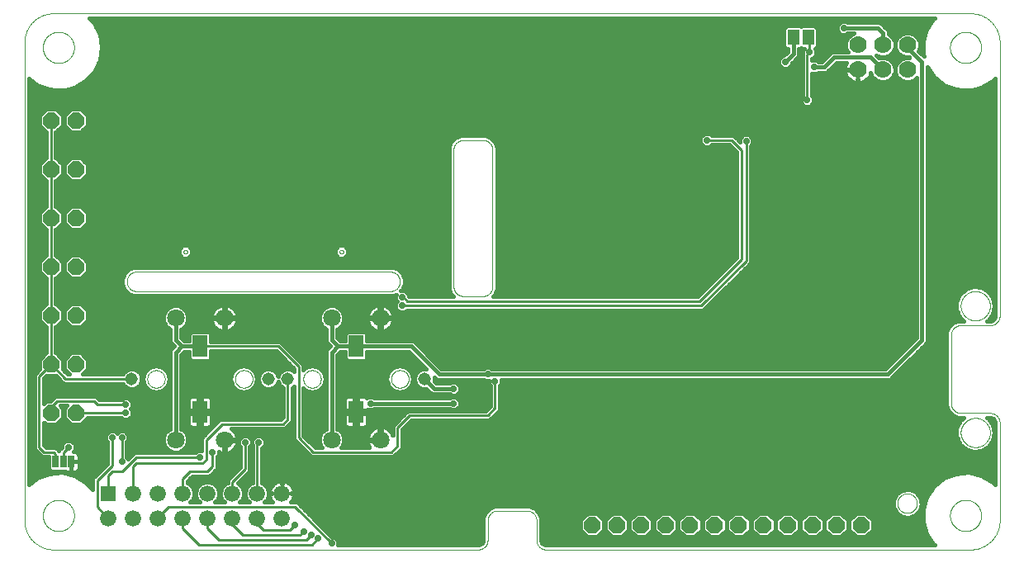
<source format=gtl>
G75*
%MOIN*%
%OFA0B0*%
%FSLAX25Y25*%
%IPPOS*%
%LPD*%
%AMOC8*
5,1,8,0,0,1.08239X$1,22.5*
%
%ADD10C,0.00000*%
%ADD11C,0.00039*%
%ADD12R,0.04600X0.06300*%
%ADD13OC8,0.06600*%
%ADD14C,0.07087*%
%ADD15C,0.00004*%
%ADD16C,0.05150*%
%ADD17R,0.05906X0.09055*%
%ADD18R,0.02500X0.05000*%
%ADD19R,0.05937X0.05937*%
%ADD20C,0.06600*%
%ADD21C,0.07000*%
%ADD22C,0.01600*%
%ADD23OC8,0.02420*%
%ADD24C,0.01000*%
D10*
X0632645Y0139861D02*
X0632645Y0332774D01*
X0632648Y0333059D01*
X0632659Y0333345D01*
X0632676Y0333630D01*
X0632700Y0333914D01*
X0632731Y0334198D01*
X0632769Y0334481D01*
X0632814Y0334762D01*
X0632865Y0335043D01*
X0632923Y0335323D01*
X0632988Y0335601D01*
X0633060Y0335877D01*
X0633138Y0336151D01*
X0633223Y0336424D01*
X0633315Y0336694D01*
X0633413Y0336962D01*
X0633517Y0337228D01*
X0633628Y0337491D01*
X0633745Y0337751D01*
X0633868Y0338009D01*
X0633998Y0338263D01*
X0634134Y0338514D01*
X0634275Y0338762D01*
X0634423Y0339006D01*
X0634576Y0339247D01*
X0634736Y0339483D01*
X0634901Y0339716D01*
X0635071Y0339945D01*
X0635247Y0340170D01*
X0635429Y0340390D01*
X0635615Y0340606D01*
X0635807Y0340817D01*
X0636004Y0341024D01*
X0636206Y0341226D01*
X0636413Y0341423D01*
X0636624Y0341615D01*
X0636840Y0341801D01*
X0637060Y0341983D01*
X0637285Y0342159D01*
X0637514Y0342329D01*
X0637747Y0342494D01*
X0637983Y0342654D01*
X0638224Y0342807D01*
X0638468Y0342955D01*
X0638716Y0343096D01*
X0638967Y0343232D01*
X0639221Y0343362D01*
X0639479Y0343485D01*
X0639739Y0343602D01*
X0640002Y0343713D01*
X0640268Y0343817D01*
X0640536Y0343915D01*
X0640806Y0344007D01*
X0641079Y0344092D01*
X0641353Y0344170D01*
X0641629Y0344242D01*
X0641907Y0344307D01*
X0642187Y0344365D01*
X0642468Y0344416D01*
X0642749Y0344461D01*
X0643032Y0344499D01*
X0643316Y0344530D01*
X0643600Y0344554D01*
X0643885Y0344571D01*
X0644171Y0344582D01*
X0644456Y0344585D01*
X1014535Y0344585D01*
X1014820Y0344582D01*
X1015106Y0344571D01*
X1015391Y0344554D01*
X1015675Y0344530D01*
X1015959Y0344499D01*
X1016242Y0344461D01*
X1016523Y0344416D01*
X1016804Y0344365D01*
X1017084Y0344307D01*
X1017362Y0344242D01*
X1017638Y0344170D01*
X1017912Y0344092D01*
X1018185Y0344007D01*
X1018455Y0343915D01*
X1018723Y0343817D01*
X1018989Y0343713D01*
X1019252Y0343602D01*
X1019512Y0343485D01*
X1019770Y0343362D01*
X1020024Y0343232D01*
X1020275Y0343096D01*
X1020523Y0342955D01*
X1020767Y0342807D01*
X1021008Y0342654D01*
X1021244Y0342494D01*
X1021477Y0342329D01*
X1021706Y0342159D01*
X1021931Y0341983D01*
X1022151Y0341801D01*
X1022367Y0341615D01*
X1022578Y0341423D01*
X1022785Y0341226D01*
X1022987Y0341024D01*
X1023184Y0340817D01*
X1023376Y0340606D01*
X1023562Y0340390D01*
X1023744Y0340170D01*
X1023920Y0339945D01*
X1024090Y0339716D01*
X1024255Y0339483D01*
X1024415Y0339247D01*
X1024568Y0339006D01*
X1024716Y0338762D01*
X1024857Y0338514D01*
X1024993Y0338263D01*
X1025123Y0338009D01*
X1025246Y0337751D01*
X1025363Y0337491D01*
X1025474Y0337228D01*
X1025578Y0336962D01*
X1025676Y0336694D01*
X1025768Y0336424D01*
X1025853Y0336151D01*
X1025931Y0335877D01*
X1026003Y0335601D01*
X1026068Y0335323D01*
X1026126Y0335043D01*
X1026177Y0334762D01*
X1026222Y0334481D01*
X1026260Y0334198D01*
X1026291Y0333914D01*
X1026315Y0333630D01*
X1026332Y0333345D01*
X1026343Y0333059D01*
X1026346Y0332774D01*
X1026346Y0222538D01*
X1026344Y0222414D01*
X1026338Y0222291D01*
X1026329Y0222167D01*
X1026315Y0222045D01*
X1026298Y0221922D01*
X1026276Y0221800D01*
X1026251Y0221679D01*
X1026222Y0221559D01*
X1026190Y0221440D01*
X1026153Y0221321D01*
X1026113Y0221204D01*
X1026070Y0221089D01*
X1026022Y0220974D01*
X1025971Y0220862D01*
X1025917Y0220751D01*
X1025859Y0220641D01*
X1025798Y0220534D01*
X1025733Y0220428D01*
X1025665Y0220325D01*
X1025594Y0220224D01*
X1025520Y0220125D01*
X1025443Y0220028D01*
X1025362Y0219934D01*
X1025279Y0219843D01*
X1025193Y0219754D01*
X1025104Y0219668D01*
X1025013Y0219585D01*
X1024919Y0219504D01*
X1024822Y0219427D01*
X1024723Y0219353D01*
X1024622Y0219282D01*
X1024519Y0219214D01*
X1024413Y0219149D01*
X1024306Y0219088D01*
X1024196Y0219030D01*
X1024085Y0218976D01*
X1023973Y0218925D01*
X1023858Y0218877D01*
X1023743Y0218834D01*
X1023626Y0218794D01*
X1023507Y0218757D01*
X1023388Y0218725D01*
X1023268Y0218696D01*
X1023147Y0218671D01*
X1023025Y0218649D01*
X1022902Y0218632D01*
X1022780Y0218618D01*
X1022656Y0218609D01*
X1022533Y0218603D01*
X1022409Y0218601D01*
X1010598Y0218601D01*
X1010474Y0218599D01*
X1010351Y0218593D01*
X1010227Y0218584D01*
X1010105Y0218570D01*
X1009982Y0218553D01*
X1009860Y0218531D01*
X1009739Y0218506D01*
X1009619Y0218477D01*
X1009500Y0218445D01*
X1009381Y0218408D01*
X1009264Y0218368D01*
X1009149Y0218325D01*
X1009034Y0218277D01*
X1008922Y0218226D01*
X1008811Y0218172D01*
X1008701Y0218114D01*
X1008594Y0218053D01*
X1008488Y0217988D01*
X1008385Y0217920D01*
X1008284Y0217849D01*
X1008185Y0217775D01*
X1008088Y0217698D01*
X1007994Y0217617D01*
X1007903Y0217534D01*
X1007814Y0217448D01*
X1007728Y0217359D01*
X1007645Y0217268D01*
X1007564Y0217174D01*
X1007487Y0217077D01*
X1007413Y0216978D01*
X1007342Y0216877D01*
X1007274Y0216774D01*
X1007209Y0216668D01*
X1007148Y0216561D01*
X1007090Y0216451D01*
X1007036Y0216340D01*
X1006985Y0216228D01*
X1006937Y0216113D01*
X1006894Y0215998D01*
X1006854Y0215881D01*
X1006817Y0215762D01*
X1006785Y0215643D01*
X1006756Y0215523D01*
X1006731Y0215402D01*
X1006709Y0215280D01*
X1006692Y0215157D01*
X1006678Y0215035D01*
X1006669Y0214911D01*
X1006663Y0214788D01*
X1006661Y0214664D01*
X1006661Y0187105D01*
X1006663Y0186981D01*
X1006669Y0186858D01*
X1006678Y0186734D01*
X1006692Y0186612D01*
X1006709Y0186489D01*
X1006731Y0186367D01*
X1006756Y0186246D01*
X1006785Y0186126D01*
X1006817Y0186007D01*
X1006854Y0185888D01*
X1006894Y0185771D01*
X1006937Y0185656D01*
X1006985Y0185541D01*
X1007036Y0185429D01*
X1007090Y0185318D01*
X1007148Y0185208D01*
X1007209Y0185101D01*
X1007274Y0184995D01*
X1007342Y0184892D01*
X1007413Y0184791D01*
X1007487Y0184692D01*
X1007564Y0184595D01*
X1007645Y0184501D01*
X1007728Y0184410D01*
X1007814Y0184321D01*
X1007903Y0184235D01*
X1007994Y0184152D01*
X1008088Y0184071D01*
X1008185Y0183994D01*
X1008284Y0183920D01*
X1008385Y0183849D01*
X1008488Y0183781D01*
X1008594Y0183716D01*
X1008701Y0183655D01*
X1008811Y0183597D01*
X1008922Y0183543D01*
X1009034Y0183492D01*
X1009149Y0183444D01*
X1009264Y0183401D01*
X1009381Y0183361D01*
X1009500Y0183324D01*
X1009619Y0183292D01*
X1009739Y0183263D01*
X1009860Y0183238D01*
X1009982Y0183216D01*
X1010105Y0183199D01*
X1010227Y0183185D01*
X1010351Y0183176D01*
X1010474Y0183170D01*
X1010598Y0183168D01*
X1022409Y0183168D01*
X1022533Y0183166D01*
X1022656Y0183160D01*
X1022780Y0183151D01*
X1022902Y0183137D01*
X1023025Y0183120D01*
X1023147Y0183098D01*
X1023268Y0183073D01*
X1023388Y0183044D01*
X1023507Y0183012D01*
X1023626Y0182975D01*
X1023743Y0182935D01*
X1023858Y0182892D01*
X1023973Y0182844D01*
X1024085Y0182793D01*
X1024196Y0182739D01*
X1024306Y0182681D01*
X1024413Y0182620D01*
X1024519Y0182555D01*
X1024622Y0182487D01*
X1024723Y0182416D01*
X1024822Y0182342D01*
X1024919Y0182265D01*
X1025013Y0182184D01*
X1025104Y0182101D01*
X1025193Y0182015D01*
X1025279Y0181926D01*
X1025362Y0181835D01*
X1025443Y0181741D01*
X1025520Y0181644D01*
X1025594Y0181545D01*
X1025665Y0181444D01*
X1025733Y0181341D01*
X1025798Y0181235D01*
X1025859Y0181128D01*
X1025917Y0181018D01*
X1025971Y0180907D01*
X1026022Y0180795D01*
X1026070Y0180680D01*
X1026113Y0180565D01*
X1026153Y0180448D01*
X1026190Y0180329D01*
X1026222Y0180210D01*
X1026251Y0180090D01*
X1026276Y0179969D01*
X1026298Y0179847D01*
X1026315Y0179724D01*
X1026329Y0179602D01*
X1026338Y0179478D01*
X1026344Y0179355D01*
X1026346Y0179231D01*
X1026346Y0139861D01*
X1026343Y0139576D01*
X1026332Y0139290D01*
X1026315Y0139005D01*
X1026291Y0138721D01*
X1026260Y0138437D01*
X1026222Y0138154D01*
X1026177Y0137873D01*
X1026126Y0137592D01*
X1026068Y0137312D01*
X1026003Y0137034D01*
X1025931Y0136758D01*
X1025853Y0136484D01*
X1025768Y0136211D01*
X1025676Y0135941D01*
X1025578Y0135673D01*
X1025474Y0135407D01*
X1025363Y0135144D01*
X1025246Y0134884D01*
X1025123Y0134626D01*
X1024993Y0134372D01*
X1024857Y0134121D01*
X1024716Y0133873D01*
X1024568Y0133629D01*
X1024415Y0133388D01*
X1024255Y0133152D01*
X1024090Y0132919D01*
X1023920Y0132690D01*
X1023744Y0132465D01*
X1023562Y0132245D01*
X1023376Y0132029D01*
X1023184Y0131818D01*
X1022987Y0131611D01*
X1022785Y0131409D01*
X1022578Y0131212D01*
X1022367Y0131020D01*
X1022151Y0130834D01*
X1021931Y0130652D01*
X1021706Y0130476D01*
X1021477Y0130306D01*
X1021244Y0130141D01*
X1021008Y0129981D01*
X1020767Y0129828D01*
X1020523Y0129680D01*
X1020275Y0129539D01*
X1020024Y0129403D01*
X1019770Y0129273D01*
X1019512Y0129150D01*
X1019252Y0129033D01*
X1018989Y0128922D01*
X1018723Y0128818D01*
X1018455Y0128720D01*
X1018185Y0128628D01*
X1017912Y0128543D01*
X1017638Y0128465D01*
X1017362Y0128393D01*
X1017084Y0128328D01*
X1016804Y0128270D01*
X1016523Y0128219D01*
X1016242Y0128174D01*
X1015959Y0128136D01*
X1015675Y0128105D01*
X1015391Y0128081D01*
X1015106Y0128064D01*
X1014820Y0128053D01*
X1014535Y0128050D01*
X0843275Y0128050D01*
X0843151Y0128052D01*
X0843028Y0128058D01*
X0842904Y0128067D01*
X0842782Y0128081D01*
X0842659Y0128098D01*
X0842537Y0128120D01*
X0842416Y0128145D01*
X0842296Y0128174D01*
X0842177Y0128206D01*
X0842058Y0128243D01*
X0841941Y0128283D01*
X0841826Y0128326D01*
X0841711Y0128374D01*
X0841599Y0128425D01*
X0841488Y0128479D01*
X0841378Y0128537D01*
X0841271Y0128598D01*
X0841165Y0128663D01*
X0841062Y0128731D01*
X0840961Y0128802D01*
X0840862Y0128876D01*
X0840765Y0128953D01*
X0840671Y0129034D01*
X0840580Y0129117D01*
X0840491Y0129203D01*
X0840405Y0129292D01*
X0840322Y0129383D01*
X0840241Y0129477D01*
X0840164Y0129574D01*
X0840090Y0129673D01*
X0840019Y0129774D01*
X0839951Y0129877D01*
X0839886Y0129983D01*
X0839825Y0130090D01*
X0839767Y0130200D01*
X0839713Y0130311D01*
X0839662Y0130423D01*
X0839614Y0130538D01*
X0839571Y0130653D01*
X0839531Y0130770D01*
X0839494Y0130889D01*
X0839462Y0131008D01*
X0839433Y0131128D01*
X0839408Y0131249D01*
X0839386Y0131371D01*
X0839369Y0131494D01*
X0839355Y0131616D01*
X0839346Y0131740D01*
X0839340Y0131863D01*
X0839338Y0131987D01*
X0839338Y0139861D01*
X0839336Y0139985D01*
X0839330Y0140108D01*
X0839321Y0140232D01*
X0839307Y0140354D01*
X0839290Y0140477D01*
X0839268Y0140599D01*
X0839243Y0140720D01*
X0839214Y0140840D01*
X0839182Y0140959D01*
X0839145Y0141078D01*
X0839105Y0141195D01*
X0839062Y0141310D01*
X0839014Y0141425D01*
X0838963Y0141537D01*
X0838909Y0141648D01*
X0838851Y0141758D01*
X0838790Y0141865D01*
X0838725Y0141971D01*
X0838657Y0142074D01*
X0838586Y0142175D01*
X0838512Y0142274D01*
X0838435Y0142371D01*
X0838354Y0142465D01*
X0838271Y0142556D01*
X0838185Y0142645D01*
X0838096Y0142731D01*
X0838005Y0142814D01*
X0837911Y0142895D01*
X0837814Y0142972D01*
X0837715Y0143046D01*
X0837614Y0143117D01*
X0837511Y0143185D01*
X0837405Y0143250D01*
X0837298Y0143311D01*
X0837188Y0143369D01*
X0837077Y0143423D01*
X0836965Y0143474D01*
X0836850Y0143522D01*
X0836735Y0143565D01*
X0836618Y0143605D01*
X0836499Y0143642D01*
X0836380Y0143674D01*
X0836260Y0143703D01*
X0836139Y0143728D01*
X0836017Y0143750D01*
X0835894Y0143767D01*
X0835772Y0143781D01*
X0835648Y0143790D01*
X0835525Y0143796D01*
X0835401Y0143798D01*
X0823590Y0143798D01*
X0823466Y0143796D01*
X0823343Y0143790D01*
X0823219Y0143781D01*
X0823097Y0143767D01*
X0822974Y0143750D01*
X0822852Y0143728D01*
X0822731Y0143703D01*
X0822611Y0143674D01*
X0822492Y0143642D01*
X0822373Y0143605D01*
X0822256Y0143565D01*
X0822141Y0143522D01*
X0822026Y0143474D01*
X0821914Y0143423D01*
X0821803Y0143369D01*
X0821693Y0143311D01*
X0821586Y0143250D01*
X0821480Y0143185D01*
X0821377Y0143117D01*
X0821276Y0143046D01*
X0821177Y0142972D01*
X0821080Y0142895D01*
X0820986Y0142814D01*
X0820895Y0142731D01*
X0820806Y0142645D01*
X0820720Y0142556D01*
X0820637Y0142465D01*
X0820556Y0142371D01*
X0820479Y0142274D01*
X0820405Y0142175D01*
X0820334Y0142074D01*
X0820266Y0141971D01*
X0820201Y0141865D01*
X0820140Y0141758D01*
X0820082Y0141648D01*
X0820028Y0141537D01*
X0819977Y0141425D01*
X0819929Y0141310D01*
X0819886Y0141195D01*
X0819846Y0141078D01*
X0819809Y0140959D01*
X0819777Y0140840D01*
X0819748Y0140720D01*
X0819723Y0140599D01*
X0819701Y0140477D01*
X0819684Y0140354D01*
X0819670Y0140232D01*
X0819661Y0140108D01*
X0819655Y0139985D01*
X0819653Y0139861D01*
X0819653Y0131987D01*
X0819651Y0131863D01*
X0819645Y0131740D01*
X0819636Y0131616D01*
X0819622Y0131494D01*
X0819605Y0131371D01*
X0819583Y0131249D01*
X0819558Y0131128D01*
X0819529Y0131008D01*
X0819497Y0130889D01*
X0819460Y0130770D01*
X0819420Y0130653D01*
X0819377Y0130538D01*
X0819329Y0130423D01*
X0819278Y0130311D01*
X0819224Y0130200D01*
X0819166Y0130090D01*
X0819105Y0129983D01*
X0819040Y0129877D01*
X0818972Y0129774D01*
X0818901Y0129673D01*
X0818827Y0129574D01*
X0818750Y0129477D01*
X0818669Y0129383D01*
X0818586Y0129292D01*
X0818500Y0129203D01*
X0818411Y0129117D01*
X0818320Y0129034D01*
X0818226Y0128953D01*
X0818129Y0128876D01*
X0818030Y0128802D01*
X0817929Y0128731D01*
X0817826Y0128663D01*
X0817720Y0128598D01*
X0817613Y0128537D01*
X0817503Y0128479D01*
X0817392Y0128425D01*
X0817280Y0128374D01*
X0817165Y0128326D01*
X0817050Y0128283D01*
X0816933Y0128243D01*
X0816814Y0128206D01*
X0816695Y0128174D01*
X0816575Y0128145D01*
X0816454Y0128120D01*
X0816332Y0128098D01*
X0816209Y0128081D01*
X0816087Y0128067D01*
X0815963Y0128058D01*
X0815840Y0128052D01*
X0815716Y0128050D01*
X0644456Y0128050D01*
X0644171Y0128053D01*
X0643885Y0128064D01*
X0643600Y0128081D01*
X0643316Y0128105D01*
X0643032Y0128136D01*
X0642749Y0128174D01*
X0642468Y0128219D01*
X0642187Y0128270D01*
X0641907Y0128328D01*
X0641629Y0128393D01*
X0641353Y0128465D01*
X0641079Y0128543D01*
X0640806Y0128628D01*
X0640536Y0128720D01*
X0640268Y0128818D01*
X0640002Y0128922D01*
X0639739Y0129033D01*
X0639479Y0129150D01*
X0639221Y0129273D01*
X0638967Y0129403D01*
X0638716Y0129539D01*
X0638468Y0129680D01*
X0638224Y0129828D01*
X0637983Y0129981D01*
X0637747Y0130141D01*
X0637514Y0130306D01*
X0637285Y0130476D01*
X0637060Y0130652D01*
X0636840Y0130834D01*
X0636624Y0131020D01*
X0636413Y0131212D01*
X0636206Y0131409D01*
X0636004Y0131611D01*
X0635807Y0131818D01*
X0635615Y0132029D01*
X0635429Y0132245D01*
X0635247Y0132465D01*
X0635071Y0132690D01*
X0634901Y0132919D01*
X0634736Y0133152D01*
X0634576Y0133388D01*
X0634423Y0133629D01*
X0634275Y0133873D01*
X0634134Y0134121D01*
X0633998Y0134372D01*
X0633868Y0134626D01*
X0633745Y0134884D01*
X0633628Y0135144D01*
X0633517Y0135407D01*
X0633413Y0135673D01*
X0633315Y0135941D01*
X0633223Y0136211D01*
X0633138Y0136484D01*
X0633060Y0136758D01*
X0632988Y0137034D01*
X0632923Y0137312D01*
X0632865Y0137592D01*
X0632814Y0137873D01*
X0632769Y0138154D01*
X0632731Y0138437D01*
X0632700Y0138721D01*
X0632676Y0139005D01*
X0632659Y0139290D01*
X0632648Y0139576D01*
X0632645Y0139861D01*
X0640126Y0141830D02*
X0640128Y0141988D01*
X0640134Y0142146D01*
X0640144Y0142304D01*
X0640158Y0142462D01*
X0640176Y0142619D01*
X0640197Y0142776D01*
X0640223Y0142932D01*
X0640253Y0143088D01*
X0640286Y0143243D01*
X0640324Y0143396D01*
X0640365Y0143549D01*
X0640410Y0143701D01*
X0640459Y0143852D01*
X0640512Y0144001D01*
X0640568Y0144149D01*
X0640628Y0144295D01*
X0640692Y0144440D01*
X0640760Y0144583D01*
X0640831Y0144725D01*
X0640905Y0144865D01*
X0640983Y0145002D01*
X0641065Y0145138D01*
X0641149Y0145272D01*
X0641238Y0145403D01*
X0641329Y0145532D01*
X0641424Y0145659D01*
X0641521Y0145784D01*
X0641622Y0145906D01*
X0641726Y0146025D01*
X0641833Y0146142D01*
X0641943Y0146256D01*
X0642056Y0146367D01*
X0642171Y0146476D01*
X0642289Y0146581D01*
X0642410Y0146683D01*
X0642533Y0146783D01*
X0642659Y0146879D01*
X0642787Y0146972D01*
X0642917Y0147062D01*
X0643050Y0147148D01*
X0643185Y0147232D01*
X0643321Y0147311D01*
X0643460Y0147388D01*
X0643601Y0147460D01*
X0643743Y0147530D01*
X0643887Y0147595D01*
X0644033Y0147657D01*
X0644180Y0147715D01*
X0644329Y0147770D01*
X0644479Y0147821D01*
X0644630Y0147868D01*
X0644782Y0147911D01*
X0644935Y0147950D01*
X0645090Y0147986D01*
X0645245Y0148017D01*
X0645401Y0148045D01*
X0645557Y0148069D01*
X0645714Y0148089D01*
X0645872Y0148105D01*
X0646029Y0148117D01*
X0646188Y0148125D01*
X0646346Y0148129D01*
X0646504Y0148129D01*
X0646662Y0148125D01*
X0646821Y0148117D01*
X0646978Y0148105D01*
X0647136Y0148089D01*
X0647293Y0148069D01*
X0647449Y0148045D01*
X0647605Y0148017D01*
X0647760Y0147986D01*
X0647915Y0147950D01*
X0648068Y0147911D01*
X0648220Y0147868D01*
X0648371Y0147821D01*
X0648521Y0147770D01*
X0648670Y0147715D01*
X0648817Y0147657D01*
X0648963Y0147595D01*
X0649107Y0147530D01*
X0649249Y0147460D01*
X0649390Y0147388D01*
X0649529Y0147311D01*
X0649665Y0147232D01*
X0649800Y0147148D01*
X0649933Y0147062D01*
X0650063Y0146972D01*
X0650191Y0146879D01*
X0650317Y0146783D01*
X0650440Y0146683D01*
X0650561Y0146581D01*
X0650679Y0146476D01*
X0650794Y0146367D01*
X0650907Y0146256D01*
X0651017Y0146142D01*
X0651124Y0146025D01*
X0651228Y0145906D01*
X0651329Y0145784D01*
X0651426Y0145659D01*
X0651521Y0145532D01*
X0651612Y0145403D01*
X0651701Y0145272D01*
X0651785Y0145138D01*
X0651867Y0145002D01*
X0651945Y0144865D01*
X0652019Y0144725D01*
X0652090Y0144583D01*
X0652158Y0144440D01*
X0652222Y0144295D01*
X0652282Y0144149D01*
X0652338Y0144001D01*
X0652391Y0143852D01*
X0652440Y0143701D01*
X0652485Y0143549D01*
X0652526Y0143396D01*
X0652564Y0143243D01*
X0652597Y0143088D01*
X0652627Y0142932D01*
X0652653Y0142776D01*
X0652674Y0142619D01*
X0652692Y0142462D01*
X0652706Y0142304D01*
X0652716Y0142146D01*
X0652722Y0141988D01*
X0652724Y0141830D01*
X0652722Y0141672D01*
X0652716Y0141514D01*
X0652706Y0141356D01*
X0652692Y0141198D01*
X0652674Y0141041D01*
X0652653Y0140884D01*
X0652627Y0140728D01*
X0652597Y0140572D01*
X0652564Y0140417D01*
X0652526Y0140264D01*
X0652485Y0140111D01*
X0652440Y0139959D01*
X0652391Y0139808D01*
X0652338Y0139659D01*
X0652282Y0139511D01*
X0652222Y0139365D01*
X0652158Y0139220D01*
X0652090Y0139077D01*
X0652019Y0138935D01*
X0651945Y0138795D01*
X0651867Y0138658D01*
X0651785Y0138522D01*
X0651701Y0138388D01*
X0651612Y0138257D01*
X0651521Y0138128D01*
X0651426Y0138001D01*
X0651329Y0137876D01*
X0651228Y0137754D01*
X0651124Y0137635D01*
X0651017Y0137518D01*
X0650907Y0137404D01*
X0650794Y0137293D01*
X0650679Y0137184D01*
X0650561Y0137079D01*
X0650440Y0136977D01*
X0650317Y0136877D01*
X0650191Y0136781D01*
X0650063Y0136688D01*
X0649933Y0136598D01*
X0649800Y0136512D01*
X0649665Y0136428D01*
X0649529Y0136349D01*
X0649390Y0136272D01*
X0649249Y0136200D01*
X0649107Y0136130D01*
X0648963Y0136065D01*
X0648817Y0136003D01*
X0648670Y0135945D01*
X0648521Y0135890D01*
X0648371Y0135839D01*
X0648220Y0135792D01*
X0648068Y0135749D01*
X0647915Y0135710D01*
X0647760Y0135674D01*
X0647605Y0135643D01*
X0647449Y0135615D01*
X0647293Y0135591D01*
X0647136Y0135571D01*
X0646978Y0135555D01*
X0646821Y0135543D01*
X0646662Y0135535D01*
X0646504Y0135531D01*
X0646346Y0135531D01*
X0646188Y0135535D01*
X0646029Y0135543D01*
X0645872Y0135555D01*
X0645714Y0135571D01*
X0645557Y0135591D01*
X0645401Y0135615D01*
X0645245Y0135643D01*
X0645090Y0135674D01*
X0644935Y0135710D01*
X0644782Y0135749D01*
X0644630Y0135792D01*
X0644479Y0135839D01*
X0644329Y0135890D01*
X0644180Y0135945D01*
X0644033Y0136003D01*
X0643887Y0136065D01*
X0643743Y0136130D01*
X0643601Y0136200D01*
X0643460Y0136272D01*
X0643321Y0136349D01*
X0643185Y0136428D01*
X0643050Y0136512D01*
X0642917Y0136598D01*
X0642787Y0136688D01*
X0642659Y0136781D01*
X0642533Y0136877D01*
X0642410Y0136977D01*
X0642289Y0137079D01*
X0642171Y0137184D01*
X0642056Y0137293D01*
X0641943Y0137404D01*
X0641833Y0137518D01*
X0641726Y0137635D01*
X0641622Y0137754D01*
X0641521Y0137876D01*
X0641424Y0138001D01*
X0641329Y0138128D01*
X0641238Y0138257D01*
X0641149Y0138388D01*
X0641065Y0138522D01*
X0640983Y0138658D01*
X0640905Y0138795D01*
X0640831Y0138935D01*
X0640760Y0139077D01*
X0640692Y0139220D01*
X0640628Y0139365D01*
X0640568Y0139511D01*
X0640512Y0139659D01*
X0640459Y0139808D01*
X0640410Y0139959D01*
X0640365Y0140111D01*
X0640324Y0140264D01*
X0640286Y0140417D01*
X0640253Y0140572D01*
X0640223Y0140728D01*
X0640197Y0140884D01*
X0640176Y0141041D01*
X0640158Y0141198D01*
X0640144Y0141356D01*
X0640134Y0141514D01*
X0640128Y0141672D01*
X0640126Y0141830D01*
X0664358Y0140767D02*
X0664360Y0140860D01*
X0664366Y0140952D01*
X0664376Y0141044D01*
X0664390Y0141135D01*
X0664407Y0141226D01*
X0664429Y0141316D01*
X0664454Y0141405D01*
X0664483Y0141493D01*
X0664516Y0141579D01*
X0664553Y0141664D01*
X0664593Y0141748D01*
X0664637Y0141829D01*
X0664684Y0141909D01*
X0664734Y0141987D01*
X0664788Y0142062D01*
X0664845Y0142135D01*
X0664905Y0142205D01*
X0664968Y0142273D01*
X0665034Y0142338D01*
X0665102Y0142400D01*
X0665173Y0142460D01*
X0665247Y0142516D01*
X0665323Y0142569D01*
X0665401Y0142618D01*
X0665481Y0142665D01*
X0665563Y0142707D01*
X0665647Y0142747D01*
X0665732Y0142782D01*
X0665819Y0142814D01*
X0665907Y0142843D01*
X0665996Y0142867D01*
X0666086Y0142888D01*
X0666177Y0142904D01*
X0666269Y0142917D01*
X0666361Y0142926D01*
X0666454Y0142931D01*
X0666546Y0142932D01*
X0666639Y0142929D01*
X0666731Y0142922D01*
X0666823Y0142911D01*
X0666914Y0142896D01*
X0667005Y0142878D01*
X0667095Y0142855D01*
X0667183Y0142829D01*
X0667271Y0142799D01*
X0667357Y0142765D01*
X0667441Y0142728D01*
X0667524Y0142686D01*
X0667605Y0142642D01*
X0667685Y0142594D01*
X0667762Y0142543D01*
X0667836Y0142488D01*
X0667909Y0142430D01*
X0667979Y0142370D01*
X0668046Y0142306D01*
X0668110Y0142240D01*
X0668172Y0142170D01*
X0668230Y0142099D01*
X0668285Y0142025D01*
X0668337Y0141948D01*
X0668386Y0141869D01*
X0668432Y0141789D01*
X0668474Y0141706D01*
X0668512Y0141622D01*
X0668547Y0141536D01*
X0668578Y0141449D01*
X0668605Y0141361D01*
X0668628Y0141271D01*
X0668648Y0141181D01*
X0668664Y0141090D01*
X0668676Y0140998D01*
X0668684Y0140906D01*
X0668688Y0140813D01*
X0668688Y0140721D01*
X0668684Y0140628D01*
X0668676Y0140536D01*
X0668664Y0140444D01*
X0668648Y0140353D01*
X0668628Y0140263D01*
X0668605Y0140173D01*
X0668578Y0140085D01*
X0668547Y0139998D01*
X0668512Y0139912D01*
X0668474Y0139828D01*
X0668432Y0139745D01*
X0668386Y0139665D01*
X0668337Y0139586D01*
X0668285Y0139509D01*
X0668230Y0139435D01*
X0668172Y0139364D01*
X0668110Y0139294D01*
X0668046Y0139228D01*
X0667979Y0139164D01*
X0667909Y0139104D01*
X0667836Y0139046D01*
X0667762Y0138991D01*
X0667685Y0138940D01*
X0667606Y0138892D01*
X0667524Y0138848D01*
X0667441Y0138806D01*
X0667357Y0138769D01*
X0667271Y0138735D01*
X0667183Y0138705D01*
X0667095Y0138679D01*
X0667005Y0138656D01*
X0666914Y0138638D01*
X0666823Y0138623D01*
X0666731Y0138612D01*
X0666639Y0138605D01*
X0666546Y0138602D01*
X0666454Y0138603D01*
X0666361Y0138608D01*
X0666269Y0138617D01*
X0666177Y0138630D01*
X0666086Y0138646D01*
X0665996Y0138667D01*
X0665907Y0138691D01*
X0665819Y0138720D01*
X0665732Y0138752D01*
X0665647Y0138787D01*
X0665563Y0138827D01*
X0665481Y0138869D01*
X0665401Y0138916D01*
X0665323Y0138965D01*
X0665247Y0139018D01*
X0665173Y0139074D01*
X0665102Y0139134D01*
X0665034Y0139196D01*
X0664968Y0139261D01*
X0664905Y0139329D01*
X0664845Y0139399D01*
X0664788Y0139472D01*
X0664734Y0139547D01*
X0664684Y0139625D01*
X0664637Y0139705D01*
X0664593Y0139786D01*
X0664553Y0139870D01*
X0664516Y0139955D01*
X0664483Y0140041D01*
X0664454Y0140129D01*
X0664429Y0140218D01*
X0664407Y0140308D01*
X0664390Y0140399D01*
X0664376Y0140490D01*
X0664366Y0140582D01*
X0664360Y0140674D01*
X0664358Y0140767D01*
X0674358Y0140767D02*
X0674360Y0140860D01*
X0674366Y0140952D01*
X0674376Y0141044D01*
X0674390Y0141135D01*
X0674407Y0141226D01*
X0674429Y0141316D01*
X0674454Y0141405D01*
X0674483Y0141493D01*
X0674516Y0141579D01*
X0674553Y0141664D01*
X0674593Y0141748D01*
X0674637Y0141829D01*
X0674684Y0141909D01*
X0674734Y0141987D01*
X0674788Y0142062D01*
X0674845Y0142135D01*
X0674905Y0142205D01*
X0674968Y0142273D01*
X0675034Y0142338D01*
X0675102Y0142400D01*
X0675173Y0142460D01*
X0675247Y0142516D01*
X0675323Y0142569D01*
X0675401Y0142618D01*
X0675481Y0142665D01*
X0675563Y0142707D01*
X0675647Y0142747D01*
X0675732Y0142782D01*
X0675819Y0142814D01*
X0675907Y0142843D01*
X0675996Y0142867D01*
X0676086Y0142888D01*
X0676177Y0142904D01*
X0676269Y0142917D01*
X0676361Y0142926D01*
X0676454Y0142931D01*
X0676546Y0142932D01*
X0676639Y0142929D01*
X0676731Y0142922D01*
X0676823Y0142911D01*
X0676914Y0142896D01*
X0677005Y0142878D01*
X0677095Y0142855D01*
X0677183Y0142829D01*
X0677271Y0142799D01*
X0677357Y0142765D01*
X0677441Y0142728D01*
X0677524Y0142686D01*
X0677605Y0142642D01*
X0677685Y0142594D01*
X0677762Y0142543D01*
X0677836Y0142488D01*
X0677909Y0142430D01*
X0677979Y0142370D01*
X0678046Y0142306D01*
X0678110Y0142240D01*
X0678172Y0142170D01*
X0678230Y0142099D01*
X0678285Y0142025D01*
X0678337Y0141948D01*
X0678386Y0141869D01*
X0678432Y0141789D01*
X0678474Y0141706D01*
X0678512Y0141622D01*
X0678547Y0141536D01*
X0678578Y0141449D01*
X0678605Y0141361D01*
X0678628Y0141271D01*
X0678648Y0141181D01*
X0678664Y0141090D01*
X0678676Y0140998D01*
X0678684Y0140906D01*
X0678688Y0140813D01*
X0678688Y0140721D01*
X0678684Y0140628D01*
X0678676Y0140536D01*
X0678664Y0140444D01*
X0678648Y0140353D01*
X0678628Y0140263D01*
X0678605Y0140173D01*
X0678578Y0140085D01*
X0678547Y0139998D01*
X0678512Y0139912D01*
X0678474Y0139828D01*
X0678432Y0139745D01*
X0678386Y0139665D01*
X0678337Y0139586D01*
X0678285Y0139509D01*
X0678230Y0139435D01*
X0678172Y0139364D01*
X0678110Y0139294D01*
X0678046Y0139228D01*
X0677979Y0139164D01*
X0677909Y0139104D01*
X0677836Y0139046D01*
X0677762Y0138991D01*
X0677685Y0138940D01*
X0677606Y0138892D01*
X0677524Y0138848D01*
X0677441Y0138806D01*
X0677357Y0138769D01*
X0677271Y0138735D01*
X0677183Y0138705D01*
X0677095Y0138679D01*
X0677005Y0138656D01*
X0676914Y0138638D01*
X0676823Y0138623D01*
X0676731Y0138612D01*
X0676639Y0138605D01*
X0676546Y0138602D01*
X0676454Y0138603D01*
X0676361Y0138608D01*
X0676269Y0138617D01*
X0676177Y0138630D01*
X0676086Y0138646D01*
X0675996Y0138667D01*
X0675907Y0138691D01*
X0675819Y0138720D01*
X0675732Y0138752D01*
X0675647Y0138787D01*
X0675563Y0138827D01*
X0675481Y0138869D01*
X0675401Y0138916D01*
X0675323Y0138965D01*
X0675247Y0139018D01*
X0675173Y0139074D01*
X0675102Y0139134D01*
X0675034Y0139196D01*
X0674968Y0139261D01*
X0674905Y0139329D01*
X0674845Y0139399D01*
X0674788Y0139472D01*
X0674734Y0139547D01*
X0674684Y0139625D01*
X0674637Y0139705D01*
X0674593Y0139786D01*
X0674553Y0139870D01*
X0674516Y0139955D01*
X0674483Y0140041D01*
X0674454Y0140129D01*
X0674429Y0140218D01*
X0674407Y0140308D01*
X0674390Y0140399D01*
X0674376Y0140490D01*
X0674366Y0140582D01*
X0674360Y0140674D01*
X0674358Y0140767D01*
X0684358Y0140767D02*
X0684360Y0140860D01*
X0684366Y0140952D01*
X0684376Y0141044D01*
X0684390Y0141135D01*
X0684407Y0141226D01*
X0684429Y0141316D01*
X0684454Y0141405D01*
X0684483Y0141493D01*
X0684516Y0141579D01*
X0684553Y0141664D01*
X0684593Y0141748D01*
X0684637Y0141829D01*
X0684684Y0141909D01*
X0684734Y0141987D01*
X0684788Y0142062D01*
X0684845Y0142135D01*
X0684905Y0142205D01*
X0684968Y0142273D01*
X0685034Y0142338D01*
X0685102Y0142400D01*
X0685173Y0142460D01*
X0685247Y0142516D01*
X0685323Y0142569D01*
X0685401Y0142618D01*
X0685481Y0142665D01*
X0685563Y0142707D01*
X0685647Y0142747D01*
X0685732Y0142782D01*
X0685819Y0142814D01*
X0685907Y0142843D01*
X0685996Y0142867D01*
X0686086Y0142888D01*
X0686177Y0142904D01*
X0686269Y0142917D01*
X0686361Y0142926D01*
X0686454Y0142931D01*
X0686546Y0142932D01*
X0686639Y0142929D01*
X0686731Y0142922D01*
X0686823Y0142911D01*
X0686914Y0142896D01*
X0687005Y0142878D01*
X0687095Y0142855D01*
X0687183Y0142829D01*
X0687271Y0142799D01*
X0687357Y0142765D01*
X0687441Y0142728D01*
X0687524Y0142686D01*
X0687605Y0142642D01*
X0687685Y0142594D01*
X0687762Y0142543D01*
X0687836Y0142488D01*
X0687909Y0142430D01*
X0687979Y0142370D01*
X0688046Y0142306D01*
X0688110Y0142240D01*
X0688172Y0142170D01*
X0688230Y0142099D01*
X0688285Y0142025D01*
X0688337Y0141948D01*
X0688386Y0141869D01*
X0688432Y0141789D01*
X0688474Y0141706D01*
X0688512Y0141622D01*
X0688547Y0141536D01*
X0688578Y0141449D01*
X0688605Y0141361D01*
X0688628Y0141271D01*
X0688648Y0141181D01*
X0688664Y0141090D01*
X0688676Y0140998D01*
X0688684Y0140906D01*
X0688688Y0140813D01*
X0688688Y0140721D01*
X0688684Y0140628D01*
X0688676Y0140536D01*
X0688664Y0140444D01*
X0688648Y0140353D01*
X0688628Y0140263D01*
X0688605Y0140173D01*
X0688578Y0140085D01*
X0688547Y0139998D01*
X0688512Y0139912D01*
X0688474Y0139828D01*
X0688432Y0139745D01*
X0688386Y0139665D01*
X0688337Y0139586D01*
X0688285Y0139509D01*
X0688230Y0139435D01*
X0688172Y0139364D01*
X0688110Y0139294D01*
X0688046Y0139228D01*
X0687979Y0139164D01*
X0687909Y0139104D01*
X0687836Y0139046D01*
X0687762Y0138991D01*
X0687685Y0138940D01*
X0687606Y0138892D01*
X0687524Y0138848D01*
X0687441Y0138806D01*
X0687357Y0138769D01*
X0687271Y0138735D01*
X0687183Y0138705D01*
X0687095Y0138679D01*
X0687005Y0138656D01*
X0686914Y0138638D01*
X0686823Y0138623D01*
X0686731Y0138612D01*
X0686639Y0138605D01*
X0686546Y0138602D01*
X0686454Y0138603D01*
X0686361Y0138608D01*
X0686269Y0138617D01*
X0686177Y0138630D01*
X0686086Y0138646D01*
X0685996Y0138667D01*
X0685907Y0138691D01*
X0685819Y0138720D01*
X0685732Y0138752D01*
X0685647Y0138787D01*
X0685563Y0138827D01*
X0685481Y0138869D01*
X0685401Y0138916D01*
X0685323Y0138965D01*
X0685247Y0139018D01*
X0685173Y0139074D01*
X0685102Y0139134D01*
X0685034Y0139196D01*
X0684968Y0139261D01*
X0684905Y0139329D01*
X0684845Y0139399D01*
X0684788Y0139472D01*
X0684734Y0139547D01*
X0684684Y0139625D01*
X0684637Y0139705D01*
X0684593Y0139786D01*
X0684553Y0139870D01*
X0684516Y0139955D01*
X0684483Y0140041D01*
X0684454Y0140129D01*
X0684429Y0140218D01*
X0684407Y0140308D01*
X0684390Y0140399D01*
X0684376Y0140490D01*
X0684366Y0140582D01*
X0684360Y0140674D01*
X0684358Y0140767D01*
X0694358Y0140767D02*
X0694360Y0140860D01*
X0694366Y0140952D01*
X0694376Y0141044D01*
X0694390Y0141135D01*
X0694407Y0141226D01*
X0694429Y0141316D01*
X0694454Y0141405D01*
X0694483Y0141493D01*
X0694516Y0141579D01*
X0694553Y0141664D01*
X0694593Y0141748D01*
X0694637Y0141829D01*
X0694684Y0141909D01*
X0694734Y0141987D01*
X0694788Y0142062D01*
X0694845Y0142135D01*
X0694905Y0142205D01*
X0694968Y0142273D01*
X0695034Y0142338D01*
X0695102Y0142400D01*
X0695173Y0142460D01*
X0695247Y0142516D01*
X0695323Y0142569D01*
X0695401Y0142618D01*
X0695481Y0142665D01*
X0695563Y0142707D01*
X0695647Y0142747D01*
X0695732Y0142782D01*
X0695819Y0142814D01*
X0695907Y0142843D01*
X0695996Y0142867D01*
X0696086Y0142888D01*
X0696177Y0142904D01*
X0696269Y0142917D01*
X0696361Y0142926D01*
X0696454Y0142931D01*
X0696546Y0142932D01*
X0696639Y0142929D01*
X0696731Y0142922D01*
X0696823Y0142911D01*
X0696914Y0142896D01*
X0697005Y0142878D01*
X0697095Y0142855D01*
X0697183Y0142829D01*
X0697271Y0142799D01*
X0697357Y0142765D01*
X0697441Y0142728D01*
X0697524Y0142686D01*
X0697605Y0142642D01*
X0697685Y0142594D01*
X0697762Y0142543D01*
X0697836Y0142488D01*
X0697909Y0142430D01*
X0697979Y0142370D01*
X0698046Y0142306D01*
X0698110Y0142240D01*
X0698172Y0142170D01*
X0698230Y0142099D01*
X0698285Y0142025D01*
X0698337Y0141948D01*
X0698386Y0141869D01*
X0698432Y0141789D01*
X0698474Y0141706D01*
X0698512Y0141622D01*
X0698547Y0141536D01*
X0698578Y0141449D01*
X0698605Y0141361D01*
X0698628Y0141271D01*
X0698648Y0141181D01*
X0698664Y0141090D01*
X0698676Y0140998D01*
X0698684Y0140906D01*
X0698688Y0140813D01*
X0698688Y0140721D01*
X0698684Y0140628D01*
X0698676Y0140536D01*
X0698664Y0140444D01*
X0698648Y0140353D01*
X0698628Y0140263D01*
X0698605Y0140173D01*
X0698578Y0140085D01*
X0698547Y0139998D01*
X0698512Y0139912D01*
X0698474Y0139828D01*
X0698432Y0139745D01*
X0698386Y0139665D01*
X0698337Y0139586D01*
X0698285Y0139509D01*
X0698230Y0139435D01*
X0698172Y0139364D01*
X0698110Y0139294D01*
X0698046Y0139228D01*
X0697979Y0139164D01*
X0697909Y0139104D01*
X0697836Y0139046D01*
X0697762Y0138991D01*
X0697685Y0138940D01*
X0697606Y0138892D01*
X0697524Y0138848D01*
X0697441Y0138806D01*
X0697357Y0138769D01*
X0697271Y0138735D01*
X0697183Y0138705D01*
X0697095Y0138679D01*
X0697005Y0138656D01*
X0696914Y0138638D01*
X0696823Y0138623D01*
X0696731Y0138612D01*
X0696639Y0138605D01*
X0696546Y0138602D01*
X0696454Y0138603D01*
X0696361Y0138608D01*
X0696269Y0138617D01*
X0696177Y0138630D01*
X0696086Y0138646D01*
X0695996Y0138667D01*
X0695907Y0138691D01*
X0695819Y0138720D01*
X0695732Y0138752D01*
X0695647Y0138787D01*
X0695563Y0138827D01*
X0695481Y0138869D01*
X0695401Y0138916D01*
X0695323Y0138965D01*
X0695247Y0139018D01*
X0695173Y0139074D01*
X0695102Y0139134D01*
X0695034Y0139196D01*
X0694968Y0139261D01*
X0694905Y0139329D01*
X0694845Y0139399D01*
X0694788Y0139472D01*
X0694734Y0139547D01*
X0694684Y0139625D01*
X0694637Y0139705D01*
X0694593Y0139786D01*
X0694553Y0139870D01*
X0694516Y0139955D01*
X0694483Y0140041D01*
X0694454Y0140129D01*
X0694429Y0140218D01*
X0694407Y0140308D01*
X0694390Y0140399D01*
X0694376Y0140490D01*
X0694366Y0140582D01*
X0694360Y0140674D01*
X0694358Y0140767D01*
X0704397Y0140767D02*
X0704399Y0140860D01*
X0704405Y0140952D01*
X0704415Y0141044D01*
X0704429Y0141135D01*
X0704446Y0141226D01*
X0704468Y0141316D01*
X0704493Y0141405D01*
X0704522Y0141493D01*
X0704555Y0141579D01*
X0704592Y0141664D01*
X0704632Y0141748D01*
X0704676Y0141829D01*
X0704723Y0141909D01*
X0704773Y0141987D01*
X0704827Y0142062D01*
X0704884Y0142135D01*
X0704944Y0142205D01*
X0705007Y0142273D01*
X0705073Y0142338D01*
X0705141Y0142400D01*
X0705212Y0142460D01*
X0705286Y0142516D01*
X0705362Y0142569D01*
X0705440Y0142618D01*
X0705520Y0142665D01*
X0705602Y0142707D01*
X0705686Y0142747D01*
X0705771Y0142782D01*
X0705858Y0142814D01*
X0705946Y0142843D01*
X0706035Y0142867D01*
X0706125Y0142888D01*
X0706216Y0142904D01*
X0706308Y0142917D01*
X0706400Y0142926D01*
X0706493Y0142931D01*
X0706585Y0142932D01*
X0706678Y0142929D01*
X0706770Y0142922D01*
X0706862Y0142911D01*
X0706953Y0142896D01*
X0707044Y0142878D01*
X0707134Y0142855D01*
X0707222Y0142829D01*
X0707310Y0142799D01*
X0707396Y0142765D01*
X0707480Y0142728D01*
X0707563Y0142686D01*
X0707644Y0142642D01*
X0707724Y0142594D01*
X0707801Y0142543D01*
X0707875Y0142488D01*
X0707948Y0142430D01*
X0708018Y0142370D01*
X0708085Y0142306D01*
X0708149Y0142240D01*
X0708211Y0142170D01*
X0708269Y0142099D01*
X0708324Y0142025D01*
X0708376Y0141948D01*
X0708425Y0141869D01*
X0708471Y0141789D01*
X0708513Y0141706D01*
X0708551Y0141622D01*
X0708586Y0141536D01*
X0708617Y0141449D01*
X0708644Y0141361D01*
X0708667Y0141271D01*
X0708687Y0141181D01*
X0708703Y0141090D01*
X0708715Y0140998D01*
X0708723Y0140906D01*
X0708727Y0140813D01*
X0708727Y0140721D01*
X0708723Y0140628D01*
X0708715Y0140536D01*
X0708703Y0140444D01*
X0708687Y0140353D01*
X0708667Y0140263D01*
X0708644Y0140173D01*
X0708617Y0140085D01*
X0708586Y0139998D01*
X0708551Y0139912D01*
X0708513Y0139828D01*
X0708471Y0139745D01*
X0708425Y0139665D01*
X0708376Y0139586D01*
X0708324Y0139509D01*
X0708269Y0139435D01*
X0708211Y0139364D01*
X0708149Y0139294D01*
X0708085Y0139228D01*
X0708018Y0139164D01*
X0707948Y0139104D01*
X0707875Y0139046D01*
X0707801Y0138991D01*
X0707724Y0138940D01*
X0707645Y0138892D01*
X0707563Y0138848D01*
X0707480Y0138806D01*
X0707396Y0138769D01*
X0707310Y0138735D01*
X0707222Y0138705D01*
X0707134Y0138679D01*
X0707044Y0138656D01*
X0706953Y0138638D01*
X0706862Y0138623D01*
X0706770Y0138612D01*
X0706678Y0138605D01*
X0706585Y0138602D01*
X0706493Y0138603D01*
X0706400Y0138608D01*
X0706308Y0138617D01*
X0706216Y0138630D01*
X0706125Y0138646D01*
X0706035Y0138667D01*
X0705946Y0138691D01*
X0705858Y0138720D01*
X0705771Y0138752D01*
X0705686Y0138787D01*
X0705602Y0138827D01*
X0705520Y0138869D01*
X0705440Y0138916D01*
X0705362Y0138965D01*
X0705286Y0139018D01*
X0705212Y0139074D01*
X0705141Y0139134D01*
X0705073Y0139196D01*
X0705007Y0139261D01*
X0704944Y0139329D01*
X0704884Y0139399D01*
X0704827Y0139472D01*
X0704773Y0139547D01*
X0704723Y0139625D01*
X0704676Y0139705D01*
X0704632Y0139786D01*
X0704592Y0139870D01*
X0704555Y0139955D01*
X0704522Y0140041D01*
X0704493Y0140129D01*
X0704468Y0140218D01*
X0704446Y0140308D01*
X0704429Y0140399D01*
X0704415Y0140490D01*
X0704405Y0140582D01*
X0704399Y0140674D01*
X0704397Y0140767D01*
X0714397Y0140767D02*
X0714399Y0140860D01*
X0714405Y0140952D01*
X0714415Y0141044D01*
X0714429Y0141135D01*
X0714446Y0141226D01*
X0714468Y0141316D01*
X0714493Y0141405D01*
X0714522Y0141493D01*
X0714555Y0141579D01*
X0714592Y0141664D01*
X0714632Y0141748D01*
X0714676Y0141829D01*
X0714723Y0141909D01*
X0714773Y0141987D01*
X0714827Y0142062D01*
X0714884Y0142135D01*
X0714944Y0142205D01*
X0715007Y0142273D01*
X0715073Y0142338D01*
X0715141Y0142400D01*
X0715212Y0142460D01*
X0715286Y0142516D01*
X0715362Y0142569D01*
X0715440Y0142618D01*
X0715520Y0142665D01*
X0715602Y0142707D01*
X0715686Y0142747D01*
X0715771Y0142782D01*
X0715858Y0142814D01*
X0715946Y0142843D01*
X0716035Y0142867D01*
X0716125Y0142888D01*
X0716216Y0142904D01*
X0716308Y0142917D01*
X0716400Y0142926D01*
X0716493Y0142931D01*
X0716585Y0142932D01*
X0716678Y0142929D01*
X0716770Y0142922D01*
X0716862Y0142911D01*
X0716953Y0142896D01*
X0717044Y0142878D01*
X0717134Y0142855D01*
X0717222Y0142829D01*
X0717310Y0142799D01*
X0717396Y0142765D01*
X0717480Y0142728D01*
X0717563Y0142686D01*
X0717644Y0142642D01*
X0717724Y0142594D01*
X0717801Y0142543D01*
X0717875Y0142488D01*
X0717948Y0142430D01*
X0718018Y0142370D01*
X0718085Y0142306D01*
X0718149Y0142240D01*
X0718211Y0142170D01*
X0718269Y0142099D01*
X0718324Y0142025D01*
X0718376Y0141948D01*
X0718425Y0141869D01*
X0718471Y0141789D01*
X0718513Y0141706D01*
X0718551Y0141622D01*
X0718586Y0141536D01*
X0718617Y0141449D01*
X0718644Y0141361D01*
X0718667Y0141271D01*
X0718687Y0141181D01*
X0718703Y0141090D01*
X0718715Y0140998D01*
X0718723Y0140906D01*
X0718727Y0140813D01*
X0718727Y0140721D01*
X0718723Y0140628D01*
X0718715Y0140536D01*
X0718703Y0140444D01*
X0718687Y0140353D01*
X0718667Y0140263D01*
X0718644Y0140173D01*
X0718617Y0140085D01*
X0718586Y0139998D01*
X0718551Y0139912D01*
X0718513Y0139828D01*
X0718471Y0139745D01*
X0718425Y0139665D01*
X0718376Y0139586D01*
X0718324Y0139509D01*
X0718269Y0139435D01*
X0718211Y0139364D01*
X0718149Y0139294D01*
X0718085Y0139228D01*
X0718018Y0139164D01*
X0717948Y0139104D01*
X0717875Y0139046D01*
X0717801Y0138991D01*
X0717724Y0138940D01*
X0717645Y0138892D01*
X0717563Y0138848D01*
X0717480Y0138806D01*
X0717396Y0138769D01*
X0717310Y0138735D01*
X0717222Y0138705D01*
X0717134Y0138679D01*
X0717044Y0138656D01*
X0716953Y0138638D01*
X0716862Y0138623D01*
X0716770Y0138612D01*
X0716678Y0138605D01*
X0716585Y0138602D01*
X0716493Y0138603D01*
X0716400Y0138608D01*
X0716308Y0138617D01*
X0716216Y0138630D01*
X0716125Y0138646D01*
X0716035Y0138667D01*
X0715946Y0138691D01*
X0715858Y0138720D01*
X0715771Y0138752D01*
X0715686Y0138787D01*
X0715602Y0138827D01*
X0715520Y0138869D01*
X0715440Y0138916D01*
X0715362Y0138965D01*
X0715286Y0139018D01*
X0715212Y0139074D01*
X0715141Y0139134D01*
X0715073Y0139196D01*
X0715007Y0139261D01*
X0714944Y0139329D01*
X0714884Y0139399D01*
X0714827Y0139472D01*
X0714773Y0139547D01*
X0714723Y0139625D01*
X0714676Y0139705D01*
X0714632Y0139786D01*
X0714592Y0139870D01*
X0714555Y0139955D01*
X0714522Y0140041D01*
X0714493Y0140129D01*
X0714468Y0140218D01*
X0714446Y0140308D01*
X0714429Y0140399D01*
X0714415Y0140490D01*
X0714405Y0140582D01*
X0714399Y0140674D01*
X0714397Y0140767D01*
X0724397Y0140767D02*
X0724399Y0140860D01*
X0724405Y0140952D01*
X0724415Y0141044D01*
X0724429Y0141135D01*
X0724446Y0141226D01*
X0724468Y0141316D01*
X0724493Y0141405D01*
X0724522Y0141493D01*
X0724555Y0141579D01*
X0724592Y0141664D01*
X0724632Y0141748D01*
X0724676Y0141829D01*
X0724723Y0141909D01*
X0724773Y0141987D01*
X0724827Y0142062D01*
X0724884Y0142135D01*
X0724944Y0142205D01*
X0725007Y0142273D01*
X0725073Y0142338D01*
X0725141Y0142400D01*
X0725212Y0142460D01*
X0725286Y0142516D01*
X0725362Y0142569D01*
X0725440Y0142618D01*
X0725520Y0142665D01*
X0725602Y0142707D01*
X0725686Y0142747D01*
X0725771Y0142782D01*
X0725858Y0142814D01*
X0725946Y0142843D01*
X0726035Y0142867D01*
X0726125Y0142888D01*
X0726216Y0142904D01*
X0726308Y0142917D01*
X0726400Y0142926D01*
X0726493Y0142931D01*
X0726585Y0142932D01*
X0726678Y0142929D01*
X0726770Y0142922D01*
X0726862Y0142911D01*
X0726953Y0142896D01*
X0727044Y0142878D01*
X0727134Y0142855D01*
X0727222Y0142829D01*
X0727310Y0142799D01*
X0727396Y0142765D01*
X0727480Y0142728D01*
X0727563Y0142686D01*
X0727644Y0142642D01*
X0727724Y0142594D01*
X0727801Y0142543D01*
X0727875Y0142488D01*
X0727948Y0142430D01*
X0728018Y0142370D01*
X0728085Y0142306D01*
X0728149Y0142240D01*
X0728211Y0142170D01*
X0728269Y0142099D01*
X0728324Y0142025D01*
X0728376Y0141948D01*
X0728425Y0141869D01*
X0728471Y0141789D01*
X0728513Y0141706D01*
X0728551Y0141622D01*
X0728586Y0141536D01*
X0728617Y0141449D01*
X0728644Y0141361D01*
X0728667Y0141271D01*
X0728687Y0141181D01*
X0728703Y0141090D01*
X0728715Y0140998D01*
X0728723Y0140906D01*
X0728727Y0140813D01*
X0728727Y0140721D01*
X0728723Y0140628D01*
X0728715Y0140536D01*
X0728703Y0140444D01*
X0728687Y0140353D01*
X0728667Y0140263D01*
X0728644Y0140173D01*
X0728617Y0140085D01*
X0728586Y0139998D01*
X0728551Y0139912D01*
X0728513Y0139828D01*
X0728471Y0139745D01*
X0728425Y0139665D01*
X0728376Y0139586D01*
X0728324Y0139509D01*
X0728269Y0139435D01*
X0728211Y0139364D01*
X0728149Y0139294D01*
X0728085Y0139228D01*
X0728018Y0139164D01*
X0727948Y0139104D01*
X0727875Y0139046D01*
X0727801Y0138991D01*
X0727724Y0138940D01*
X0727645Y0138892D01*
X0727563Y0138848D01*
X0727480Y0138806D01*
X0727396Y0138769D01*
X0727310Y0138735D01*
X0727222Y0138705D01*
X0727134Y0138679D01*
X0727044Y0138656D01*
X0726953Y0138638D01*
X0726862Y0138623D01*
X0726770Y0138612D01*
X0726678Y0138605D01*
X0726585Y0138602D01*
X0726493Y0138603D01*
X0726400Y0138608D01*
X0726308Y0138617D01*
X0726216Y0138630D01*
X0726125Y0138646D01*
X0726035Y0138667D01*
X0725946Y0138691D01*
X0725858Y0138720D01*
X0725771Y0138752D01*
X0725686Y0138787D01*
X0725602Y0138827D01*
X0725520Y0138869D01*
X0725440Y0138916D01*
X0725362Y0138965D01*
X0725286Y0139018D01*
X0725212Y0139074D01*
X0725141Y0139134D01*
X0725073Y0139196D01*
X0725007Y0139261D01*
X0724944Y0139329D01*
X0724884Y0139399D01*
X0724827Y0139472D01*
X0724773Y0139547D01*
X0724723Y0139625D01*
X0724676Y0139705D01*
X0724632Y0139786D01*
X0724592Y0139870D01*
X0724555Y0139955D01*
X0724522Y0140041D01*
X0724493Y0140129D01*
X0724468Y0140218D01*
X0724446Y0140308D01*
X0724429Y0140399D01*
X0724415Y0140490D01*
X0724405Y0140582D01*
X0724399Y0140674D01*
X0724397Y0140767D01*
X0734397Y0140767D02*
X0734399Y0140860D01*
X0734405Y0140952D01*
X0734415Y0141044D01*
X0734429Y0141135D01*
X0734446Y0141226D01*
X0734468Y0141316D01*
X0734493Y0141405D01*
X0734522Y0141493D01*
X0734555Y0141579D01*
X0734592Y0141664D01*
X0734632Y0141748D01*
X0734676Y0141829D01*
X0734723Y0141909D01*
X0734773Y0141987D01*
X0734827Y0142062D01*
X0734884Y0142135D01*
X0734944Y0142205D01*
X0735007Y0142273D01*
X0735073Y0142338D01*
X0735141Y0142400D01*
X0735212Y0142460D01*
X0735286Y0142516D01*
X0735362Y0142569D01*
X0735440Y0142618D01*
X0735520Y0142665D01*
X0735602Y0142707D01*
X0735686Y0142747D01*
X0735771Y0142782D01*
X0735858Y0142814D01*
X0735946Y0142843D01*
X0736035Y0142867D01*
X0736125Y0142888D01*
X0736216Y0142904D01*
X0736308Y0142917D01*
X0736400Y0142926D01*
X0736493Y0142931D01*
X0736585Y0142932D01*
X0736678Y0142929D01*
X0736770Y0142922D01*
X0736862Y0142911D01*
X0736953Y0142896D01*
X0737044Y0142878D01*
X0737134Y0142855D01*
X0737222Y0142829D01*
X0737310Y0142799D01*
X0737396Y0142765D01*
X0737480Y0142728D01*
X0737563Y0142686D01*
X0737644Y0142642D01*
X0737724Y0142594D01*
X0737801Y0142543D01*
X0737875Y0142488D01*
X0737948Y0142430D01*
X0738018Y0142370D01*
X0738085Y0142306D01*
X0738149Y0142240D01*
X0738211Y0142170D01*
X0738269Y0142099D01*
X0738324Y0142025D01*
X0738376Y0141948D01*
X0738425Y0141869D01*
X0738471Y0141789D01*
X0738513Y0141706D01*
X0738551Y0141622D01*
X0738586Y0141536D01*
X0738617Y0141449D01*
X0738644Y0141361D01*
X0738667Y0141271D01*
X0738687Y0141181D01*
X0738703Y0141090D01*
X0738715Y0140998D01*
X0738723Y0140906D01*
X0738727Y0140813D01*
X0738727Y0140721D01*
X0738723Y0140628D01*
X0738715Y0140536D01*
X0738703Y0140444D01*
X0738687Y0140353D01*
X0738667Y0140263D01*
X0738644Y0140173D01*
X0738617Y0140085D01*
X0738586Y0139998D01*
X0738551Y0139912D01*
X0738513Y0139828D01*
X0738471Y0139745D01*
X0738425Y0139665D01*
X0738376Y0139586D01*
X0738324Y0139509D01*
X0738269Y0139435D01*
X0738211Y0139364D01*
X0738149Y0139294D01*
X0738085Y0139228D01*
X0738018Y0139164D01*
X0737948Y0139104D01*
X0737875Y0139046D01*
X0737801Y0138991D01*
X0737724Y0138940D01*
X0737645Y0138892D01*
X0737563Y0138848D01*
X0737480Y0138806D01*
X0737396Y0138769D01*
X0737310Y0138735D01*
X0737222Y0138705D01*
X0737134Y0138679D01*
X0737044Y0138656D01*
X0736953Y0138638D01*
X0736862Y0138623D01*
X0736770Y0138612D01*
X0736678Y0138605D01*
X0736585Y0138602D01*
X0736493Y0138603D01*
X0736400Y0138608D01*
X0736308Y0138617D01*
X0736216Y0138630D01*
X0736125Y0138646D01*
X0736035Y0138667D01*
X0735946Y0138691D01*
X0735858Y0138720D01*
X0735771Y0138752D01*
X0735686Y0138787D01*
X0735602Y0138827D01*
X0735520Y0138869D01*
X0735440Y0138916D01*
X0735362Y0138965D01*
X0735286Y0139018D01*
X0735212Y0139074D01*
X0735141Y0139134D01*
X0735073Y0139196D01*
X0735007Y0139261D01*
X0734944Y0139329D01*
X0734884Y0139399D01*
X0734827Y0139472D01*
X0734773Y0139547D01*
X0734723Y0139625D01*
X0734676Y0139705D01*
X0734632Y0139786D01*
X0734592Y0139870D01*
X0734555Y0139955D01*
X0734522Y0140041D01*
X0734493Y0140129D01*
X0734468Y0140218D01*
X0734446Y0140308D01*
X0734429Y0140399D01*
X0734415Y0140490D01*
X0734405Y0140582D01*
X0734399Y0140674D01*
X0734397Y0140767D01*
X0734397Y0150767D02*
X0734399Y0150860D01*
X0734405Y0150952D01*
X0734415Y0151044D01*
X0734429Y0151135D01*
X0734446Y0151226D01*
X0734468Y0151316D01*
X0734493Y0151405D01*
X0734522Y0151493D01*
X0734555Y0151579D01*
X0734592Y0151664D01*
X0734632Y0151748D01*
X0734676Y0151829D01*
X0734723Y0151909D01*
X0734773Y0151987D01*
X0734827Y0152062D01*
X0734884Y0152135D01*
X0734944Y0152205D01*
X0735007Y0152273D01*
X0735073Y0152338D01*
X0735141Y0152400D01*
X0735212Y0152460D01*
X0735286Y0152516D01*
X0735362Y0152569D01*
X0735440Y0152618D01*
X0735520Y0152665D01*
X0735602Y0152707D01*
X0735686Y0152747D01*
X0735771Y0152782D01*
X0735858Y0152814D01*
X0735946Y0152843D01*
X0736035Y0152867D01*
X0736125Y0152888D01*
X0736216Y0152904D01*
X0736308Y0152917D01*
X0736400Y0152926D01*
X0736493Y0152931D01*
X0736585Y0152932D01*
X0736678Y0152929D01*
X0736770Y0152922D01*
X0736862Y0152911D01*
X0736953Y0152896D01*
X0737044Y0152878D01*
X0737134Y0152855D01*
X0737222Y0152829D01*
X0737310Y0152799D01*
X0737396Y0152765D01*
X0737480Y0152728D01*
X0737563Y0152686D01*
X0737644Y0152642D01*
X0737724Y0152594D01*
X0737801Y0152543D01*
X0737875Y0152488D01*
X0737948Y0152430D01*
X0738018Y0152370D01*
X0738085Y0152306D01*
X0738149Y0152240D01*
X0738211Y0152170D01*
X0738269Y0152099D01*
X0738324Y0152025D01*
X0738376Y0151948D01*
X0738425Y0151869D01*
X0738471Y0151789D01*
X0738513Y0151706D01*
X0738551Y0151622D01*
X0738586Y0151536D01*
X0738617Y0151449D01*
X0738644Y0151361D01*
X0738667Y0151271D01*
X0738687Y0151181D01*
X0738703Y0151090D01*
X0738715Y0150998D01*
X0738723Y0150906D01*
X0738727Y0150813D01*
X0738727Y0150721D01*
X0738723Y0150628D01*
X0738715Y0150536D01*
X0738703Y0150444D01*
X0738687Y0150353D01*
X0738667Y0150263D01*
X0738644Y0150173D01*
X0738617Y0150085D01*
X0738586Y0149998D01*
X0738551Y0149912D01*
X0738513Y0149828D01*
X0738471Y0149745D01*
X0738425Y0149665D01*
X0738376Y0149586D01*
X0738324Y0149509D01*
X0738269Y0149435D01*
X0738211Y0149364D01*
X0738149Y0149294D01*
X0738085Y0149228D01*
X0738018Y0149164D01*
X0737948Y0149104D01*
X0737875Y0149046D01*
X0737801Y0148991D01*
X0737724Y0148940D01*
X0737645Y0148892D01*
X0737563Y0148848D01*
X0737480Y0148806D01*
X0737396Y0148769D01*
X0737310Y0148735D01*
X0737222Y0148705D01*
X0737134Y0148679D01*
X0737044Y0148656D01*
X0736953Y0148638D01*
X0736862Y0148623D01*
X0736770Y0148612D01*
X0736678Y0148605D01*
X0736585Y0148602D01*
X0736493Y0148603D01*
X0736400Y0148608D01*
X0736308Y0148617D01*
X0736216Y0148630D01*
X0736125Y0148646D01*
X0736035Y0148667D01*
X0735946Y0148691D01*
X0735858Y0148720D01*
X0735771Y0148752D01*
X0735686Y0148787D01*
X0735602Y0148827D01*
X0735520Y0148869D01*
X0735440Y0148916D01*
X0735362Y0148965D01*
X0735286Y0149018D01*
X0735212Y0149074D01*
X0735141Y0149134D01*
X0735073Y0149196D01*
X0735007Y0149261D01*
X0734944Y0149329D01*
X0734884Y0149399D01*
X0734827Y0149472D01*
X0734773Y0149547D01*
X0734723Y0149625D01*
X0734676Y0149705D01*
X0734632Y0149786D01*
X0734592Y0149870D01*
X0734555Y0149955D01*
X0734522Y0150041D01*
X0734493Y0150129D01*
X0734468Y0150218D01*
X0734446Y0150308D01*
X0734429Y0150399D01*
X0734415Y0150490D01*
X0734405Y0150582D01*
X0734399Y0150674D01*
X0734397Y0150767D01*
X0724397Y0150767D02*
X0724399Y0150860D01*
X0724405Y0150952D01*
X0724415Y0151044D01*
X0724429Y0151135D01*
X0724446Y0151226D01*
X0724468Y0151316D01*
X0724493Y0151405D01*
X0724522Y0151493D01*
X0724555Y0151579D01*
X0724592Y0151664D01*
X0724632Y0151748D01*
X0724676Y0151829D01*
X0724723Y0151909D01*
X0724773Y0151987D01*
X0724827Y0152062D01*
X0724884Y0152135D01*
X0724944Y0152205D01*
X0725007Y0152273D01*
X0725073Y0152338D01*
X0725141Y0152400D01*
X0725212Y0152460D01*
X0725286Y0152516D01*
X0725362Y0152569D01*
X0725440Y0152618D01*
X0725520Y0152665D01*
X0725602Y0152707D01*
X0725686Y0152747D01*
X0725771Y0152782D01*
X0725858Y0152814D01*
X0725946Y0152843D01*
X0726035Y0152867D01*
X0726125Y0152888D01*
X0726216Y0152904D01*
X0726308Y0152917D01*
X0726400Y0152926D01*
X0726493Y0152931D01*
X0726585Y0152932D01*
X0726678Y0152929D01*
X0726770Y0152922D01*
X0726862Y0152911D01*
X0726953Y0152896D01*
X0727044Y0152878D01*
X0727134Y0152855D01*
X0727222Y0152829D01*
X0727310Y0152799D01*
X0727396Y0152765D01*
X0727480Y0152728D01*
X0727563Y0152686D01*
X0727644Y0152642D01*
X0727724Y0152594D01*
X0727801Y0152543D01*
X0727875Y0152488D01*
X0727948Y0152430D01*
X0728018Y0152370D01*
X0728085Y0152306D01*
X0728149Y0152240D01*
X0728211Y0152170D01*
X0728269Y0152099D01*
X0728324Y0152025D01*
X0728376Y0151948D01*
X0728425Y0151869D01*
X0728471Y0151789D01*
X0728513Y0151706D01*
X0728551Y0151622D01*
X0728586Y0151536D01*
X0728617Y0151449D01*
X0728644Y0151361D01*
X0728667Y0151271D01*
X0728687Y0151181D01*
X0728703Y0151090D01*
X0728715Y0150998D01*
X0728723Y0150906D01*
X0728727Y0150813D01*
X0728727Y0150721D01*
X0728723Y0150628D01*
X0728715Y0150536D01*
X0728703Y0150444D01*
X0728687Y0150353D01*
X0728667Y0150263D01*
X0728644Y0150173D01*
X0728617Y0150085D01*
X0728586Y0149998D01*
X0728551Y0149912D01*
X0728513Y0149828D01*
X0728471Y0149745D01*
X0728425Y0149665D01*
X0728376Y0149586D01*
X0728324Y0149509D01*
X0728269Y0149435D01*
X0728211Y0149364D01*
X0728149Y0149294D01*
X0728085Y0149228D01*
X0728018Y0149164D01*
X0727948Y0149104D01*
X0727875Y0149046D01*
X0727801Y0148991D01*
X0727724Y0148940D01*
X0727645Y0148892D01*
X0727563Y0148848D01*
X0727480Y0148806D01*
X0727396Y0148769D01*
X0727310Y0148735D01*
X0727222Y0148705D01*
X0727134Y0148679D01*
X0727044Y0148656D01*
X0726953Y0148638D01*
X0726862Y0148623D01*
X0726770Y0148612D01*
X0726678Y0148605D01*
X0726585Y0148602D01*
X0726493Y0148603D01*
X0726400Y0148608D01*
X0726308Y0148617D01*
X0726216Y0148630D01*
X0726125Y0148646D01*
X0726035Y0148667D01*
X0725946Y0148691D01*
X0725858Y0148720D01*
X0725771Y0148752D01*
X0725686Y0148787D01*
X0725602Y0148827D01*
X0725520Y0148869D01*
X0725440Y0148916D01*
X0725362Y0148965D01*
X0725286Y0149018D01*
X0725212Y0149074D01*
X0725141Y0149134D01*
X0725073Y0149196D01*
X0725007Y0149261D01*
X0724944Y0149329D01*
X0724884Y0149399D01*
X0724827Y0149472D01*
X0724773Y0149547D01*
X0724723Y0149625D01*
X0724676Y0149705D01*
X0724632Y0149786D01*
X0724592Y0149870D01*
X0724555Y0149955D01*
X0724522Y0150041D01*
X0724493Y0150129D01*
X0724468Y0150218D01*
X0724446Y0150308D01*
X0724429Y0150399D01*
X0724415Y0150490D01*
X0724405Y0150582D01*
X0724399Y0150674D01*
X0724397Y0150767D01*
X0714397Y0150767D02*
X0714399Y0150860D01*
X0714405Y0150952D01*
X0714415Y0151044D01*
X0714429Y0151135D01*
X0714446Y0151226D01*
X0714468Y0151316D01*
X0714493Y0151405D01*
X0714522Y0151493D01*
X0714555Y0151579D01*
X0714592Y0151664D01*
X0714632Y0151748D01*
X0714676Y0151829D01*
X0714723Y0151909D01*
X0714773Y0151987D01*
X0714827Y0152062D01*
X0714884Y0152135D01*
X0714944Y0152205D01*
X0715007Y0152273D01*
X0715073Y0152338D01*
X0715141Y0152400D01*
X0715212Y0152460D01*
X0715286Y0152516D01*
X0715362Y0152569D01*
X0715440Y0152618D01*
X0715520Y0152665D01*
X0715602Y0152707D01*
X0715686Y0152747D01*
X0715771Y0152782D01*
X0715858Y0152814D01*
X0715946Y0152843D01*
X0716035Y0152867D01*
X0716125Y0152888D01*
X0716216Y0152904D01*
X0716308Y0152917D01*
X0716400Y0152926D01*
X0716493Y0152931D01*
X0716585Y0152932D01*
X0716678Y0152929D01*
X0716770Y0152922D01*
X0716862Y0152911D01*
X0716953Y0152896D01*
X0717044Y0152878D01*
X0717134Y0152855D01*
X0717222Y0152829D01*
X0717310Y0152799D01*
X0717396Y0152765D01*
X0717480Y0152728D01*
X0717563Y0152686D01*
X0717644Y0152642D01*
X0717724Y0152594D01*
X0717801Y0152543D01*
X0717875Y0152488D01*
X0717948Y0152430D01*
X0718018Y0152370D01*
X0718085Y0152306D01*
X0718149Y0152240D01*
X0718211Y0152170D01*
X0718269Y0152099D01*
X0718324Y0152025D01*
X0718376Y0151948D01*
X0718425Y0151869D01*
X0718471Y0151789D01*
X0718513Y0151706D01*
X0718551Y0151622D01*
X0718586Y0151536D01*
X0718617Y0151449D01*
X0718644Y0151361D01*
X0718667Y0151271D01*
X0718687Y0151181D01*
X0718703Y0151090D01*
X0718715Y0150998D01*
X0718723Y0150906D01*
X0718727Y0150813D01*
X0718727Y0150721D01*
X0718723Y0150628D01*
X0718715Y0150536D01*
X0718703Y0150444D01*
X0718687Y0150353D01*
X0718667Y0150263D01*
X0718644Y0150173D01*
X0718617Y0150085D01*
X0718586Y0149998D01*
X0718551Y0149912D01*
X0718513Y0149828D01*
X0718471Y0149745D01*
X0718425Y0149665D01*
X0718376Y0149586D01*
X0718324Y0149509D01*
X0718269Y0149435D01*
X0718211Y0149364D01*
X0718149Y0149294D01*
X0718085Y0149228D01*
X0718018Y0149164D01*
X0717948Y0149104D01*
X0717875Y0149046D01*
X0717801Y0148991D01*
X0717724Y0148940D01*
X0717645Y0148892D01*
X0717563Y0148848D01*
X0717480Y0148806D01*
X0717396Y0148769D01*
X0717310Y0148735D01*
X0717222Y0148705D01*
X0717134Y0148679D01*
X0717044Y0148656D01*
X0716953Y0148638D01*
X0716862Y0148623D01*
X0716770Y0148612D01*
X0716678Y0148605D01*
X0716585Y0148602D01*
X0716493Y0148603D01*
X0716400Y0148608D01*
X0716308Y0148617D01*
X0716216Y0148630D01*
X0716125Y0148646D01*
X0716035Y0148667D01*
X0715946Y0148691D01*
X0715858Y0148720D01*
X0715771Y0148752D01*
X0715686Y0148787D01*
X0715602Y0148827D01*
X0715520Y0148869D01*
X0715440Y0148916D01*
X0715362Y0148965D01*
X0715286Y0149018D01*
X0715212Y0149074D01*
X0715141Y0149134D01*
X0715073Y0149196D01*
X0715007Y0149261D01*
X0714944Y0149329D01*
X0714884Y0149399D01*
X0714827Y0149472D01*
X0714773Y0149547D01*
X0714723Y0149625D01*
X0714676Y0149705D01*
X0714632Y0149786D01*
X0714592Y0149870D01*
X0714555Y0149955D01*
X0714522Y0150041D01*
X0714493Y0150129D01*
X0714468Y0150218D01*
X0714446Y0150308D01*
X0714429Y0150399D01*
X0714415Y0150490D01*
X0714405Y0150582D01*
X0714399Y0150674D01*
X0714397Y0150767D01*
X0704397Y0150767D02*
X0704399Y0150860D01*
X0704405Y0150952D01*
X0704415Y0151044D01*
X0704429Y0151135D01*
X0704446Y0151226D01*
X0704468Y0151316D01*
X0704493Y0151405D01*
X0704522Y0151493D01*
X0704555Y0151579D01*
X0704592Y0151664D01*
X0704632Y0151748D01*
X0704676Y0151829D01*
X0704723Y0151909D01*
X0704773Y0151987D01*
X0704827Y0152062D01*
X0704884Y0152135D01*
X0704944Y0152205D01*
X0705007Y0152273D01*
X0705073Y0152338D01*
X0705141Y0152400D01*
X0705212Y0152460D01*
X0705286Y0152516D01*
X0705362Y0152569D01*
X0705440Y0152618D01*
X0705520Y0152665D01*
X0705602Y0152707D01*
X0705686Y0152747D01*
X0705771Y0152782D01*
X0705858Y0152814D01*
X0705946Y0152843D01*
X0706035Y0152867D01*
X0706125Y0152888D01*
X0706216Y0152904D01*
X0706308Y0152917D01*
X0706400Y0152926D01*
X0706493Y0152931D01*
X0706585Y0152932D01*
X0706678Y0152929D01*
X0706770Y0152922D01*
X0706862Y0152911D01*
X0706953Y0152896D01*
X0707044Y0152878D01*
X0707134Y0152855D01*
X0707222Y0152829D01*
X0707310Y0152799D01*
X0707396Y0152765D01*
X0707480Y0152728D01*
X0707563Y0152686D01*
X0707644Y0152642D01*
X0707724Y0152594D01*
X0707801Y0152543D01*
X0707875Y0152488D01*
X0707948Y0152430D01*
X0708018Y0152370D01*
X0708085Y0152306D01*
X0708149Y0152240D01*
X0708211Y0152170D01*
X0708269Y0152099D01*
X0708324Y0152025D01*
X0708376Y0151948D01*
X0708425Y0151869D01*
X0708471Y0151789D01*
X0708513Y0151706D01*
X0708551Y0151622D01*
X0708586Y0151536D01*
X0708617Y0151449D01*
X0708644Y0151361D01*
X0708667Y0151271D01*
X0708687Y0151181D01*
X0708703Y0151090D01*
X0708715Y0150998D01*
X0708723Y0150906D01*
X0708727Y0150813D01*
X0708727Y0150721D01*
X0708723Y0150628D01*
X0708715Y0150536D01*
X0708703Y0150444D01*
X0708687Y0150353D01*
X0708667Y0150263D01*
X0708644Y0150173D01*
X0708617Y0150085D01*
X0708586Y0149998D01*
X0708551Y0149912D01*
X0708513Y0149828D01*
X0708471Y0149745D01*
X0708425Y0149665D01*
X0708376Y0149586D01*
X0708324Y0149509D01*
X0708269Y0149435D01*
X0708211Y0149364D01*
X0708149Y0149294D01*
X0708085Y0149228D01*
X0708018Y0149164D01*
X0707948Y0149104D01*
X0707875Y0149046D01*
X0707801Y0148991D01*
X0707724Y0148940D01*
X0707645Y0148892D01*
X0707563Y0148848D01*
X0707480Y0148806D01*
X0707396Y0148769D01*
X0707310Y0148735D01*
X0707222Y0148705D01*
X0707134Y0148679D01*
X0707044Y0148656D01*
X0706953Y0148638D01*
X0706862Y0148623D01*
X0706770Y0148612D01*
X0706678Y0148605D01*
X0706585Y0148602D01*
X0706493Y0148603D01*
X0706400Y0148608D01*
X0706308Y0148617D01*
X0706216Y0148630D01*
X0706125Y0148646D01*
X0706035Y0148667D01*
X0705946Y0148691D01*
X0705858Y0148720D01*
X0705771Y0148752D01*
X0705686Y0148787D01*
X0705602Y0148827D01*
X0705520Y0148869D01*
X0705440Y0148916D01*
X0705362Y0148965D01*
X0705286Y0149018D01*
X0705212Y0149074D01*
X0705141Y0149134D01*
X0705073Y0149196D01*
X0705007Y0149261D01*
X0704944Y0149329D01*
X0704884Y0149399D01*
X0704827Y0149472D01*
X0704773Y0149547D01*
X0704723Y0149625D01*
X0704676Y0149705D01*
X0704632Y0149786D01*
X0704592Y0149870D01*
X0704555Y0149955D01*
X0704522Y0150041D01*
X0704493Y0150129D01*
X0704468Y0150218D01*
X0704446Y0150308D01*
X0704429Y0150399D01*
X0704415Y0150490D01*
X0704405Y0150582D01*
X0704399Y0150674D01*
X0704397Y0150767D01*
X0694358Y0150767D02*
X0694360Y0150860D01*
X0694366Y0150952D01*
X0694376Y0151044D01*
X0694390Y0151135D01*
X0694407Y0151226D01*
X0694429Y0151316D01*
X0694454Y0151405D01*
X0694483Y0151493D01*
X0694516Y0151579D01*
X0694553Y0151664D01*
X0694593Y0151748D01*
X0694637Y0151829D01*
X0694684Y0151909D01*
X0694734Y0151987D01*
X0694788Y0152062D01*
X0694845Y0152135D01*
X0694905Y0152205D01*
X0694968Y0152273D01*
X0695034Y0152338D01*
X0695102Y0152400D01*
X0695173Y0152460D01*
X0695247Y0152516D01*
X0695323Y0152569D01*
X0695401Y0152618D01*
X0695481Y0152665D01*
X0695563Y0152707D01*
X0695647Y0152747D01*
X0695732Y0152782D01*
X0695819Y0152814D01*
X0695907Y0152843D01*
X0695996Y0152867D01*
X0696086Y0152888D01*
X0696177Y0152904D01*
X0696269Y0152917D01*
X0696361Y0152926D01*
X0696454Y0152931D01*
X0696546Y0152932D01*
X0696639Y0152929D01*
X0696731Y0152922D01*
X0696823Y0152911D01*
X0696914Y0152896D01*
X0697005Y0152878D01*
X0697095Y0152855D01*
X0697183Y0152829D01*
X0697271Y0152799D01*
X0697357Y0152765D01*
X0697441Y0152728D01*
X0697524Y0152686D01*
X0697605Y0152642D01*
X0697685Y0152594D01*
X0697762Y0152543D01*
X0697836Y0152488D01*
X0697909Y0152430D01*
X0697979Y0152370D01*
X0698046Y0152306D01*
X0698110Y0152240D01*
X0698172Y0152170D01*
X0698230Y0152099D01*
X0698285Y0152025D01*
X0698337Y0151948D01*
X0698386Y0151869D01*
X0698432Y0151789D01*
X0698474Y0151706D01*
X0698512Y0151622D01*
X0698547Y0151536D01*
X0698578Y0151449D01*
X0698605Y0151361D01*
X0698628Y0151271D01*
X0698648Y0151181D01*
X0698664Y0151090D01*
X0698676Y0150998D01*
X0698684Y0150906D01*
X0698688Y0150813D01*
X0698688Y0150721D01*
X0698684Y0150628D01*
X0698676Y0150536D01*
X0698664Y0150444D01*
X0698648Y0150353D01*
X0698628Y0150263D01*
X0698605Y0150173D01*
X0698578Y0150085D01*
X0698547Y0149998D01*
X0698512Y0149912D01*
X0698474Y0149828D01*
X0698432Y0149745D01*
X0698386Y0149665D01*
X0698337Y0149586D01*
X0698285Y0149509D01*
X0698230Y0149435D01*
X0698172Y0149364D01*
X0698110Y0149294D01*
X0698046Y0149228D01*
X0697979Y0149164D01*
X0697909Y0149104D01*
X0697836Y0149046D01*
X0697762Y0148991D01*
X0697685Y0148940D01*
X0697606Y0148892D01*
X0697524Y0148848D01*
X0697441Y0148806D01*
X0697357Y0148769D01*
X0697271Y0148735D01*
X0697183Y0148705D01*
X0697095Y0148679D01*
X0697005Y0148656D01*
X0696914Y0148638D01*
X0696823Y0148623D01*
X0696731Y0148612D01*
X0696639Y0148605D01*
X0696546Y0148602D01*
X0696454Y0148603D01*
X0696361Y0148608D01*
X0696269Y0148617D01*
X0696177Y0148630D01*
X0696086Y0148646D01*
X0695996Y0148667D01*
X0695907Y0148691D01*
X0695819Y0148720D01*
X0695732Y0148752D01*
X0695647Y0148787D01*
X0695563Y0148827D01*
X0695481Y0148869D01*
X0695401Y0148916D01*
X0695323Y0148965D01*
X0695247Y0149018D01*
X0695173Y0149074D01*
X0695102Y0149134D01*
X0695034Y0149196D01*
X0694968Y0149261D01*
X0694905Y0149329D01*
X0694845Y0149399D01*
X0694788Y0149472D01*
X0694734Y0149547D01*
X0694684Y0149625D01*
X0694637Y0149705D01*
X0694593Y0149786D01*
X0694553Y0149870D01*
X0694516Y0149955D01*
X0694483Y0150041D01*
X0694454Y0150129D01*
X0694429Y0150218D01*
X0694407Y0150308D01*
X0694390Y0150399D01*
X0694376Y0150490D01*
X0694366Y0150582D01*
X0694360Y0150674D01*
X0694358Y0150767D01*
X0684358Y0150767D02*
X0684360Y0150860D01*
X0684366Y0150952D01*
X0684376Y0151044D01*
X0684390Y0151135D01*
X0684407Y0151226D01*
X0684429Y0151316D01*
X0684454Y0151405D01*
X0684483Y0151493D01*
X0684516Y0151579D01*
X0684553Y0151664D01*
X0684593Y0151748D01*
X0684637Y0151829D01*
X0684684Y0151909D01*
X0684734Y0151987D01*
X0684788Y0152062D01*
X0684845Y0152135D01*
X0684905Y0152205D01*
X0684968Y0152273D01*
X0685034Y0152338D01*
X0685102Y0152400D01*
X0685173Y0152460D01*
X0685247Y0152516D01*
X0685323Y0152569D01*
X0685401Y0152618D01*
X0685481Y0152665D01*
X0685563Y0152707D01*
X0685647Y0152747D01*
X0685732Y0152782D01*
X0685819Y0152814D01*
X0685907Y0152843D01*
X0685996Y0152867D01*
X0686086Y0152888D01*
X0686177Y0152904D01*
X0686269Y0152917D01*
X0686361Y0152926D01*
X0686454Y0152931D01*
X0686546Y0152932D01*
X0686639Y0152929D01*
X0686731Y0152922D01*
X0686823Y0152911D01*
X0686914Y0152896D01*
X0687005Y0152878D01*
X0687095Y0152855D01*
X0687183Y0152829D01*
X0687271Y0152799D01*
X0687357Y0152765D01*
X0687441Y0152728D01*
X0687524Y0152686D01*
X0687605Y0152642D01*
X0687685Y0152594D01*
X0687762Y0152543D01*
X0687836Y0152488D01*
X0687909Y0152430D01*
X0687979Y0152370D01*
X0688046Y0152306D01*
X0688110Y0152240D01*
X0688172Y0152170D01*
X0688230Y0152099D01*
X0688285Y0152025D01*
X0688337Y0151948D01*
X0688386Y0151869D01*
X0688432Y0151789D01*
X0688474Y0151706D01*
X0688512Y0151622D01*
X0688547Y0151536D01*
X0688578Y0151449D01*
X0688605Y0151361D01*
X0688628Y0151271D01*
X0688648Y0151181D01*
X0688664Y0151090D01*
X0688676Y0150998D01*
X0688684Y0150906D01*
X0688688Y0150813D01*
X0688688Y0150721D01*
X0688684Y0150628D01*
X0688676Y0150536D01*
X0688664Y0150444D01*
X0688648Y0150353D01*
X0688628Y0150263D01*
X0688605Y0150173D01*
X0688578Y0150085D01*
X0688547Y0149998D01*
X0688512Y0149912D01*
X0688474Y0149828D01*
X0688432Y0149745D01*
X0688386Y0149665D01*
X0688337Y0149586D01*
X0688285Y0149509D01*
X0688230Y0149435D01*
X0688172Y0149364D01*
X0688110Y0149294D01*
X0688046Y0149228D01*
X0687979Y0149164D01*
X0687909Y0149104D01*
X0687836Y0149046D01*
X0687762Y0148991D01*
X0687685Y0148940D01*
X0687606Y0148892D01*
X0687524Y0148848D01*
X0687441Y0148806D01*
X0687357Y0148769D01*
X0687271Y0148735D01*
X0687183Y0148705D01*
X0687095Y0148679D01*
X0687005Y0148656D01*
X0686914Y0148638D01*
X0686823Y0148623D01*
X0686731Y0148612D01*
X0686639Y0148605D01*
X0686546Y0148602D01*
X0686454Y0148603D01*
X0686361Y0148608D01*
X0686269Y0148617D01*
X0686177Y0148630D01*
X0686086Y0148646D01*
X0685996Y0148667D01*
X0685907Y0148691D01*
X0685819Y0148720D01*
X0685732Y0148752D01*
X0685647Y0148787D01*
X0685563Y0148827D01*
X0685481Y0148869D01*
X0685401Y0148916D01*
X0685323Y0148965D01*
X0685247Y0149018D01*
X0685173Y0149074D01*
X0685102Y0149134D01*
X0685034Y0149196D01*
X0684968Y0149261D01*
X0684905Y0149329D01*
X0684845Y0149399D01*
X0684788Y0149472D01*
X0684734Y0149547D01*
X0684684Y0149625D01*
X0684637Y0149705D01*
X0684593Y0149786D01*
X0684553Y0149870D01*
X0684516Y0149955D01*
X0684483Y0150041D01*
X0684454Y0150129D01*
X0684429Y0150218D01*
X0684407Y0150308D01*
X0684390Y0150399D01*
X0684376Y0150490D01*
X0684366Y0150582D01*
X0684360Y0150674D01*
X0684358Y0150767D01*
X0674358Y0150767D02*
X0674360Y0150860D01*
X0674366Y0150952D01*
X0674376Y0151044D01*
X0674390Y0151135D01*
X0674407Y0151226D01*
X0674429Y0151316D01*
X0674454Y0151405D01*
X0674483Y0151493D01*
X0674516Y0151579D01*
X0674553Y0151664D01*
X0674593Y0151748D01*
X0674637Y0151829D01*
X0674684Y0151909D01*
X0674734Y0151987D01*
X0674788Y0152062D01*
X0674845Y0152135D01*
X0674905Y0152205D01*
X0674968Y0152273D01*
X0675034Y0152338D01*
X0675102Y0152400D01*
X0675173Y0152460D01*
X0675247Y0152516D01*
X0675323Y0152569D01*
X0675401Y0152618D01*
X0675481Y0152665D01*
X0675563Y0152707D01*
X0675647Y0152747D01*
X0675732Y0152782D01*
X0675819Y0152814D01*
X0675907Y0152843D01*
X0675996Y0152867D01*
X0676086Y0152888D01*
X0676177Y0152904D01*
X0676269Y0152917D01*
X0676361Y0152926D01*
X0676454Y0152931D01*
X0676546Y0152932D01*
X0676639Y0152929D01*
X0676731Y0152922D01*
X0676823Y0152911D01*
X0676914Y0152896D01*
X0677005Y0152878D01*
X0677095Y0152855D01*
X0677183Y0152829D01*
X0677271Y0152799D01*
X0677357Y0152765D01*
X0677441Y0152728D01*
X0677524Y0152686D01*
X0677605Y0152642D01*
X0677685Y0152594D01*
X0677762Y0152543D01*
X0677836Y0152488D01*
X0677909Y0152430D01*
X0677979Y0152370D01*
X0678046Y0152306D01*
X0678110Y0152240D01*
X0678172Y0152170D01*
X0678230Y0152099D01*
X0678285Y0152025D01*
X0678337Y0151948D01*
X0678386Y0151869D01*
X0678432Y0151789D01*
X0678474Y0151706D01*
X0678512Y0151622D01*
X0678547Y0151536D01*
X0678578Y0151449D01*
X0678605Y0151361D01*
X0678628Y0151271D01*
X0678648Y0151181D01*
X0678664Y0151090D01*
X0678676Y0150998D01*
X0678684Y0150906D01*
X0678688Y0150813D01*
X0678688Y0150721D01*
X0678684Y0150628D01*
X0678676Y0150536D01*
X0678664Y0150444D01*
X0678648Y0150353D01*
X0678628Y0150263D01*
X0678605Y0150173D01*
X0678578Y0150085D01*
X0678547Y0149998D01*
X0678512Y0149912D01*
X0678474Y0149828D01*
X0678432Y0149745D01*
X0678386Y0149665D01*
X0678337Y0149586D01*
X0678285Y0149509D01*
X0678230Y0149435D01*
X0678172Y0149364D01*
X0678110Y0149294D01*
X0678046Y0149228D01*
X0677979Y0149164D01*
X0677909Y0149104D01*
X0677836Y0149046D01*
X0677762Y0148991D01*
X0677685Y0148940D01*
X0677606Y0148892D01*
X0677524Y0148848D01*
X0677441Y0148806D01*
X0677357Y0148769D01*
X0677271Y0148735D01*
X0677183Y0148705D01*
X0677095Y0148679D01*
X0677005Y0148656D01*
X0676914Y0148638D01*
X0676823Y0148623D01*
X0676731Y0148612D01*
X0676639Y0148605D01*
X0676546Y0148602D01*
X0676454Y0148603D01*
X0676361Y0148608D01*
X0676269Y0148617D01*
X0676177Y0148630D01*
X0676086Y0148646D01*
X0675996Y0148667D01*
X0675907Y0148691D01*
X0675819Y0148720D01*
X0675732Y0148752D01*
X0675647Y0148787D01*
X0675563Y0148827D01*
X0675481Y0148869D01*
X0675401Y0148916D01*
X0675323Y0148965D01*
X0675247Y0149018D01*
X0675173Y0149074D01*
X0675102Y0149134D01*
X0675034Y0149196D01*
X0674968Y0149261D01*
X0674905Y0149329D01*
X0674845Y0149399D01*
X0674788Y0149472D01*
X0674734Y0149547D01*
X0674684Y0149625D01*
X0674637Y0149705D01*
X0674593Y0149786D01*
X0674553Y0149870D01*
X0674516Y0149955D01*
X0674483Y0150041D01*
X0674454Y0150129D01*
X0674429Y0150218D01*
X0674407Y0150308D01*
X0674390Y0150399D01*
X0674376Y0150490D01*
X0674366Y0150582D01*
X0674360Y0150674D01*
X0674358Y0150767D01*
X0664358Y0150767D02*
X0664360Y0150860D01*
X0664366Y0150952D01*
X0664376Y0151044D01*
X0664390Y0151135D01*
X0664407Y0151226D01*
X0664429Y0151316D01*
X0664454Y0151405D01*
X0664483Y0151493D01*
X0664516Y0151579D01*
X0664553Y0151664D01*
X0664593Y0151748D01*
X0664637Y0151829D01*
X0664684Y0151909D01*
X0664734Y0151987D01*
X0664788Y0152062D01*
X0664845Y0152135D01*
X0664905Y0152205D01*
X0664968Y0152273D01*
X0665034Y0152338D01*
X0665102Y0152400D01*
X0665173Y0152460D01*
X0665247Y0152516D01*
X0665323Y0152569D01*
X0665401Y0152618D01*
X0665481Y0152665D01*
X0665563Y0152707D01*
X0665647Y0152747D01*
X0665732Y0152782D01*
X0665819Y0152814D01*
X0665907Y0152843D01*
X0665996Y0152867D01*
X0666086Y0152888D01*
X0666177Y0152904D01*
X0666269Y0152917D01*
X0666361Y0152926D01*
X0666454Y0152931D01*
X0666546Y0152932D01*
X0666639Y0152929D01*
X0666731Y0152922D01*
X0666823Y0152911D01*
X0666914Y0152896D01*
X0667005Y0152878D01*
X0667095Y0152855D01*
X0667183Y0152829D01*
X0667271Y0152799D01*
X0667357Y0152765D01*
X0667441Y0152728D01*
X0667524Y0152686D01*
X0667605Y0152642D01*
X0667685Y0152594D01*
X0667762Y0152543D01*
X0667836Y0152488D01*
X0667909Y0152430D01*
X0667979Y0152370D01*
X0668046Y0152306D01*
X0668110Y0152240D01*
X0668172Y0152170D01*
X0668230Y0152099D01*
X0668285Y0152025D01*
X0668337Y0151948D01*
X0668386Y0151869D01*
X0668432Y0151789D01*
X0668474Y0151706D01*
X0668512Y0151622D01*
X0668547Y0151536D01*
X0668578Y0151449D01*
X0668605Y0151361D01*
X0668628Y0151271D01*
X0668648Y0151181D01*
X0668664Y0151090D01*
X0668676Y0150998D01*
X0668684Y0150906D01*
X0668688Y0150813D01*
X0668688Y0150721D01*
X0668684Y0150628D01*
X0668676Y0150536D01*
X0668664Y0150444D01*
X0668648Y0150353D01*
X0668628Y0150263D01*
X0668605Y0150173D01*
X0668578Y0150085D01*
X0668547Y0149998D01*
X0668512Y0149912D01*
X0668474Y0149828D01*
X0668432Y0149745D01*
X0668386Y0149665D01*
X0668337Y0149586D01*
X0668285Y0149509D01*
X0668230Y0149435D01*
X0668172Y0149364D01*
X0668110Y0149294D01*
X0668046Y0149228D01*
X0667979Y0149164D01*
X0667909Y0149104D01*
X0667836Y0149046D01*
X0667762Y0148991D01*
X0667685Y0148940D01*
X0667606Y0148892D01*
X0667524Y0148848D01*
X0667441Y0148806D01*
X0667357Y0148769D01*
X0667271Y0148735D01*
X0667183Y0148705D01*
X0667095Y0148679D01*
X0667005Y0148656D01*
X0666914Y0148638D01*
X0666823Y0148623D01*
X0666731Y0148612D01*
X0666639Y0148605D01*
X0666546Y0148602D01*
X0666454Y0148603D01*
X0666361Y0148608D01*
X0666269Y0148617D01*
X0666177Y0148630D01*
X0666086Y0148646D01*
X0665996Y0148667D01*
X0665907Y0148691D01*
X0665819Y0148720D01*
X0665732Y0148752D01*
X0665647Y0148787D01*
X0665563Y0148827D01*
X0665481Y0148869D01*
X0665401Y0148916D01*
X0665323Y0148965D01*
X0665247Y0149018D01*
X0665173Y0149074D01*
X0665102Y0149134D01*
X0665034Y0149196D01*
X0664968Y0149261D01*
X0664905Y0149329D01*
X0664845Y0149399D01*
X0664788Y0149472D01*
X0664734Y0149547D01*
X0664684Y0149625D01*
X0664637Y0149705D01*
X0664593Y0149786D01*
X0664553Y0149870D01*
X0664516Y0149955D01*
X0664483Y0150041D01*
X0664454Y0150129D01*
X0664429Y0150218D01*
X0664407Y0150308D01*
X0664390Y0150399D01*
X0664376Y0150490D01*
X0664366Y0150582D01*
X0664360Y0150674D01*
X0664358Y0150767D01*
X0809810Y0230412D02*
X0817684Y0230412D01*
X0817808Y0230414D01*
X0817931Y0230420D01*
X0818055Y0230429D01*
X0818177Y0230443D01*
X0818300Y0230460D01*
X0818422Y0230482D01*
X0818543Y0230507D01*
X0818663Y0230536D01*
X0818782Y0230568D01*
X0818901Y0230605D01*
X0819018Y0230645D01*
X0819133Y0230688D01*
X0819248Y0230736D01*
X0819360Y0230787D01*
X0819471Y0230841D01*
X0819581Y0230899D01*
X0819688Y0230960D01*
X0819794Y0231025D01*
X0819897Y0231093D01*
X0819998Y0231164D01*
X0820097Y0231238D01*
X0820194Y0231315D01*
X0820288Y0231396D01*
X0820379Y0231479D01*
X0820468Y0231565D01*
X0820554Y0231654D01*
X0820637Y0231745D01*
X0820718Y0231839D01*
X0820795Y0231936D01*
X0820869Y0232035D01*
X0820940Y0232136D01*
X0821008Y0232239D01*
X0821073Y0232345D01*
X0821134Y0232452D01*
X0821192Y0232562D01*
X0821246Y0232673D01*
X0821297Y0232785D01*
X0821345Y0232900D01*
X0821388Y0233015D01*
X0821428Y0233132D01*
X0821465Y0233251D01*
X0821497Y0233370D01*
X0821526Y0233490D01*
X0821551Y0233611D01*
X0821573Y0233733D01*
X0821590Y0233856D01*
X0821604Y0233978D01*
X0821613Y0234102D01*
X0821619Y0234225D01*
X0821621Y0234349D01*
X0821621Y0289467D01*
X0821619Y0289591D01*
X0821613Y0289714D01*
X0821604Y0289838D01*
X0821590Y0289960D01*
X0821573Y0290083D01*
X0821551Y0290205D01*
X0821526Y0290326D01*
X0821497Y0290446D01*
X0821465Y0290565D01*
X0821428Y0290684D01*
X0821388Y0290801D01*
X0821345Y0290916D01*
X0821297Y0291031D01*
X0821246Y0291143D01*
X0821192Y0291254D01*
X0821134Y0291364D01*
X0821073Y0291471D01*
X0821008Y0291577D01*
X0820940Y0291680D01*
X0820869Y0291781D01*
X0820795Y0291880D01*
X0820718Y0291977D01*
X0820637Y0292071D01*
X0820554Y0292162D01*
X0820468Y0292251D01*
X0820379Y0292337D01*
X0820288Y0292420D01*
X0820194Y0292501D01*
X0820097Y0292578D01*
X0819998Y0292652D01*
X0819897Y0292723D01*
X0819794Y0292791D01*
X0819688Y0292856D01*
X0819581Y0292917D01*
X0819471Y0292975D01*
X0819360Y0293029D01*
X0819248Y0293080D01*
X0819133Y0293128D01*
X0819018Y0293171D01*
X0818901Y0293211D01*
X0818782Y0293248D01*
X0818663Y0293280D01*
X0818543Y0293309D01*
X0818422Y0293334D01*
X0818300Y0293356D01*
X0818177Y0293373D01*
X0818055Y0293387D01*
X0817931Y0293396D01*
X0817808Y0293402D01*
X0817684Y0293404D01*
X0809810Y0293404D01*
X0809686Y0293402D01*
X0809563Y0293396D01*
X0809439Y0293387D01*
X0809317Y0293373D01*
X0809194Y0293356D01*
X0809072Y0293334D01*
X0808951Y0293309D01*
X0808831Y0293280D01*
X0808712Y0293248D01*
X0808593Y0293211D01*
X0808476Y0293171D01*
X0808361Y0293128D01*
X0808246Y0293080D01*
X0808134Y0293029D01*
X0808023Y0292975D01*
X0807913Y0292917D01*
X0807806Y0292856D01*
X0807700Y0292791D01*
X0807597Y0292723D01*
X0807496Y0292652D01*
X0807397Y0292578D01*
X0807300Y0292501D01*
X0807206Y0292420D01*
X0807115Y0292337D01*
X0807026Y0292251D01*
X0806940Y0292162D01*
X0806857Y0292071D01*
X0806776Y0291977D01*
X0806699Y0291880D01*
X0806625Y0291781D01*
X0806554Y0291680D01*
X0806486Y0291577D01*
X0806421Y0291471D01*
X0806360Y0291364D01*
X0806302Y0291254D01*
X0806248Y0291143D01*
X0806197Y0291031D01*
X0806149Y0290916D01*
X0806106Y0290801D01*
X0806066Y0290684D01*
X0806029Y0290565D01*
X0805997Y0290446D01*
X0805968Y0290326D01*
X0805943Y0290205D01*
X0805921Y0290083D01*
X0805904Y0289960D01*
X0805890Y0289838D01*
X0805881Y0289714D01*
X0805875Y0289591D01*
X0805873Y0289467D01*
X0805873Y0234349D01*
X0805875Y0234225D01*
X0805881Y0234102D01*
X0805890Y0233978D01*
X0805904Y0233856D01*
X0805921Y0233733D01*
X0805943Y0233611D01*
X0805968Y0233490D01*
X0805997Y0233370D01*
X0806029Y0233251D01*
X0806066Y0233132D01*
X0806106Y0233015D01*
X0806149Y0232900D01*
X0806197Y0232785D01*
X0806248Y0232673D01*
X0806302Y0232562D01*
X0806360Y0232452D01*
X0806421Y0232345D01*
X0806486Y0232239D01*
X0806554Y0232136D01*
X0806625Y0232035D01*
X0806699Y0231936D01*
X0806776Y0231839D01*
X0806857Y0231745D01*
X0806940Y0231654D01*
X0807026Y0231565D01*
X0807115Y0231479D01*
X0807206Y0231396D01*
X0807300Y0231315D01*
X0807397Y0231238D01*
X0807496Y0231164D01*
X0807597Y0231093D01*
X0807700Y0231025D01*
X0807806Y0230960D01*
X0807913Y0230899D01*
X0808023Y0230841D01*
X0808134Y0230787D01*
X0808246Y0230736D01*
X0808361Y0230688D01*
X0808476Y0230645D01*
X0808593Y0230605D01*
X0808712Y0230568D01*
X0808831Y0230536D01*
X0808951Y0230507D01*
X0809072Y0230482D01*
X0809194Y0230460D01*
X0809317Y0230443D01*
X0809439Y0230429D01*
X0809563Y0230420D01*
X0809686Y0230414D01*
X0809810Y0230412D01*
X0780283Y0232381D02*
X0677921Y0232381D01*
X0673984Y0236318D02*
X0673986Y0236442D01*
X0673992Y0236565D01*
X0674001Y0236689D01*
X0674015Y0236811D01*
X0674032Y0236934D01*
X0674054Y0237056D01*
X0674079Y0237177D01*
X0674108Y0237297D01*
X0674140Y0237416D01*
X0674177Y0237535D01*
X0674217Y0237652D01*
X0674260Y0237767D01*
X0674308Y0237882D01*
X0674359Y0237994D01*
X0674413Y0238105D01*
X0674471Y0238215D01*
X0674532Y0238322D01*
X0674597Y0238428D01*
X0674665Y0238531D01*
X0674736Y0238632D01*
X0674810Y0238731D01*
X0674887Y0238828D01*
X0674968Y0238922D01*
X0675051Y0239013D01*
X0675137Y0239102D01*
X0675226Y0239188D01*
X0675317Y0239271D01*
X0675411Y0239352D01*
X0675508Y0239429D01*
X0675607Y0239503D01*
X0675708Y0239574D01*
X0675811Y0239642D01*
X0675917Y0239707D01*
X0676024Y0239768D01*
X0676134Y0239826D01*
X0676245Y0239880D01*
X0676357Y0239931D01*
X0676472Y0239979D01*
X0676587Y0240022D01*
X0676704Y0240062D01*
X0676823Y0240099D01*
X0676942Y0240131D01*
X0677062Y0240160D01*
X0677183Y0240185D01*
X0677305Y0240207D01*
X0677428Y0240224D01*
X0677550Y0240238D01*
X0677674Y0240247D01*
X0677797Y0240253D01*
X0677921Y0240255D01*
X0780283Y0240255D01*
X0784220Y0236318D02*
X0784218Y0236194D01*
X0784212Y0236071D01*
X0784203Y0235947D01*
X0784189Y0235825D01*
X0784172Y0235702D01*
X0784150Y0235580D01*
X0784125Y0235459D01*
X0784096Y0235339D01*
X0784064Y0235220D01*
X0784027Y0235101D01*
X0783987Y0234984D01*
X0783944Y0234869D01*
X0783896Y0234754D01*
X0783845Y0234642D01*
X0783791Y0234531D01*
X0783733Y0234421D01*
X0783672Y0234314D01*
X0783607Y0234208D01*
X0783539Y0234105D01*
X0783468Y0234004D01*
X0783394Y0233905D01*
X0783317Y0233808D01*
X0783236Y0233714D01*
X0783153Y0233623D01*
X0783067Y0233534D01*
X0782978Y0233448D01*
X0782887Y0233365D01*
X0782793Y0233284D01*
X0782696Y0233207D01*
X0782597Y0233133D01*
X0782496Y0233062D01*
X0782393Y0232994D01*
X0782287Y0232929D01*
X0782180Y0232868D01*
X0782070Y0232810D01*
X0781959Y0232756D01*
X0781847Y0232705D01*
X0781732Y0232657D01*
X0781617Y0232614D01*
X0781500Y0232574D01*
X0781381Y0232537D01*
X0781262Y0232505D01*
X0781142Y0232476D01*
X0781021Y0232451D01*
X0780899Y0232429D01*
X0780776Y0232412D01*
X0780654Y0232398D01*
X0780530Y0232389D01*
X0780407Y0232383D01*
X0780283Y0232381D01*
X0784220Y0236318D02*
X0784218Y0236442D01*
X0784212Y0236565D01*
X0784203Y0236689D01*
X0784189Y0236811D01*
X0784172Y0236934D01*
X0784150Y0237056D01*
X0784125Y0237177D01*
X0784096Y0237297D01*
X0784064Y0237416D01*
X0784027Y0237535D01*
X0783987Y0237652D01*
X0783944Y0237767D01*
X0783896Y0237882D01*
X0783845Y0237994D01*
X0783791Y0238105D01*
X0783733Y0238215D01*
X0783672Y0238322D01*
X0783607Y0238428D01*
X0783539Y0238531D01*
X0783468Y0238632D01*
X0783394Y0238731D01*
X0783317Y0238828D01*
X0783236Y0238922D01*
X0783153Y0239013D01*
X0783067Y0239102D01*
X0782978Y0239188D01*
X0782887Y0239271D01*
X0782793Y0239352D01*
X0782696Y0239429D01*
X0782597Y0239503D01*
X0782496Y0239574D01*
X0782393Y0239642D01*
X0782287Y0239707D01*
X0782180Y0239768D01*
X0782070Y0239826D01*
X0781959Y0239880D01*
X0781847Y0239931D01*
X0781732Y0239979D01*
X0781617Y0240022D01*
X0781500Y0240062D01*
X0781381Y0240099D01*
X0781262Y0240131D01*
X0781142Y0240160D01*
X0781021Y0240185D01*
X0780899Y0240207D01*
X0780776Y0240224D01*
X0780654Y0240238D01*
X0780530Y0240247D01*
X0780407Y0240253D01*
X0780283Y0240255D01*
X0759811Y0248326D02*
X0759813Y0248382D01*
X0759819Y0248437D01*
X0759829Y0248491D01*
X0759842Y0248545D01*
X0759860Y0248598D01*
X0759881Y0248649D01*
X0759905Y0248699D01*
X0759933Y0248747D01*
X0759965Y0248793D01*
X0759999Y0248837D01*
X0760037Y0248878D01*
X0760077Y0248916D01*
X0760120Y0248951D01*
X0760165Y0248983D01*
X0760213Y0249012D01*
X0760262Y0249038D01*
X0760313Y0249060D01*
X0760365Y0249078D01*
X0760419Y0249092D01*
X0760474Y0249103D01*
X0760529Y0249110D01*
X0760584Y0249113D01*
X0760640Y0249112D01*
X0760695Y0249107D01*
X0760750Y0249098D01*
X0760804Y0249086D01*
X0760857Y0249069D01*
X0760909Y0249049D01*
X0760959Y0249025D01*
X0761007Y0248998D01*
X0761054Y0248968D01*
X0761098Y0248934D01*
X0761140Y0248897D01*
X0761178Y0248857D01*
X0761215Y0248815D01*
X0761248Y0248770D01*
X0761277Y0248724D01*
X0761304Y0248675D01*
X0761326Y0248624D01*
X0761346Y0248572D01*
X0761361Y0248518D01*
X0761373Y0248464D01*
X0761381Y0248409D01*
X0761385Y0248354D01*
X0761385Y0248298D01*
X0761381Y0248243D01*
X0761373Y0248188D01*
X0761361Y0248134D01*
X0761346Y0248080D01*
X0761326Y0248028D01*
X0761304Y0247977D01*
X0761277Y0247928D01*
X0761248Y0247882D01*
X0761215Y0247837D01*
X0761178Y0247795D01*
X0761140Y0247755D01*
X0761098Y0247718D01*
X0761054Y0247684D01*
X0761007Y0247654D01*
X0760959Y0247627D01*
X0760909Y0247603D01*
X0760857Y0247583D01*
X0760804Y0247566D01*
X0760750Y0247554D01*
X0760695Y0247545D01*
X0760640Y0247540D01*
X0760584Y0247539D01*
X0760529Y0247542D01*
X0760474Y0247549D01*
X0760419Y0247560D01*
X0760365Y0247574D01*
X0760313Y0247592D01*
X0760262Y0247614D01*
X0760213Y0247640D01*
X0760165Y0247669D01*
X0760120Y0247701D01*
X0760077Y0247736D01*
X0760037Y0247774D01*
X0759999Y0247815D01*
X0759965Y0247859D01*
X0759933Y0247905D01*
X0759905Y0247953D01*
X0759881Y0248003D01*
X0759860Y0248054D01*
X0759842Y0248107D01*
X0759829Y0248161D01*
X0759819Y0248215D01*
X0759813Y0248270D01*
X0759811Y0248326D01*
X0696819Y0248326D02*
X0696821Y0248382D01*
X0696827Y0248437D01*
X0696837Y0248491D01*
X0696850Y0248545D01*
X0696868Y0248598D01*
X0696889Y0248649D01*
X0696913Y0248699D01*
X0696941Y0248747D01*
X0696973Y0248793D01*
X0697007Y0248837D01*
X0697045Y0248878D01*
X0697085Y0248916D01*
X0697128Y0248951D01*
X0697173Y0248983D01*
X0697221Y0249012D01*
X0697270Y0249038D01*
X0697321Y0249060D01*
X0697373Y0249078D01*
X0697427Y0249092D01*
X0697482Y0249103D01*
X0697537Y0249110D01*
X0697592Y0249113D01*
X0697648Y0249112D01*
X0697703Y0249107D01*
X0697758Y0249098D01*
X0697812Y0249086D01*
X0697865Y0249069D01*
X0697917Y0249049D01*
X0697967Y0249025D01*
X0698015Y0248998D01*
X0698062Y0248968D01*
X0698106Y0248934D01*
X0698148Y0248897D01*
X0698186Y0248857D01*
X0698223Y0248815D01*
X0698256Y0248770D01*
X0698285Y0248724D01*
X0698312Y0248675D01*
X0698334Y0248624D01*
X0698354Y0248572D01*
X0698369Y0248518D01*
X0698381Y0248464D01*
X0698389Y0248409D01*
X0698393Y0248354D01*
X0698393Y0248298D01*
X0698389Y0248243D01*
X0698381Y0248188D01*
X0698369Y0248134D01*
X0698354Y0248080D01*
X0698334Y0248028D01*
X0698312Y0247977D01*
X0698285Y0247928D01*
X0698256Y0247882D01*
X0698223Y0247837D01*
X0698186Y0247795D01*
X0698148Y0247755D01*
X0698106Y0247718D01*
X0698062Y0247684D01*
X0698015Y0247654D01*
X0697967Y0247627D01*
X0697917Y0247603D01*
X0697865Y0247583D01*
X0697812Y0247566D01*
X0697758Y0247554D01*
X0697703Y0247545D01*
X0697648Y0247540D01*
X0697592Y0247539D01*
X0697537Y0247542D01*
X0697482Y0247549D01*
X0697427Y0247560D01*
X0697373Y0247574D01*
X0697321Y0247592D01*
X0697270Y0247614D01*
X0697221Y0247640D01*
X0697173Y0247669D01*
X0697128Y0247701D01*
X0697085Y0247736D01*
X0697045Y0247774D01*
X0697007Y0247815D01*
X0696973Y0247859D01*
X0696941Y0247905D01*
X0696913Y0247953D01*
X0696889Y0248003D01*
X0696868Y0248054D01*
X0696850Y0248107D01*
X0696837Y0248161D01*
X0696827Y0248215D01*
X0696821Y0248270D01*
X0696819Y0248326D01*
X0677921Y0232381D02*
X0677797Y0232383D01*
X0677674Y0232389D01*
X0677550Y0232398D01*
X0677428Y0232412D01*
X0677305Y0232429D01*
X0677183Y0232451D01*
X0677062Y0232476D01*
X0676942Y0232505D01*
X0676823Y0232537D01*
X0676704Y0232574D01*
X0676587Y0232614D01*
X0676472Y0232657D01*
X0676357Y0232705D01*
X0676245Y0232756D01*
X0676134Y0232810D01*
X0676024Y0232868D01*
X0675917Y0232929D01*
X0675811Y0232994D01*
X0675708Y0233062D01*
X0675607Y0233133D01*
X0675508Y0233207D01*
X0675411Y0233284D01*
X0675317Y0233365D01*
X0675226Y0233448D01*
X0675137Y0233534D01*
X0675051Y0233623D01*
X0674968Y0233714D01*
X0674887Y0233808D01*
X0674810Y0233905D01*
X0674736Y0234004D01*
X0674665Y0234105D01*
X0674597Y0234208D01*
X0674532Y0234314D01*
X0674471Y0234421D01*
X0674413Y0234531D01*
X0674359Y0234642D01*
X0674308Y0234754D01*
X0674260Y0234869D01*
X0674217Y0234984D01*
X0674177Y0235101D01*
X0674140Y0235220D01*
X0674108Y0235339D01*
X0674079Y0235459D01*
X0674054Y0235580D01*
X0674032Y0235702D01*
X0674015Y0235825D01*
X0674001Y0235947D01*
X0673992Y0236071D01*
X0673986Y0236194D01*
X0673984Y0236318D01*
X0640126Y0330806D02*
X0640128Y0330964D01*
X0640134Y0331122D01*
X0640144Y0331280D01*
X0640158Y0331438D01*
X0640176Y0331595D01*
X0640197Y0331752D01*
X0640223Y0331908D01*
X0640253Y0332064D01*
X0640286Y0332219D01*
X0640324Y0332372D01*
X0640365Y0332525D01*
X0640410Y0332677D01*
X0640459Y0332828D01*
X0640512Y0332977D01*
X0640568Y0333125D01*
X0640628Y0333271D01*
X0640692Y0333416D01*
X0640760Y0333559D01*
X0640831Y0333701D01*
X0640905Y0333841D01*
X0640983Y0333978D01*
X0641065Y0334114D01*
X0641149Y0334248D01*
X0641238Y0334379D01*
X0641329Y0334508D01*
X0641424Y0334635D01*
X0641521Y0334760D01*
X0641622Y0334882D01*
X0641726Y0335001D01*
X0641833Y0335118D01*
X0641943Y0335232D01*
X0642056Y0335343D01*
X0642171Y0335452D01*
X0642289Y0335557D01*
X0642410Y0335659D01*
X0642533Y0335759D01*
X0642659Y0335855D01*
X0642787Y0335948D01*
X0642917Y0336038D01*
X0643050Y0336124D01*
X0643185Y0336208D01*
X0643321Y0336287D01*
X0643460Y0336364D01*
X0643601Y0336436D01*
X0643743Y0336506D01*
X0643887Y0336571D01*
X0644033Y0336633D01*
X0644180Y0336691D01*
X0644329Y0336746D01*
X0644479Y0336797D01*
X0644630Y0336844D01*
X0644782Y0336887D01*
X0644935Y0336926D01*
X0645090Y0336962D01*
X0645245Y0336993D01*
X0645401Y0337021D01*
X0645557Y0337045D01*
X0645714Y0337065D01*
X0645872Y0337081D01*
X0646029Y0337093D01*
X0646188Y0337101D01*
X0646346Y0337105D01*
X0646504Y0337105D01*
X0646662Y0337101D01*
X0646821Y0337093D01*
X0646978Y0337081D01*
X0647136Y0337065D01*
X0647293Y0337045D01*
X0647449Y0337021D01*
X0647605Y0336993D01*
X0647760Y0336962D01*
X0647915Y0336926D01*
X0648068Y0336887D01*
X0648220Y0336844D01*
X0648371Y0336797D01*
X0648521Y0336746D01*
X0648670Y0336691D01*
X0648817Y0336633D01*
X0648963Y0336571D01*
X0649107Y0336506D01*
X0649249Y0336436D01*
X0649390Y0336364D01*
X0649529Y0336287D01*
X0649665Y0336208D01*
X0649800Y0336124D01*
X0649933Y0336038D01*
X0650063Y0335948D01*
X0650191Y0335855D01*
X0650317Y0335759D01*
X0650440Y0335659D01*
X0650561Y0335557D01*
X0650679Y0335452D01*
X0650794Y0335343D01*
X0650907Y0335232D01*
X0651017Y0335118D01*
X0651124Y0335001D01*
X0651228Y0334882D01*
X0651329Y0334760D01*
X0651426Y0334635D01*
X0651521Y0334508D01*
X0651612Y0334379D01*
X0651701Y0334248D01*
X0651785Y0334114D01*
X0651867Y0333978D01*
X0651945Y0333841D01*
X0652019Y0333701D01*
X0652090Y0333559D01*
X0652158Y0333416D01*
X0652222Y0333271D01*
X0652282Y0333125D01*
X0652338Y0332977D01*
X0652391Y0332828D01*
X0652440Y0332677D01*
X0652485Y0332525D01*
X0652526Y0332372D01*
X0652564Y0332219D01*
X0652597Y0332064D01*
X0652627Y0331908D01*
X0652653Y0331752D01*
X0652674Y0331595D01*
X0652692Y0331438D01*
X0652706Y0331280D01*
X0652716Y0331122D01*
X0652722Y0330964D01*
X0652724Y0330806D01*
X0652722Y0330648D01*
X0652716Y0330490D01*
X0652706Y0330332D01*
X0652692Y0330174D01*
X0652674Y0330017D01*
X0652653Y0329860D01*
X0652627Y0329704D01*
X0652597Y0329548D01*
X0652564Y0329393D01*
X0652526Y0329240D01*
X0652485Y0329087D01*
X0652440Y0328935D01*
X0652391Y0328784D01*
X0652338Y0328635D01*
X0652282Y0328487D01*
X0652222Y0328341D01*
X0652158Y0328196D01*
X0652090Y0328053D01*
X0652019Y0327911D01*
X0651945Y0327771D01*
X0651867Y0327634D01*
X0651785Y0327498D01*
X0651701Y0327364D01*
X0651612Y0327233D01*
X0651521Y0327104D01*
X0651426Y0326977D01*
X0651329Y0326852D01*
X0651228Y0326730D01*
X0651124Y0326611D01*
X0651017Y0326494D01*
X0650907Y0326380D01*
X0650794Y0326269D01*
X0650679Y0326160D01*
X0650561Y0326055D01*
X0650440Y0325953D01*
X0650317Y0325853D01*
X0650191Y0325757D01*
X0650063Y0325664D01*
X0649933Y0325574D01*
X0649800Y0325488D01*
X0649665Y0325404D01*
X0649529Y0325325D01*
X0649390Y0325248D01*
X0649249Y0325176D01*
X0649107Y0325106D01*
X0648963Y0325041D01*
X0648817Y0324979D01*
X0648670Y0324921D01*
X0648521Y0324866D01*
X0648371Y0324815D01*
X0648220Y0324768D01*
X0648068Y0324725D01*
X0647915Y0324686D01*
X0647760Y0324650D01*
X0647605Y0324619D01*
X0647449Y0324591D01*
X0647293Y0324567D01*
X0647136Y0324547D01*
X0646978Y0324531D01*
X0646821Y0324519D01*
X0646662Y0324511D01*
X0646504Y0324507D01*
X0646346Y0324507D01*
X0646188Y0324511D01*
X0646029Y0324519D01*
X0645872Y0324531D01*
X0645714Y0324547D01*
X0645557Y0324567D01*
X0645401Y0324591D01*
X0645245Y0324619D01*
X0645090Y0324650D01*
X0644935Y0324686D01*
X0644782Y0324725D01*
X0644630Y0324768D01*
X0644479Y0324815D01*
X0644329Y0324866D01*
X0644180Y0324921D01*
X0644033Y0324979D01*
X0643887Y0325041D01*
X0643743Y0325106D01*
X0643601Y0325176D01*
X0643460Y0325248D01*
X0643321Y0325325D01*
X0643185Y0325404D01*
X0643050Y0325488D01*
X0642917Y0325574D01*
X0642787Y0325664D01*
X0642659Y0325757D01*
X0642533Y0325853D01*
X0642410Y0325953D01*
X0642289Y0326055D01*
X0642171Y0326160D01*
X0642056Y0326269D01*
X0641943Y0326380D01*
X0641833Y0326494D01*
X0641726Y0326611D01*
X0641622Y0326730D01*
X0641521Y0326852D01*
X0641424Y0326977D01*
X0641329Y0327104D01*
X0641238Y0327233D01*
X0641149Y0327364D01*
X0641065Y0327498D01*
X0640983Y0327634D01*
X0640905Y0327771D01*
X0640831Y0327911D01*
X0640760Y0328053D01*
X0640692Y0328196D01*
X0640628Y0328341D01*
X0640568Y0328487D01*
X0640512Y0328635D01*
X0640459Y0328784D01*
X0640410Y0328935D01*
X0640365Y0329087D01*
X0640324Y0329240D01*
X0640286Y0329393D01*
X0640253Y0329548D01*
X0640223Y0329704D01*
X0640197Y0329860D01*
X0640176Y0330017D01*
X0640158Y0330174D01*
X0640144Y0330332D01*
X0640134Y0330490D01*
X0640128Y0330648D01*
X0640126Y0330806D01*
X0966937Y0331869D02*
X0966939Y0331962D01*
X0966945Y0332054D01*
X0966955Y0332146D01*
X0966969Y0332237D01*
X0966986Y0332328D01*
X0967008Y0332418D01*
X0967033Y0332507D01*
X0967062Y0332595D01*
X0967095Y0332681D01*
X0967132Y0332766D01*
X0967172Y0332850D01*
X0967216Y0332931D01*
X0967263Y0333011D01*
X0967313Y0333089D01*
X0967367Y0333164D01*
X0967424Y0333237D01*
X0967484Y0333307D01*
X0967547Y0333375D01*
X0967613Y0333440D01*
X0967681Y0333502D01*
X0967752Y0333562D01*
X0967826Y0333618D01*
X0967902Y0333671D01*
X0967980Y0333720D01*
X0968060Y0333767D01*
X0968142Y0333809D01*
X0968226Y0333849D01*
X0968311Y0333884D01*
X0968398Y0333916D01*
X0968486Y0333945D01*
X0968575Y0333969D01*
X0968665Y0333990D01*
X0968756Y0334006D01*
X0968848Y0334019D01*
X0968940Y0334028D01*
X0969033Y0334033D01*
X0969125Y0334034D01*
X0969218Y0334031D01*
X0969310Y0334024D01*
X0969402Y0334013D01*
X0969493Y0333998D01*
X0969584Y0333980D01*
X0969674Y0333957D01*
X0969762Y0333931D01*
X0969850Y0333901D01*
X0969936Y0333867D01*
X0970020Y0333830D01*
X0970103Y0333788D01*
X0970184Y0333744D01*
X0970264Y0333696D01*
X0970341Y0333645D01*
X0970415Y0333590D01*
X0970488Y0333532D01*
X0970558Y0333472D01*
X0970625Y0333408D01*
X0970689Y0333342D01*
X0970751Y0333272D01*
X0970809Y0333201D01*
X0970864Y0333127D01*
X0970916Y0333050D01*
X0970965Y0332971D01*
X0971011Y0332891D01*
X0971053Y0332808D01*
X0971091Y0332724D01*
X0971126Y0332638D01*
X0971157Y0332551D01*
X0971184Y0332463D01*
X0971207Y0332373D01*
X0971227Y0332283D01*
X0971243Y0332192D01*
X0971255Y0332100D01*
X0971263Y0332008D01*
X0971267Y0331915D01*
X0971267Y0331823D01*
X0971263Y0331730D01*
X0971255Y0331638D01*
X0971243Y0331546D01*
X0971227Y0331455D01*
X0971207Y0331365D01*
X0971184Y0331275D01*
X0971157Y0331187D01*
X0971126Y0331100D01*
X0971091Y0331014D01*
X0971053Y0330930D01*
X0971011Y0330847D01*
X0970965Y0330767D01*
X0970916Y0330688D01*
X0970864Y0330611D01*
X0970809Y0330537D01*
X0970751Y0330466D01*
X0970689Y0330396D01*
X0970625Y0330330D01*
X0970558Y0330266D01*
X0970488Y0330206D01*
X0970415Y0330148D01*
X0970341Y0330093D01*
X0970264Y0330042D01*
X0970185Y0329994D01*
X0970103Y0329950D01*
X0970020Y0329908D01*
X0969936Y0329871D01*
X0969850Y0329837D01*
X0969762Y0329807D01*
X0969674Y0329781D01*
X0969584Y0329758D01*
X0969493Y0329740D01*
X0969402Y0329725D01*
X0969310Y0329714D01*
X0969218Y0329707D01*
X0969125Y0329704D01*
X0969033Y0329705D01*
X0968940Y0329710D01*
X0968848Y0329719D01*
X0968756Y0329732D01*
X0968665Y0329748D01*
X0968575Y0329769D01*
X0968486Y0329793D01*
X0968398Y0329822D01*
X0968311Y0329854D01*
X0968226Y0329889D01*
X0968142Y0329929D01*
X0968060Y0329971D01*
X0967980Y0330018D01*
X0967902Y0330067D01*
X0967826Y0330120D01*
X0967752Y0330176D01*
X0967681Y0330236D01*
X0967613Y0330298D01*
X0967547Y0330363D01*
X0967484Y0330431D01*
X0967424Y0330501D01*
X0967367Y0330574D01*
X0967313Y0330649D01*
X0967263Y0330727D01*
X0967216Y0330807D01*
X0967172Y0330888D01*
X0967132Y0330972D01*
X0967095Y0331057D01*
X0967062Y0331143D01*
X0967033Y0331231D01*
X0967008Y0331320D01*
X0966986Y0331410D01*
X0966969Y0331501D01*
X0966955Y0331592D01*
X0966945Y0331684D01*
X0966939Y0331776D01*
X0966937Y0331869D01*
X0976937Y0331869D02*
X0976939Y0331962D01*
X0976945Y0332054D01*
X0976955Y0332146D01*
X0976969Y0332237D01*
X0976986Y0332328D01*
X0977008Y0332418D01*
X0977033Y0332507D01*
X0977062Y0332595D01*
X0977095Y0332681D01*
X0977132Y0332766D01*
X0977172Y0332850D01*
X0977216Y0332931D01*
X0977263Y0333011D01*
X0977313Y0333089D01*
X0977367Y0333164D01*
X0977424Y0333237D01*
X0977484Y0333307D01*
X0977547Y0333375D01*
X0977613Y0333440D01*
X0977681Y0333502D01*
X0977752Y0333562D01*
X0977826Y0333618D01*
X0977902Y0333671D01*
X0977980Y0333720D01*
X0978060Y0333767D01*
X0978142Y0333809D01*
X0978226Y0333849D01*
X0978311Y0333884D01*
X0978398Y0333916D01*
X0978486Y0333945D01*
X0978575Y0333969D01*
X0978665Y0333990D01*
X0978756Y0334006D01*
X0978848Y0334019D01*
X0978940Y0334028D01*
X0979033Y0334033D01*
X0979125Y0334034D01*
X0979218Y0334031D01*
X0979310Y0334024D01*
X0979402Y0334013D01*
X0979493Y0333998D01*
X0979584Y0333980D01*
X0979674Y0333957D01*
X0979762Y0333931D01*
X0979850Y0333901D01*
X0979936Y0333867D01*
X0980020Y0333830D01*
X0980103Y0333788D01*
X0980184Y0333744D01*
X0980264Y0333696D01*
X0980341Y0333645D01*
X0980415Y0333590D01*
X0980488Y0333532D01*
X0980558Y0333472D01*
X0980625Y0333408D01*
X0980689Y0333342D01*
X0980751Y0333272D01*
X0980809Y0333201D01*
X0980864Y0333127D01*
X0980916Y0333050D01*
X0980965Y0332971D01*
X0981011Y0332891D01*
X0981053Y0332808D01*
X0981091Y0332724D01*
X0981126Y0332638D01*
X0981157Y0332551D01*
X0981184Y0332463D01*
X0981207Y0332373D01*
X0981227Y0332283D01*
X0981243Y0332192D01*
X0981255Y0332100D01*
X0981263Y0332008D01*
X0981267Y0331915D01*
X0981267Y0331823D01*
X0981263Y0331730D01*
X0981255Y0331638D01*
X0981243Y0331546D01*
X0981227Y0331455D01*
X0981207Y0331365D01*
X0981184Y0331275D01*
X0981157Y0331187D01*
X0981126Y0331100D01*
X0981091Y0331014D01*
X0981053Y0330930D01*
X0981011Y0330847D01*
X0980965Y0330767D01*
X0980916Y0330688D01*
X0980864Y0330611D01*
X0980809Y0330537D01*
X0980751Y0330466D01*
X0980689Y0330396D01*
X0980625Y0330330D01*
X0980558Y0330266D01*
X0980488Y0330206D01*
X0980415Y0330148D01*
X0980341Y0330093D01*
X0980264Y0330042D01*
X0980185Y0329994D01*
X0980103Y0329950D01*
X0980020Y0329908D01*
X0979936Y0329871D01*
X0979850Y0329837D01*
X0979762Y0329807D01*
X0979674Y0329781D01*
X0979584Y0329758D01*
X0979493Y0329740D01*
X0979402Y0329725D01*
X0979310Y0329714D01*
X0979218Y0329707D01*
X0979125Y0329704D01*
X0979033Y0329705D01*
X0978940Y0329710D01*
X0978848Y0329719D01*
X0978756Y0329732D01*
X0978665Y0329748D01*
X0978575Y0329769D01*
X0978486Y0329793D01*
X0978398Y0329822D01*
X0978311Y0329854D01*
X0978226Y0329889D01*
X0978142Y0329929D01*
X0978060Y0329971D01*
X0977980Y0330018D01*
X0977902Y0330067D01*
X0977826Y0330120D01*
X0977752Y0330176D01*
X0977681Y0330236D01*
X0977613Y0330298D01*
X0977547Y0330363D01*
X0977484Y0330431D01*
X0977424Y0330501D01*
X0977367Y0330574D01*
X0977313Y0330649D01*
X0977263Y0330727D01*
X0977216Y0330807D01*
X0977172Y0330888D01*
X0977132Y0330972D01*
X0977095Y0331057D01*
X0977062Y0331143D01*
X0977033Y0331231D01*
X0977008Y0331320D01*
X0976986Y0331410D01*
X0976969Y0331501D01*
X0976955Y0331592D01*
X0976945Y0331684D01*
X0976939Y0331776D01*
X0976937Y0331869D01*
X0986937Y0331869D02*
X0986939Y0331962D01*
X0986945Y0332054D01*
X0986955Y0332146D01*
X0986969Y0332237D01*
X0986986Y0332328D01*
X0987008Y0332418D01*
X0987033Y0332507D01*
X0987062Y0332595D01*
X0987095Y0332681D01*
X0987132Y0332766D01*
X0987172Y0332850D01*
X0987216Y0332931D01*
X0987263Y0333011D01*
X0987313Y0333089D01*
X0987367Y0333164D01*
X0987424Y0333237D01*
X0987484Y0333307D01*
X0987547Y0333375D01*
X0987613Y0333440D01*
X0987681Y0333502D01*
X0987752Y0333562D01*
X0987826Y0333618D01*
X0987902Y0333671D01*
X0987980Y0333720D01*
X0988060Y0333767D01*
X0988142Y0333809D01*
X0988226Y0333849D01*
X0988311Y0333884D01*
X0988398Y0333916D01*
X0988486Y0333945D01*
X0988575Y0333969D01*
X0988665Y0333990D01*
X0988756Y0334006D01*
X0988848Y0334019D01*
X0988940Y0334028D01*
X0989033Y0334033D01*
X0989125Y0334034D01*
X0989218Y0334031D01*
X0989310Y0334024D01*
X0989402Y0334013D01*
X0989493Y0333998D01*
X0989584Y0333980D01*
X0989674Y0333957D01*
X0989762Y0333931D01*
X0989850Y0333901D01*
X0989936Y0333867D01*
X0990020Y0333830D01*
X0990103Y0333788D01*
X0990184Y0333744D01*
X0990264Y0333696D01*
X0990341Y0333645D01*
X0990415Y0333590D01*
X0990488Y0333532D01*
X0990558Y0333472D01*
X0990625Y0333408D01*
X0990689Y0333342D01*
X0990751Y0333272D01*
X0990809Y0333201D01*
X0990864Y0333127D01*
X0990916Y0333050D01*
X0990965Y0332971D01*
X0991011Y0332891D01*
X0991053Y0332808D01*
X0991091Y0332724D01*
X0991126Y0332638D01*
X0991157Y0332551D01*
X0991184Y0332463D01*
X0991207Y0332373D01*
X0991227Y0332283D01*
X0991243Y0332192D01*
X0991255Y0332100D01*
X0991263Y0332008D01*
X0991267Y0331915D01*
X0991267Y0331823D01*
X0991263Y0331730D01*
X0991255Y0331638D01*
X0991243Y0331546D01*
X0991227Y0331455D01*
X0991207Y0331365D01*
X0991184Y0331275D01*
X0991157Y0331187D01*
X0991126Y0331100D01*
X0991091Y0331014D01*
X0991053Y0330930D01*
X0991011Y0330847D01*
X0990965Y0330767D01*
X0990916Y0330688D01*
X0990864Y0330611D01*
X0990809Y0330537D01*
X0990751Y0330466D01*
X0990689Y0330396D01*
X0990625Y0330330D01*
X0990558Y0330266D01*
X0990488Y0330206D01*
X0990415Y0330148D01*
X0990341Y0330093D01*
X0990264Y0330042D01*
X0990185Y0329994D01*
X0990103Y0329950D01*
X0990020Y0329908D01*
X0989936Y0329871D01*
X0989850Y0329837D01*
X0989762Y0329807D01*
X0989674Y0329781D01*
X0989584Y0329758D01*
X0989493Y0329740D01*
X0989402Y0329725D01*
X0989310Y0329714D01*
X0989218Y0329707D01*
X0989125Y0329704D01*
X0989033Y0329705D01*
X0988940Y0329710D01*
X0988848Y0329719D01*
X0988756Y0329732D01*
X0988665Y0329748D01*
X0988575Y0329769D01*
X0988486Y0329793D01*
X0988398Y0329822D01*
X0988311Y0329854D01*
X0988226Y0329889D01*
X0988142Y0329929D01*
X0988060Y0329971D01*
X0987980Y0330018D01*
X0987902Y0330067D01*
X0987826Y0330120D01*
X0987752Y0330176D01*
X0987681Y0330236D01*
X0987613Y0330298D01*
X0987547Y0330363D01*
X0987484Y0330431D01*
X0987424Y0330501D01*
X0987367Y0330574D01*
X0987313Y0330649D01*
X0987263Y0330727D01*
X0987216Y0330807D01*
X0987172Y0330888D01*
X0987132Y0330972D01*
X0987095Y0331057D01*
X0987062Y0331143D01*
X0987033Y0331231D01*
X0987008Y0331320D01*
X0986986Y0331410D01*
X0986969Y0331501D01*
X0986955Y0331592D01*
X0986945Y0331684D01*
X0986939Y0331776D01*
X0986937Y0331869D01*
X0986937Y0321869D02*
X0986939Y0321962D01*
X0986945Y0322054D01*
X0986955Y0322146D01*
X0986969Y0322237D01*
X0986986Y0322328D01*
X0987008Y0322418D01*
X0987033Y0322507D01*
X0987062Y0322595D01*
X0987095Y0322681D01*
X0987132Y0322766D01*
X0987172Y0322850D01*
X0987216Y0322931D01*
X0987263Y0323011D01*
X0987313Y0323089D01*
X0987367Y0323164D01*
X0987424Y0323237D01*
X0987484Y0323307D01*
X0987547Y0323375D01*
X0987613Y0323440D01*
X0987681Y0323502D01*
X0987752Y0323562D01*
X0987826Y0323618D01*
X0987902Y0323671D01*
X0987980Y0323720D01*
X0988060Y0323767D01*
X0988142Y0323809D01*
X0988226Y0323849D01*
X0988311Y0323884D01*
X0988398Y0323916D01*
X0988486Y0323945D01*
X0988575Y0323969D01*
X0988665Y0323990D01*
X0988756Y0324006D01*
X0988848Y0324019D01*
X0988940Y0324028D01*
X0989033Y0324033D01*
X0989125Y0324034D01*
X0989218Y0324031D01*
X0989310Y0324024D01*
X0989402Y0324013D01*
X0989493Y0323998D01*
X0989584Y0323980D01*
X0989674Y0323957D01*
X0989762Y0323931D01*
X0989850Y0323901D01*
X0989936Y0323867D01*
X0990020Y0323830D01*
X0990103Y0323788D01*
X0990184Y0323744D01*
X0990264Y0323696D01*
X0990341Y0323645D01*
X0990415Y0323590D01*
X0990488Y0323532D01*
X0990558Y0323472D01*
X0990625Y0323408D01*
X0990689Y0323342D01*
X0990751Y0323272D01*
X0990809Y0323201D01*
X0990864Y0323127D01*
X0990916Y0323050D01*
X0990965Y0322971D01*
X0991011Y0322891D01*
X0991053Y0322808D01*
X0991091Y0322724D01*
X0991126Y0322638D01*
X0991157Y0322551D01*
X0991184Y0322463D01*
X0991207Y0322373D01*
X0991227Y0322283D01*
X0991243Y0322192D01*
X0991255Y0322100D01*
X0991263Y0322008D01*
X0991267Y0321915D01*
X0991267Y0321823D01*
X0991263Y0321730D01*
X0991255Y0321638D01*
X0991243Y0321546D01*
X0991227Y0321455D01*
X0991207Y0321365D01*
X0991184Y0321275D01*
X0991157Y0321187D01*
X0991126Y0321100D01*
X0991091Y0321014D01*
X0991053Y0320930D01*
X0991011Y0320847D01*
X0990965Y0320767D01*
X0990916Y0320688D01*
X0990864Y0320611D01*
X0990809Y0320537D01*
X0990751Y0320466D01*
X0990689Y0320396D01*
X0990625Y0320330D01*
X0990558Y0320266D01*
X0990488Y0320206D01*
X0990415Y0320148D01*
X0990341Y0320093D01*
X0990264Y0320042D01*
X0990185Y0319994D01*
X0990103Y0319950D01*
X0990020Y0319908D01*
X0989936Y0319871D01*
X0989850Y0319837D01*
X0989762Y0319807D01*
X0989674Y0319781D01*
X0989584Y0319758D01*
X0989493Y0319740D01*
X0989402Y0319725D01*
X0989310Y0319714D01*
X0989218Y0319707D01*
X0989125Y0319704D01*
X0989033Y0319705D01*
X0988940Y0319710D01*
X0988848Y0319719D01*
X0988756Y0319732D01*
X0988665Y0319748D01*
X0988575Y0319769D01*
X0988486Y0319793D01*
X0988398Y0319822D01*
X0988311Y0319854D01*
X0988226Y0319889D01*
X0988142Y0319929D01*
X0988060Y0319971D01*
X0987980Y0320018D01*
X0987902Y0320067D01*
X0987826Y0320120D01*
X0987752Y0320176D01*
X0987681Y0320236D01*
X0987613Y0320298D01*
X0987547Y0320363D01*
X0987484Y0320431D01*
X0987424Y0320501D01*
X0987367Y0320574D01*
X0987313Y0320649D01*
X0987263Y0320727D01*
X0987216Y0320807D01*
X0987172Y0320888D01*
X0987132Y0320972D01*
X0987095Y0321057D01*
X0987062Y0321143D01*
X0987033Y0321231D01*
X0987008Y0321320D01*
X0986986Y0321410D01*
X0986969Y0321501D01*
X0986955Y0321592D01*
X0986945Y0321684D01*
X0986939Y0321776D01*
X0986937Y0321869D01*
X0976937Y0321869D02*
X0976939Y0321962D01*
X0976945Y0322054D01*
X0976955Y0322146D01*
X0976969Y0322237D01*
X0976986Y0322328D01*
X0977008Y0322418D01*
X0977033Y0322507D01*
X0977062Y0322595D01*
X0977095Y0322681D01*
X0977132Y0322766D01*
X0977172Y0322850D01*
X0977216Y0322931D01*
X0977263Y0323011D01*
X0977313Y0323089D01*
X0977367Y0323164D01*
X0977424Y0323237D01*
X0977484Y0323307D01*
X0977547Y0323375D01*
X0977613Y0323440D01*
X0977681Y0323502D01*
X0977752Y0323562D01*
X0977826Y0323618D01*
X0977902Y0323671D01*
X0977980Y0323720D01*
X0978060Y0323767D01*
X0978142Y0323809D01*
X0978226Y0323849D01*
X0978311Y0323884D01*
X0978398Y0323916D01*
X0978486Y0323945D01*
X0978575Y0323969D01*
X0978665Y0323990D01*
X0978756Y0324006D01*
X0978848Y0324019D01*
X0978940Y0324028D01*
X0979033Y0324033D01*
X0979125Y0324034D01*
X0979218Y0324031D01*
X0979310Y0324024D01*
X0979402Y0324013D01*
X0979493Y0323998D01*
X0979584Y0323980D01*
X0979674Y0323957D01*
X0979762Y0323931D01*
X0979850Y0323901D01*
X0979936Y0323867D01*
X0980020Y0323830D01*
X0980103Y0323788D01*
X0980184Y0323744D01*
X0980264Y0323696D01*
X0980341Y0323645D01*
X0980415Y0323590D01*
X0980488Y0323532D01*
X0980558Y0323472D01*
X0980625Y0323408D01*
X0980689Y0323342D01*
X0980751Y0323272D01*
X0980809Y0323201D01*
X0980864Y0323127D01*
X0980916Y0323050D01*
X0980965Y0322971D01*
X0981011Y0322891D01*
X0981053Y0322808D01*
X0981091Y0322724D01*
X0981126Y0322638D01*
X0981157Y0322551D01*
X0981184Y0322463D01*
X0981207Y0322373D01*
X0981227Y0322283D01*
X0981243Y0322192D01*
X0981255Y0322100D01*
X0981263Y0322008D01*
X0981267Y0321915D01*
X0981267Y0321823D01*
X0981263Y0321730D01*
X0981255Y0321638D01*
X0981243Y0321546D01*
X0981227Y0321455D01*
X0981207Y0321365D01*
X0981184Y0321275D01*
X0981157Y0321187D01*
X0981126Y0321100D01*
X0981091Y0321014D01*
X0981053Y0320930D01*
X0981011Y0320847D01*
X0980965Y0320767D01*
X0980916Y0320688D01*
X0980864Y0320611D01*
X0980809Y0320537D01*
X0980751Y0320466D01*
X0980689Y0320396D01*
X0980625Y0320330D01*
X0980558Y0320266D01*
X0980488Y0320206D01*
X0980415Y0320148D01*
X0980341Y0320093D01*
X0980264Y0320042D01*
X0980185Y0319994D01*
X0980103Y0319950D01*
X0980020Y0319908D01*
X0979936Y0319871D01*
X0979850Y0319837D01*
X0979762Y0319807D01*
X0979674Y0319781D01*
X0979584Y0319758D01*
X0979493Y0319740D01*
X0979402Y0319725D01*
X0979310Y0319714D01*
X0979218Y0319707D01*
X0979125Y0319704D01*
X0979033Y0319705D01*
X0978940Y0319710D01*
X0978848Y0319719D01*
X0978756Y0319732D01*
X0978665Y0319748D01*
X0978575Y0319769D01*
X0978486Y0319793D01*
X0978398Y0319822D01*
X0978311Y0319854D01*
X0978226Y0319889D01*
X0978142Y0319929D01*
X0978060Y0319971D01*
X0977980Y0320018D01*
X0977902Y0320067D01*
X0977826Y0320120D01*
X0977752Y0320176D01*
X0977681Y0320236D01*
X0977613Y0320298D01*
X0977547Y0320363D01*
X0977484Y0320431D01*
X0977424Y0320501D01*
X0977367Y0320574D01*
X0977313Y0320649D01*
X0977263Y0320727D01*
X0977216Y0320807D01*
X0977172Y0320888D01*
X0977132Y0320972D01*
X0977095Y0321057D01*
X0977062Y0321143D01*
X0977033Y0321231D01*
X0977008Y0321320D01*
X0976986Y0321410D01*
X0976969Y0321501D01*
X0976955Y0321592D01*
X0976945Y0321684D01*
X0976939Y0321776D01*
X0976937Y0321869D01*
X0966937Y0321869D02*
X0966939Y0321962D01*
X0966945Y0322054D01*
X0966955Y0322146D01*
X0966969Y0322237D01*
X0966986Y0322328D01*
X0967008Y0322418D01*
X0967033Y0322507D01*
X0967062Y0322595D01*
X0967095Y0322681D01*
X0967132Y0322766D01*
X0967172Y0322850D01*
X0967216Y0322931D01*
X0967263Y0323011D01*
X0967313Y0323089D01*
X0967367Y0323164D01*
X0967424Y0323237D01*
X0967484Y0323307D01*
X0967547Y0323375D01*
X0967613Y0323440D01*
X0967681Y0323502D01*
X0967752Y0323562D01*
X0967826Y0323618D01*
X0967902Y0323671D01*
X0967980Y0323720D01*
X0968060Y0323767D01*
X0968142Y0323809D01*
X0968226Y0323849D01*
X0968311Y0323884D01*
X0968398Y0323916D01*
X0968486Y0323945D01*
X0968575Y0323969D01*
X0968665Y0323990D01*
X0968756Y0324006D01*
X0968848Y0324019D01*
X0968940Y0324028D01*
X0969033Y0324033D01*
X0969125Y0324034D01*
X0969218Y0324031D01*
X0969310Y0324024D01*
X0969402Y0324013D01*
X0969493Y0323998D01*
X0969584Y0323980D01*
X0969674Y0323957D01*
X0969762Y0323931D01*
X0969850Y0323901D01*
X0969936Y0323867D01*
X0970020Y0323830D01*
X0970103Y0323788D01*
X0970184Y0323744D01*
X0970264Y0323696D01*
X0970341Y0323645D01*
X0970415Y0323590D01*
X0970488Y0323532D01*
X0970558Y0323472D01*
X0970625Y0323408D01*
X0970689Y0323342D01*
X0970751Y0323272D01*
X0970809Y0323201D01*
X0970864Y0323127D01*
X0970916Y0323050D01*
X0970965Y0322971D01*
X0971011Y0322891D01*
X0971053Y0322808D01*
X0971091Y0322724D01*
X0971126Y0322638D01*
X0971157Y0322551D01*
X0971184Y0322463D01*
X0971207Y0322373D01*
X0971227Y0322283D01*
X0971243Y0322192D01*
X0971255Y0322100D01*
X0971263Y0322008D01*
X0971267Y0321915D01*
X0971267Y0321823D01*
X0971263Y0321730D01*
X0971255Y0321638D01*
X0971243Y0321546D01*
X0971227Y0321455D01*
X0971207Y0321365D01*
X0971184Y0321275D01*
X0971157Y0321187D01*
X0971126Y0321100D01*
X0971091Y0321014D01*
X0971053Y0320930D01*
X0971011Y0320847D01*
X0970965Y0320767D01*
X0970916Y0320688D01*
X0970864Y0320611D01*
X0970809Y0320537D01*
X0970751Y0320466D01*
X0970689Y0320396D01*
X0970625Y0320330D01*
X0970558Y0320266D01*
X0970488Y0320206D01*
X0970415Y0320148D01*
X0970341Y0320093D01*
X0970264Y0320042D01*
X0970185Y0319994D01*
X0970103Y0319950D01*
X0970020Y0319908D01*
X0969936Y0319871D01*
X0969850Y0319837D01*
X0969762Y0319807D01*
X0969674Y0319781D01*
X0969584Y0319758D01*
X0969493Y0319740D01*
X0969402Y0319725D01*
X0969310Y0319714D01*
X0969218Y0319707D01*
X0969125Y0319704D01*
X0969033Y0319705D01*
X0968940Y0319710D01*
X0968848Y0319719D01*
X0968756Y0319732D01*
X0968665Y0319748D01*
X0968575Y0319769D01*
X0968486Y0319793D01*
X0968398Y0319822D01*
X0968311Y0319854D01*
X0968226Y0319889D01*
X0968142Y0319929D01*
X0968060Y0319971D01*
X0967980Y0320018D01*
X0967902Y0320067D01*
X0967826Y0320120D01*
X0967752Y0320176D01*
X0967681Y0320236D01*
X0967613Y0320298D01*
X0967547Y0320363D01*
X0967484Y0320431D01*
X0967424Y0320501D01*
X0967367Y0320574D01*
X0967313Y0320649D01*
X0967263Y0320727D01*
X0967216Y0320807D01*
X0967172Y0320888D01*
X0967132Y0320972D01*
X0967095Y0321057D01*
X0967062Y0321143D01*
X0967033Y0321231D01*
X0967008Y0321320D01*
X0966986Y0321410D01*
X0966969Y0321501D01*
X0966955Y0321592D01*
X0966945Y0321684D01*
X0966939Y0321776D01*
X0966937Y0321869D01*
X1006267Y0330806D02*
X1006269Y0330964D01*
X1006275Y0331122D01*
X1006285Y0331280D01*
X1006299Y0331438D01*
X1006317Y0331595D01*
X1006338Y0331752D01*
X1006364Y0331908D01*
X1006394Y0332064D01*
X1006427Y0332219D01*
X1006465Y0332372D01*
X1006506Y0332525D01*
X1006551Y0332677D01*
X1006600Y0332828D01*
X1006653Y0332977D01*
X1006709Y0333125D01*
X1006769Y0333271D01*
X1006833Y0333416D01*
X1006901Y0333559D01*
X1006972Y0333701D01*
X1007046Y0333841D01*
X1007124Y0333978D01*
X1007206Y0334114D01*
X1007290Y0334248D01*
X1007379Y0334379D01*
X1007470Y0334508D01*
X1007565Y0334635D01*
X1007662Y0334760D01*
X1007763Y0334882D01*
X1007867Y0335001D01*
X1007974Y0335118D01*
X1008084Y0335232D01*
X1008197Y0335343D01*
X1008312Y0335452D01*
X1008430Y0335557D01*
X1008551Y0335659D01*
X1008674Y0335759D01*
X1008800Y0335855D01*
X1008928Y0335948D01*
X1009058Y0336038D01*
X1009191Y0336124D01*
X1009326Y0336208D01*
X1009462Y0336287D01*
X1009601Y0336364D01*
X1009742Y0336436D01*
X1009884Y0336506D01*
X1010028Y0336571D01*
X1010174Y0336633D01*
X1010321Y0336691D01*
X1010470Y0336746D01*
X1010620Y0336797D01*
X1010771Y0336844D01*
X1010923Y0336887D01*
X1011076Y0336926D01*
X1011231Y0336962D01*
X1011386Y0336993D01*
X1011542Y0337021D01*
X1011698Y0337045D01*
X1011855Y0337065D01*
X1012013Y0337081D01*
X1012170Y0337093D01*
X1012329Y0337101D01*
X1012487Y0337105D01*
X1012645Y0337105D01*
X1012803Y0337101D01*
X1012962Y0337093D01*
X1013119Y0337081D01*
X1013277Y0337065D01*
X1013434Y0337045D01*
X1013590Y0337021D01*
X1013746Y0336993D01*
X1013901Y0336962D01*
X1014056Y0336926D01*
X1014209Y0336887D01*
X1014361Y0336844D01*
X1014512Y0336797D01*
X1014662Y0336746D01*
X1014811Y0336691D01*
X1014958Y0336633D01*
X1015104Y0336571D01*
X1015248Y0336506D01*
X1015390Y0336436D01*
X1015531Y0336364D01*
X1015670Y0336287D01*
X1015806Y0336208D01*
X1015941Y0336124D01*
X1016074Y0336038D01*
X1016204Y0335948D01*
X1016332Y0335855D01*
X1016458Y0335759D01*
X1016581Y0335659D01*
X1016702Y0335557D01*
X1016820Y0335452D01*
X1016935Y0335343D01*
X1017048Y0335232D01*
X1017158Y0335118D01*
X1017265Y0335001D01*
X1017369Y0334882D01*
X1017470Y0334760D01*
X1017567Y0334635D01*
X1017662Y0334508D01*
X1017753Y0334379D01*
X1017842Y0334248D01*
X1017926Y0334114D01*
X1018008Y0333978D01*
X1018086Y0333841D01*
X1018160Y0333701D01*
X1018231Y0333559D01*
X1018299Y0333416D01*
X1018363Y0333271D01*
X1018423Y0333125D01*
X1018479Y0332977D01*
X1018532Y0332828D01*
X1018581Y0332677D01*
X1018626Y0332525D01*
X1018667Y0332372D01*
X1018705Y0332219D01*
X1018738Y0332064D01*
X1018768Y0331908D01*
X1018794Y0331752D01*
X1018815Y0331595D01*
X1018833Y0331438D01*
X1018847Y0331280D01*
X1018857Y0331122D01*
X1018863Y0330964D01*
X1018865Y0330806D01*
X1018863Y0330648D01*
X1018857Y0330490D01*
X1018847Y0330332D01*
X1018833Y0330174D01*
X1018815Y0330017D01*
X1018794Y0329860D01*
X1018768Y0329704D01*
X1018738Y0329548D01*
X1018705Y0329393D01*
X1018667Y0329240D01*
X1018626Y0329087D01*
X1018581Y0328935D01*
X1018532Y0328784D01*
X1018479Y0328635D01*
X1018423Y0328487D01*
X1018363Y0328341D01*
X1018299Y0328196D01*
X1018231Y0328053D01*
X1018160Y0327911D01*
X1018086Y0327771D01*
X1018008Y0327634D01*
X1017926Y0327498D01*
X1017842Y0327364D01*
X1017753Y0327233D01*
X1017662Y0327104D01*
X1017567Y0326977D01*
X1017470Y0326852D01*
X1017369Y0326730D01*
X1017265Y0326611D01*
X1017158Y0326494D01*
X1017048Y0326380D01*
X1016935Y0326269D01*
X1016820Y0326160D01*
X1016702Y0326055D01*
X1016581Y0325953D01*
X1016458Y0325853D01*
X1016332Y0325757D01*
X1016204Y0325664D01*
X1016074Y0325574D01*
X1015941Y0325488D01*
X1015806Y0325404D01*
X1015670Y0325325D01*
X1015531Y0325248D01*
X1015390Y0325176D01*
X1015248Y0325106D01*
X1015104Y0325041D01*
X1014958Y0324979D01*
X1014811Y0324921D01*
X1014662Y0324866D01*
X1014512Y0324815D01*
X1014361Y0324768D01*
X1014209Y0324725D01*
X1014056Y0324686D01*
X1013901Y0324650D01*
X1013746Y0324619D01*
X1013590Y0324591D01*
X1013434Y0324567D01*
X1013277Y0324547D01*
X1013119Y0324531D01*
X1012962Y0324519D01*
X1012803Y0324511D01*
X1012645Y0324507D01*
X1012487Y0324507D01*
X1012329Y0324511D01*
X1012170Y0324519D01*
X1012013Y0324531D01*
X1011855Y0324547D01*
X1011698Y0324567D01*
X1011542Y0324591D01*
X1011386Y0324619D01*
X1011231Y0324650D01*
X1011076Y0324686D01*
X1010923Y0324725D01*
X1010771Y0324768D01*
X1010620Y0324815D01*
X1010470Y0324866D01*
X1010321Y0324921D01*
X1010174Y0324979D01*
X1010028Y0325041D01*
X1009884Y0325106D01*
X1009742Y0325176D01*
X1009601Y0325248D01*
X1009462Y0325325D01*
X1009326Y0325404D01*
X1009191Y0325488D01*
X1009058Y0325574D01*
X1008928Y0325664D01*
X1008800Y0325757D01*
X1008674Y0325853D01*
X1008551Y0325953D01*
X1008430Y0326055D01*
X1008312Y0326160D01*
X1008197Y0326269D01*
X1008084Y0326380D01*
X1007974Y0326494D01*
X1007867Y0326611D01*
X1007763Y0326730D01*
X1007662Y0326852D01*
X1007565Y0326977D01*
X1007470Y0327104D01*
X1007379Y0327233D01*
X1007290Y0327364D01*
X1007206Y0327498D01*
X1007124Y0327634D01*
X1007046Y0327771D01*
X1006972Y0327911D01*
X1006901Y0328053D01*
X1006833Y0328196D01*
X1006769Y0328341D01*
X1006709Y0328487D01*
X1006653Y0328635D01*
X1006600Y0328784D01*
X1006551Y0328935D01*
X1006506Y0329087D01*
X1006465Y0329240D01*
X1006427Y0329393D01*
X1006394Y0329548D01*
X1006364Y0329704D01*
X1006338Y0329860D01*
X1006317Y0330017D01*
X1006299Y0330174D01*
X1006285Y0330332D01*
X1006275Y0330490D01*
X1006269Y0330648D01*
X1006267Y0330806D01*
X1006267Y0141830D02*
X1006269Y0141988D01*
X1006275Y0142146D01*
X1006285Y0142304D01*
X1006299Y0142462D01*
X1006317Y0142619D01*
X1006338Y0142776D01*
X1006364Y0142932D01*
X1006394Y0143088D01*
X1006427Y0143243D01*
X1006465Y0143396D01*
X1006506Y0143549D01*
X1006551Y0143701D01*
X1006600Y0143852D01*
X1006653Y0144001D01*
X1006709Y0144149D01*
X1006769Y0144295D01*
X1006833Y0144440D01*
X1006901Y0144583D01*
X1006972Y0144725D01*
X1007046Y0144865D01*
X1007124Y0145002D01*
X1007206Y0145138D01*
X1007290Y0145272D01*
X1007379Y0145403D01*
X1007470Y0145532D01*
X1007565Y0145659D01*
X1007662Y0145784D01*
X1007763Y0145906D01*
X1007867Y0146025D01*
X1007974Y0146142D01*
X1008084Y0146256D01*
X1008197Y0146367D01*
X1008312Y0146476D01*
X1008430Y0146581D01*
X1008551Y0146683D01*
X1008674Y0146783D01*
X1008800Y0146879D01*
X1008928Y0146972D01*
X1009058Y0147062D01*
X1009191Y0147148D01*
X1009326Y0147232D01*
X1009462Y0147311D01*
X1009601Y0147388D01*
X1009742Y0147460D01*
X1009884Y0147530D01*
X1010028Y0147595D01*
X1010174Y0147657D01*
X1010321Y0147715D01*
X1010470Y0147770D01*
X1010620Y0147821D01*
X1010771Y0147868D01*
X1010923Y0147911D01*
X1011076Y0147950D01*
X1011231Y0147986D01*
X1011386Y0148017D01*
X1011542Y0148045D01*
X1011698Y0148069D01*
X1011855Y0148089D01*
X1012013Y0148105D01*
X1012170Y0148117D01*
X1012329Y0148125D01*
X1012487Y0148129D01*
X1012645Y0148129D01*
X1012803Y0148125D01*
X1012962Y0148117D01*
X1013119Y0148105D01*
X1013277Y0148089D01*
X1013434Y0148069D01*
X1013590Y0148045D01*
X1013746Y0148017D01*
X1013901Y0147986D01*
X1014056Y0147950D01*
X1014209Y0147911D01*
X1014361Y0147868D01*
X1014512Y0147821D01*
X1014662Y0147770D01*
X1014811Y0147715D01*
X1014958Y0147657D01*
X1015104Y0147595D01*
X1015248Y0147530D01*
X1015390Y0147460D01*
X1015531Y0147388D01*
X1015670Y0147311D01*
X1015806Y0147232D01*
X1015941Y0147148D01*
X1016074Y0147062D01*
X1016204Y0146972D01*
X1016332Y0146879D01*
X1016458Y0146783D01*
X1016581Y0146683D01*
X1016702Y0146581D01*
X1016820Y0146476D01*
X1016935Y0146367D01*
X1017048Y0146256D01*
X1017158Y0146142D01*
X1017265Y0146025D01*
X1017369Y0145906D01*
X1017470Y0145784D01*
X1017567Y0145659D01*
X1017662Y0145532D01*
X1017753Y0145403D01*
X1017842Y0145272D01*
X1017926Y0145138D01*
X1018008Y0145002D01*
X1018086Y0144865D01*
X1018160Y0144725D01*
X1018231Y0144583D01*
X1018299Y0144440D01*
X1018363Y0144295D01*
X1018423Y0144149D01*
X1018479Y0144001D01*
X1018532Y0143852D01*
X1018581Y0143701D01*
X1018626Y0143549D01*
X1018667Y0143396D01*
X1018705Y0143243D01*
X1018738Y0143088D01*
X1018768Y0142932D01*
X1018794Y0142776D01*
X1018815Y0142619D01*
X1018833Y0142462D01*
X1018847Y0142304D01*
X1018857Y0142146D01*
X1018863Y0141988D01*
X1018865Y0141830D01*
X1018863Y0141672D01*
X1018857Y0141514D01*
X1018847Y0141356D01*
X1018833Y0141198D01*
X1018815Y0141041D01*
X1018794Y0140884D01*
X1018768Y0140728D01*
X1018738Y0140572D01*
X1018705Y0140417D01*
X1018667Y0140264D01*
X1018626Y0140111D01*
X1018581Y0139959D01*
X1018532Y0139808D01*
X1018479Y0139659D01*
X1018423Y0139511D01*
X1018363Y0139365D01*
X1018299Y0139220D01*
X1018231Y0139077D01*
X1018160Y0138935D01*
X1018086Y0138795D01*
X1018008Y0138658D01*
X1017926Y0138522D01*
X1017842Y0138388D01*
X1017753Y0138257D01*
X1017662Y0138128D01*
X1017567Y0138001D01*
X1017470Y0137876D01*
X1017369Y0137754D01*
X1017265Y0137635D01*
X1017158Y0137518D01*
X1017048Y0137404D01*
X1016935Y0137293D01*
X1016820Y0137184D01*
X1016702Y0137079D01*
X1016581Y0136977D01*
X1016458Y0136877D01*
X1016332Y0136781D01*
X1016204Y0136688D01*
X1016074Y0136598D01*
X1015941Y0136512D01*
X1015806Y0136428D01*
X1015670Y0136349D01*
X1015531Y0136272D01*
X1015390Y0136200D01*
X1015248Y0136130D01*
X1015104Y0136065D01*
X1014958Y0136003D01*
X1014811Y0135945D01*
X1014662Y0135890D01*
X1014512Y0135839D01*
X1014361Y0135792D01*
X1014209Y0135749D01*
X1014056Y0135710D01*
X1013901Y0135674D01*
X1013746Y0135643D01*
X1013590Y0135615D01*
X1013434Y0135591D01*
X1013277Y0135571D01*
X1013119Y0135555D01*
X1012962Y0135543D01*
X1012803Y0135535D01*
X1012645Y0135531D01*
X1012487Y0135531D01*
X1012329Y0135535D01*
X1012170Y0135543D01*
X1012013Y0135555D01*
X1011855Y0135571D01*
X1011698Y0135591D01*
X1011542Y0135615D01*
X1011386Y0135643D01*
X1011231Y0135674D01*
X1011076Y0135710D01*
X1010923Y0135749D01*
X1010771Y0135792D01*
X1010620Y0135839D01*
X1010470Y0135890D01*
X1010321Y0135945D01*
X1010174Y0136003D01*
X1010028Y0136065D01*
X1009884Y0136130D01*
X1009742Y0136200D01*
X1009601Y0136272D01*
X1009462Y0136349D01*
X1009326Y0136428D01*
X1009191Y0136512D01*
X1009058Y0136598D01*
X1008928Y0136688D01*
X1008800Y0136781D01*
X1008674Y0136877D01*
X1008551Y0136977D01*
X1008430Y0137079D01*
X1008312Y0137184D01*
X1008197Y0137293D01*
X1008084Y0137404D01*
X1007974Y0137518D01*
X1007867Y0137635D01*
X1007763Y0137754D01*
X1007662Y0137876D01*
X1007565Y0138001D01*
X1007470Y0138128D01*
X1007379Y0138257D01*
X1007290Y0138388D01*
X1007206Y0138522D01*
X1007124Y0138658D01*
X1007046Y0138795D01*
X1006972Y0138935D01*
X1006901Y0139077D01*
X1006833Y0139220D01*
X1006769Y0139365D01*
X1006709Y0139511D01*
X1006653Y0139659D01*
X1006600Y0139808D01*
X1006551Y0139959D01*
X1006506Y0140111D01*
X1006465Y0140264D01*
X1006427Y0140417D01*
X1006394Y0140572D01*
X1006364Y0140728D01*
X1006338Y0140884D01*
X1006317Y0141041D01*
X1006299Y0141198D01*
X1006285Y0141356D01*
X1006275Y0141514D01*
X1006269Y0141672D01*
X1006267Y0141830D01*
D11*
X0985007Y0146751D02*
X0985009Y0146876D01*
X0985015Y0147001D01*
X0985025Y0147125D01*
X0985039Y0147249D01*
X0985056Y0147373D01*
X0985078Y0147496D01*
X0985104Y0147618D01*
X0985133Y0147740D01*
X0985166Y0147860D01*
X0985204Y0147979D01*
X0985244Y0148098D01*
X0985289Y0148214D01*
X0985337Y0148329D01*
X0985389Y0148443D01*
X0985445Y0148555D01*
X0985504Y0148665D01*
X0985566Y0148773D01*
X0985632Y0148880D01*
X0985701Y0148984D01*
X0985774Y0149085D01*
X0985849Y0149185D01*
X0985928Y0149282D01*
X0986010Y0149376D01*
X0986095Y0149468D01*
X0986182Y0149557D01*
X0986273Y0149643D01*
X0986366Y0149726D01*
X0986462Y0149807D01*
X0986560Y0149884D01*
X0986660Y0149958D01*
X0986763Y0150029D01*
X0986868Y0150096D01*
X0986976Y0150161D01*
X0987085Y0150221D01*
X0987196Y0150279D01*
X0987309Y0150332D01*
X0987423Y0150382D01*
X0987539Y0150429D01*
X0987656Y0150471D01*
X0987775Y0150510D01*
X0987895Y0150546D01*
X0988016Y0150577D01*
X0988138Y0150605D01*
X0988260Y0150628D01*
X0988384Y0150648D01*
X0988508Y0150664D01*
X0988632Y0150676D01*
X0988757Y0150684D01*
X0988882Y0150688D01*
X0989006Y0150688D01*
X0989131Y0150684D01*
X0989256Y0150676D01*
X0989380Y0150664D01*
X0989504Y0150648D01*
X0989628Y0150628D01*
X0989750Y0150605D01*
X0989872Y0150577D01*
X0989993Y0150546D01*
X0990113Y0150510D01*
X0990232Y0150471D01*
X0990349Y0150429D01*
X0990465Y0150382D01*
X0990579Y0150332D01*
X0990692Y0150279D01*
X0990803Y0150221D01*
X0990913Y0150161D01*
X0991020Y0150096D01*
X0991125Y0150029D01*
X0991228Y0149958D01*
X0991328Y0149884D01*
X0991426Y0149807D01*
X0991522Y0149726D01*
X0991615Y0149643D01*
X0991706Y0149557D01*
X0991793Y0149468D01*
X0991878Y0149376D01*
X0991960Y0149282D01*
X0992039Y0149185D01*
X0992114Y0149085D01*
X0992187Y0148984D01*
X0992256Y0148880D01*
X0992322Y0148773D01*
X0992384Y0148665D01*
X0992443Y0148555D01*
X0992499Y0148443D01*
X0992551Y0148329D01*
X0992599Y0148214D01*
X0992644Y0148098D01*
X0992684Y0147979D01*
X0992722Y0147860D01*
X0992755Y0147740D01*
X0992784Y0147618D01*
X0992810Y0147496D01*
X0992832Y0147373D01*
X0992849Y0147249D01*
X0992863Y0147125D01*
X0992873Y0147001D01*
X0992879Y0146876D01*
X0992881Y0146751D01*
X0992879Y0146626D01*
X0992873Y0146501D01*
X0992863Y0146377D01*
X0992849Y0146253D01*
X0992832Y0146129D01*
X0992810Y0146006D01*
X0992784Y0145884D01*
X0992755Y0145762D01*
X0992722Y0145642D01*
X0992684Y0145523D01*
X0992644Y0145404D01*
X0992599Y0145288D01*
X0992551Y0145173D01*
X0992499Y0145059D01*
X0992443Y0144947D01*
X0992384Y0144837D01*
X0992322Y0144729D01*
X0992256Y0144622D01*
X0992187Y0144518D01*
X0992114Y0144417D01*
X0992039Y0144317D01*
X0991960Y0144220D01*
X0991878Y0144126D01*
X0991793Y0144034D01*
X0991706Y0143945D01*
X0991615Y0143859D01*
X0991522Y0143776D01*
X0991426Y0143695D01*
X0991328Y0143618D01*
X0991228Y0143544D01*
X0991125Y0143473D01*
X0991020Y0143406D01*
X0990912Y0143341D01*
X0990803Y0143281D01*
X0990692Y0143223D01*
X0990579Y0143170D01*
X0990465Y0143120D01*
X0990349Y0143073D01*
X0990232Y0143031D01*
X0990113Y0142992D01*
X0989993Y0142956D01*
X0989872Y0142925D01*
X0989750Y0142897D01*
X0989628Y0142874D01*
X0989504Y0142854D01*
X0989380Y0142838D01*
X0989256Y0142826D01*
X0989131Y0142818D01*
X0989006Y0142814D01*
X0988882Y0142814D01*
X0988757Y0142818D01*
X0988632Y0142826D01*
X0988508Y0142838D01*
X0988384Y0142854D01*
X0988260Y0142874D01*
X0988138Y0142897D01*
X0988016Y0142925D01*
X0987895Y0142956D01*
X0987775Y0142992D01*
X0987656Y0143031D01*
X0987539Y0143073D01*
X0987423Y0143120D01*
X0987309Y0143170D01*
X0987196Y0143223D01*
X0987085Y0143281D01*
X0986975Y0143341D01*
X0986868Y0143406D01*
X0986763Y0143473D01*
X0986660Y0143544D01*
X0986560Y0143618D01*
X0986462Y0143695D01*
X0986366Y0143776D01*
X0986273Y0143859D01*
X0986182Y0143945D01*
X0986095Y0144034D01*
X0986010Y0144126D01*
X0985928Y0144220D01*
X0985849Y0144317D01*
X0985774Y0144417D01*
X0985701Y0144518D01*
X0985632Y0144622D01*
X0985566Y0144729D01*
X0985504Y0144837D01*
X0985445Y0144947D01*
X0985389Y0145059D01*
X0985337Y0145173D01*
X0985289Y0145288D01*
X0985244Y0145404D01*
X0985204Y0145523D01*
X0985166Y0145642D01*
X0985133Y0145762D01*
X0985104Y0145884D01*
X0985078Y0146006D01*
X0985056Y0146129D01*
X0985039Y0146253D01*
X0985025Y0146377D01*
X0985015Y0146501D01*
X0985009Y0146626D01*
X0985007Y0146751D01*
X1010597Y0175294D02*
X1010599Y0175447D01*
X1010605Y0175601D01*
X1010615Y0175754D01*
X1010629Y0175906D01*
X1010647Y0176059D01*
X1010669Y0176210D01*
X1010694Y0176361D01*
X1010724Y0176512D01*
X1010758Y0176662D01*
X1010795Y0176810D01*
X1010836Y0176958D01*
X1010881Y0177104D01*
X1010930Y0177250D01*
X1010983Y0177394D01*
X1011039Y0177536D01*
X1011099Y0177677D01*
X1011163Y0177817D01*
X1011230Y0177955D01*
X1011301Y0178091D01*
X1011376Y0178225D01*
X1011453Y0178357D01*
X1011535Y0178487D01*
X1011619Y0178615D01*
X1011707Y0178741D01*
X1011798Y0178864D01*
X1011892Y0178985D01*
X1011990Y0179103D01*
X1012090Y0179219D01*
X1012194Y0179332D01*
X1012300Y0179443D01*
X1012409Y0179551D01*
X1012521Y0179656D01*
X1012635Y0179757D01*
X1012753Y0179856D01*
X1012872Y0179952D01*
X1012994Y0180045D01*
X1013119Y0180134D01*
X1013246Y0180221D01*
X1013375Y0180303D01*
X1013506Y0180383D01*
X1013639Y0180459D01*
X1013774Y0180532D01*
X1013911Y0180601D01*
X1014050Y0180666D01*
X1014190Y0180728D01*
X1014332Y0180786D01*
X1014475Y0180841D01*
X1014620Y0180892D01*
X1014766Y0180939D01*
X1014913Y0180982D01*
X1015061Y0181021D01*
X1015210Y0181057D01*
X1015360Y0181088D01*
X1015511Y0181116D01*
X1015662Y0181140D01*
X1015815Y0181160D01*
X1015967Y0181176D01*
X1016120Y0181188D01*
X1016273Y0181196D01*
X1016426Y0181200D01*
X1016580Y0181200D01*
X1016733Y0181196D01*
X1016886Y0181188D01*
X1017039Y0181176D01*
X1017191Y0181160D01*
X1017344Y0181140D01*
X1017495Y0181116D01*
X1017646Y0181088D01*
X1017796Y0181057D01*
X1017945Y0181021D01*
X1018093Y0180982D01*
X1018240Y0180939D01*
X1018386Y0180892D01*
X1018531Y0180841D01*
X1018674Y0180786D01*
X1018816Y0180728D01*
X1018956Y0180666D01*
X1019095Y0180601D01*
X1019232Y0180532D01*
X1019367Y0180459D01*
X1019500Y0180383D01*
X1019631Y0180303D01*
X1019760Y0180221D01*
X1019887Y0180134D01*
X1020012Y0180045D01*
X1020134Y0179952D01*
X1020253Y0179856D01*
X1020371Y0179757D01*
X1020485Y0179656D01*
X1020597Y0179551D01*
X1020706Y0179443D01*
X1020812Y0179332D01*
X1020916Y0179219D01*
X1021016Y0179103D01*
X1021114Y0178985D01*
X1021208Y0178864D01*
X1021299Y0178741D01*
X1021387Y0178615D01*
X1021471Y0178487D01*
X1021553Y0178357D01*
X1021630Y0178225D01*
X1021705Y0178091D01*
X1021776Y0177955D01*
X1021843Y0177817D01*
X1021907Y0177677D01*
X1021967Y0177536D01*
X1022023Y0177394D01*
X1022076Y0177250D01*
X1022125Y0177104D01*
X1022170Y0176958D01*
X1022211Y0176810D01*
X1022248Y0176662D01*
X1022282Y0176512D01*
X1022312Y0176361D01*
X1022337Y0176210D01*
X1022359Y0176059D01*
X1022377Y0175906D01*
X1022391Y0175754D01*
X1022401Y0175601D01*
X1022407Y0175447D01*
X1022409Y0175294D01*
X1022407Y0175141D01*
X1022401Y0174987D01*
X1022391Y0174834D01*
X1022377Y0174682D01*
X1022359Y0174529D01*
X1022337Y0174378D01*
X1022312Y0174227D01*
X1022282Y0174076D01*
X1022248Y0173926D01*
X1022211Y0173778D01*
X1022170Y0173630D01*
X1022125Y0173484D01*
X1022076Y0173338D01*
X1022023Y0173194D01*
X1021967Y0173052D01*
X1021907Y0172911D01*
X1021843Y0172771D01*
X1021776Y0172633D01*
X1021705Y0172497D01*
X1021630Y0172363D01*
X1021553Y0172231D01*
X1021471Y0172101D01*
X1021387Y0171973D01*
X1021299Y0171847D01*
X1021208Y0171724D01*
X1021114Y0171603D01*
X1021016Y0171485D01*
X1020916Y0171369D01*
X1020812Y0171256D01*
X1020706Y0171145D01*
X1020597Y0171037D01*
X1020485Y0170932D01*
X1020371Y0170831D01*
X1020253Y0170732D01*
X1020134Y0170636D01*
X1020012Y0170543D01*
X1019887Y0170454D01*
X1019760Y0170367D01*
X1019631Y0170285D01*
X1019500Y0170205D01*
X1019367Y0170129D01*
X1019232Y0170056D01*
X1019095Y0169987D01*
X1018956Y0169922D01*
X1018816Y0169860D01*
X1018674Y0169802D01*
X1018531Y0169747D01*
X1018386Y0169696D01*
X1018240Y0169649D01*
X1018093Y0169606D01*
X1017945Y0169567D01*
X1017796Y0169531D01*
X1017646Y0169500D01*
X1017495Y0169472D01*
X1017344Y0169448D01*
X1017191Y0169428D01*
X1017039Y0169412D01*
X1016886Y0169400D01*
X1016733Y0169392D01*
X1016580Y0169388D01*
X1016426Y0169388D01*
X1016273Y0169392D01*
X1016120Y0169400D01*
X1015967Y0169412D01*
X1015815Y0169428D01*
X1015662Y0169448D01*
X1015511Y0169472D01*
X1015360Y0169500D01*
X1015210Y0169531D01*
X1015061Y0169567D01*
X1014913Y0169606D01*
X1014766Y0169649D01*
X1014620Y0169696D01*
X1014475Y0169747D01*
X1014332Y0169802D01*
X1014190Y0169860D01*
X1014050Y0169922D01*
X1013911Y0169987D01*
X1013774Y0170056D01*
X1013639Y0170129D01*
X1013506Y0170205D01*
X1013375Y0170285D01*
X1013246Y0170367D01*
X1013119Y0170454D01*
X1012994Y0170543D01*
X1012872Y0170636D01*
X1012753Y0170732D01*
X1012635Y0170831D01*
X1012521Y0170932D01*
X1012409Y0171037D01*
X1012300Y0171145D01*
X1012194Y0171256D01*
X1012090Y0171369D01*
X1011990Y0171485D01*
X1011892Y0171603D01*
X1011798Y0171724D01*
X1011707Y0171847D01*
X1011619Y0171973D01*
X1011535Y0172101D01*
X1011453Y0172231D01*
X1011376Y0172363D01*
X1011301Y0172497D01*
X1011230Y0172633D01*
X1011163Y0172771D01*
X1011099Y0172911D01*
X1011039Y0173052D01*
X1010983Y0173194D01*
X1010930Y0173338D01*
X1010881Y0173484D01*
X1010836Y0173630D01*
X1010795Y0173778D01*
X1010758Y0173926D01*
X1010724Y0174076D01*
X1010694Y0174227D01*
X1010669Y0174378D01*
X1010647Y0174529D01*
X1010629Y0174682D01*
X1010615Y0174834D01*
X1010605Y0174987D01*
X1010599Y0175141D01*
X1010597Y0175294D01*
X1010597Y0226475D02*
X1010599Y0226628D01*
X1010605Y0226782D01*
X1010615Y0226935D01*
X1010629Y0227087D01*
X1010647Y0227240D01*
X1010669Y0227391D01*
X1010694Y0227542D01*
X1010724Y0227693D01*
X1010758Y0227843D01*
X1010795Y0227991D01*
X1010836Y0228139D01*
X1010881Y0228285D01*
X1010930Y0228431D01*
X1010983Y0228575D01*
X1011039Y0228717D01*
X1011099Y0228858D01*
X1011163Y0228998D01*
X1011230Y0229136D01*
X1011301Y0229272D01*
X1011376Y0229406D01*
X1011453Y0229538D01*
X1011535Y0229668D01*
X1011619Y0229796D01*
X1011707Y0229922D01*
X1011798Y0230045D01*
X1011892Y0230166D01*
X1011990Y0230284D01*
X1012090Y0230400D01*
X1012194Y0230513D01*
X1012300Y0230624D01*
X1012409Y0230732D01*
X1012521Y0230837D01*
X1012635Y0230938D01*
X1012753Y0231037D01*
X1012872Y0231133D01*
X1012994Y0231226D01*
X1013119Y0231315D01*
X1013246Y0231402D01*
X1013375Y0231484D01*
X1013506Y0231564D01*
X1013639Y0231640D01*
X1013774Y0231713D01*
X1013911Y0231782D01*
X1014050Y0231847D01*
X1014190Y0231909D01*
X1014332Y0231967D01*
X1014475Y0232022D01*
X1014620Y0232073D01*
X1014766Y0232120D01*
X1014913Y0232163D01*
X1015061Y0232202D01*
X1015210Y0232238D01*
X1015360Y0232269D01*
X1015511Y0232297D01*
X1015662Y0232321D01*
X1015815Y0232341D01*
X1015967Y0232357D01*
X1016120Y0232369D01*
X1016273Y0232377D01*
X1016426Y0232381D01*
X1016580Y0232381D01*
X1016733Y0232377D01*
X1016886Y0232369D01*
X1017039Y0232357D01*
X1017191Y0232341D01*
X1017344Y0232321D01*
X1017495Y0232297D01*
X1017646Y0232269D01*
X1017796Y0232238D01*
X1017945Y0232202D01*
X1018093Y0232163D01*
X1018240Y0232120D01*
X1018386Y0232073D01*
X1018531Y0232022D01*
X1018674Y0231967D01*
X1018816Y0231909D01*
X1018956Y0231847D01*
X1019095Y0231782D01*
X1019232Y0231713D01*
X1019367Y0231640D01*
X1019500Y0231564D01*
X1019631Y0231484D01*
X1019760Y0231402D01*
X1019887Y0231315D01*
X1020012Y0231226D01*
X1020134Y0231133D01*
X1020253Y0231037D01*
X1020371Y0230938D01*
X1020485Y0230837D01*
X1020597Y0230732D01*
X1020706Y0230624D01*
X1020812Y0230513D01*
X1020916Y0230400D01*
X1021016Y0230284D01*
X1021114Y0230166D01*
X1021208Y0230045D01*
X1021299Y0229922D01*
X1021387Y0229796D01*
X1021471Y0229668D01*
X1021553Y0229538D01*
X1021630Y0229406D01*
X1021705Y0229272D01*
X1021776Y0229136D01*
X1021843Y0228998D01*
X1021907Y0228858D01*
X1021967Y0228717D01*
X1022023Y0228575D01*
X1022076Y0228431D01*
X1022125Y0228285D01*
X1022170Y0228139D01*
X1022211Y0227991D01*
X1022248Y0227843D01*
X1022282Y0227693D01*
X1022312Y0227542D01*
X1022337Y0227391D01*
X1022359Y0227240D01*
X1022377Y0227087D01*
X1022391Y0226935D01*
X1022401Y0226782D01*
X1022407Y0226628D01*
X1022409Y0226475D01*
X1022407Y0226322D01*
X1022401Y0226168D01*
X1022391Y0226015D01*
X1022377Y0225863D01*
X1022359Y0225710D01*
X1022337Y0225559D01*
X1022312Y0225408D01*
X1022282Y0225257D01*
X1022248Y0225107D01*
X1022211Y0224959D01*
X1022170Y0224811D01*
X1022125Y0224665D01*
X1022076Y0224519D01*
X1022023Y0224375D01*
X1021967Y0224233D01*
X1021907Y0224092D01*
X1021843Y0223952D01*
X1021776Y0223814D01*
X1021705Y0223678D01*
X1021630Y0223544D01*
X1021553Y0223412D01*
X1021471Y0223282D01*
X1021387Y0223154D01*
X1021299Y0223028D01*
X1021208Y0222905D01*
X1021114Y0222784D01*
X1021016Y0222666D01*
X1020916Y0222550D01*
X1020812Y0222437D01*
X1020706Y0222326D01*
X1020597Y0222218D01*
X1020485Y0222113D01*
X1020371Y0222012D01*
X1020253Y0221913D01*
X1020134Y0221817D01*
X1020012Y0221724D01*
X1019887Y0221635D01*
X1019760Y0221548D01*
X1019631Y0221466D01*
X1019500Y0221386D01*
X1019367Y0221310D01*
X1019232Y0221237D01*
X1019095Y0221168D01*
X1018956Y0221103D01*
X1018816Y0221041D01*
X1018674Y0220983D01*
X1018531Y0220928D01*
X1018386Y0220877D01*
X1018240Y0220830D01*
X1018093Y0220787D01*
X1017945Y0220748D01*
X1017796Y0220712D01*
X1017646Y0220681D01*
X1017495Y0220653D01*
X1017344Y0220629D01*
X1017191Y0220609D01*
X1017039Y0220593D01*
X1016886Y0220581D01*
X1016733Y0220573D01*
X1016580Y0220569D01*
X1016426Y0220569D01*
X1016273Y0220573D01*
X1016120Y0220581D01*
X1015967Y0220593D01*
X1015815Y0220609D01*
X1015662Y0220629D01*
X1015511Y0220653D01*
X1015360Y0220681D01*
X1015210Y0220712D01*
X1015061Y0220748D01*
X1014913Y0220787D01*
X1014766Y0220830D01*
X1014620Y0220877D01*
X1014475Y0220928D01*
X1014332Y0220983D01*
X1014190Y0221041D01*
X1014050Y0221103D01*
X1013911Y0221168D01*
X1013774Y0221237D01*
X1013639Y0221310D01*
X1013506Y0221386D01*
X1013375Y0221466D01*
X1013246Y0221548D01*
X1013119Y0221635D01*
X1012994Y0221724D01*
X1012872Y0221817D01*
X1012753Y0221913D01*
X1012635Y0222012D01*
X1012521Y0222113D01*
X1012409Y0222218D01*
X1012300Y0222326D01*
X1012194Y0222437D01*
X1012090Y0222550D01*
X1011990Y0222666D01*
X1011892Y0222784D01*
X1011798Y0222905D01*
X1011707Y0223028D01*
X1011619Y0223154D01*
X1011535Y0223282D01*
X1011453Y0223412D01*
X1011376Y0223544D01*
X1011301Y0223678D01*
X1011230Y0223814D01*
X1011163Y0223952D01*
X1011099Y0224092D01*
X1011039Y0224233D01*
X1010983Y0224375D01*
X1010930Y0224519D01*
X1010881Y0224665D01*
X1010836Y0224811D01*
X1010795Y0224959D01*
X1010758Y0225107D01*
X1010724Y0225257D01*
X1010694Y0225408D01*
X1010669Y0225559D01*
X1010647Y0225710D01*
X1010629Y0225863D01*
X1010615Y0226015D01*
X1010605Y0226168D01*
X1010599Y0226322D01*
X1010597Y0226475D01*
D12*
X0948984Y0334923D03*
X0942984Y0334923D03*
D13*
X0653393Y0301278D03*
X0643393Y0301278D03*
X0643393Y0281593D03*
X0653393Y0281593D03*
X0653393Y0261908D03*
X0643393Y0261908D03*
X0643393Y0242223D03*
X0653393Y0242223D03*
X0653393Y0222538D03*
X0643393Y0222538D03*
X0643393Y0202853D03*
X0653393Y0202853D03*
X0653393Y0183168D03*
X0643393Y0183168D03*
X0861897Y0137893D03*
X0871897Y0137893D03*
X0881582Y0137893D03*
X0891582Y0137893D03*
X0901267Y0137893D03*
X0911267Y0137893D03*
X0920952Y0137893D03*
X0930952Y0137893D03*
X0940637Y0137893D03*
X0950637Y0137893D03*
X0960322Y0137893D03*
X0970322Y0137893D03*
D14*
X0776346Y0172341D03*
X0756661Y0172341D03*
X0713354Y0172341D03*
X0693669Y0172341D03*
X0693669Y0221554D03*
X0713354Y0221554D03*
X0756661Y0221554D03*
X0776346Y0221554D03*
D15*
X0780677Y0196948D02*
X0780679Y0197066D01*
X0780685Y0197185D01*
X0780695Y0197303D01*
X0780709Y0197420D01*
X0780726Y0197537D01*
X0780748Y0197654D01*
X0780774Y0197769D01*
X0780803Y0197884D01*
X0780836Y0197998D01*
X0780873Y0198110D01*
X0780914Y0198221D01*
X0780958Y0198331D01*
X0781006Y0198439D01*
X0781058Y0198546D01*
X0781113Y0198651D01*
X0781172Y0198754D01*
X0781234Y0198854D01*
X0781299Y0198953D01*
X0781368Y0199050D01*
X0781439Y0199144D01*
X0781514Y0199235D01*
X0781592Y0199325D01*
X0781673Y0199411D01*
X0781757Y0199495D01*
X0781843Y0199576D01*
X0781933Y0199654D01*
X0782024Y0199729D01*
X0782118Y0199800D01*
X0782215Y0199869D01*
X0782314Y0199934D01*
X0782414Y0199996D01*
X0782517Y0200055D01*
X0782622Y0200110D01*
X0782729Y0200162D01*
X0782837Y0200210D01*
X0782947Y0200254D01*
X0783058Y0200295D01*
X0783170Y0200332D01*
X0783284Y0200365D01*
X0783399Y0200394D01*
X0783514Y0200420D01*
X0783631Y0200442D01*
X0783748Y0200459D01*
X0783865Y0200473D01*
X0783983Y0200483D01*
X0784102Y0200489D01*
X0784220Y0200491D01*
X0784338Y0200489D01*
X0784457Y0200483D01*
X0784575Y0200473D01*
X0784692Y0200459D01*
X0784809Y0200442D01*
X0784926Y0200420D01*
X0785041Y0200394D01*
X0785156Y0200365D01*
X0785270Y0200332D01*
X0785382Y0200295D01*
X0785493Y0200254D01*
X0785603Y0200210D01*
X0785711Y0200162D01*
X0785818Y0200110D01*
X0785923Y0200055D01*
X0786026Y0199996D01*
X0786126Y0199934D01*
X0786225Y0199869D01*
X0786322Y0199800D01*
X0786416Y0199729D01*
X0786507Y0199654D01*
X0786597Y0199576D01*
X0786683Y0199495D01*
X0786767Y0199411D01*
X0786848Y0199325D01*
X0786926Y0199235D01*
X0787001Y0199144D01*
X0787072Y0199050D01*
X0787141Y0198953D01*
X0787206Y0198854D01*
X0787268Y0198754D01*
X0787327Y0198651D01*
X0787382Y0198546D01*
X0787434Y0198439D01*
X0787482Y0198331D01*
X0787526Y0198221D01*
X0787567Y0198110D01*
X0787604Y0197998D01*
X0787637Y0197884D01*
X0787666Y0197769D01*
X0787692Y0197654D01*
X0787714Y0197537D01*
X0787731Y0197420D01*
X0787745Y0197303D01*
X0787755Y0197185D01*
X0787761Y0197066D01*
X0787763Y0196948D01*
X0787761Y0196830D01*
X0787755Y0196711D01*
X0787745Y0196593D01*
X0787731Y0196476D01*
X0787714Y0196359D01*
X0787692Y0196242D01*
X0787666Y0196127D01*
X0787637Y0196012D01*
X0787604Y0195898D01*
X0787567Y0195786D01*
X0787526Y0195675D01*
X0787482Y0195565D01*
X0787434Y0195457D01*
X0787382Y0195350D01*
X0787327Y0195245D01*
X0787268Y0195142D01*
X0787206Y0195042D01*
X0787141Y0194943D01*
X0787072Y0194846D01*
X0787001Y0194752D01*
X0786926Y0194661D01*
X0786848Y0194571D01*
X0786767Y0194485D01*
X0786683Y0194401D01*
X0786597Y0194320D01*
X0786507Y0194242D01*
X0786416Y0194167D01*
X0786322Y0194096D01*
X0786225Y0194027D01*
X0786126Y0193962D01*
X0786026Y0193900D01*
X0785923Y0193841D01*
X0785818Y0193786D01*
X0785711Y0193734D01*
X0785603Y0193686D01*
X0785493Y0193642D01*
X0785382Y0193601D01*
X0785270Y0193564D01*
X0785156Y0193531D01*
X0785041Y0193502D01*
X0784926Y0193476D01*
X0784809Y0193454D01*
X0784692Y0193437D01*
X0784575Y0193423D01*
X0784457Y0193413D01*
X0784338Y0193407D01*
X0784220Y0193405D01*
X0784102Y0193407D01*
X0783983Y0193413D01*
X0783865Y0193423D01*
X0783748Y0193437D01*
X0783631Y0193454D01*
X0783514Y0193476D01*
X0783399Y0193502D01*
X0783284Y0193531D01*
X0783170Y0193564D01*
X0783058Y0193601D01*
X0782947Y0193642D01*
X0782837Y0193686D01*
X0782729Y0193734D01*
X0782622Y0193786D01*
X0782517Y0193841D01*
X0782414Y0193900D01*
X0782314Y0193962D01*
X0782215Y0194027D01*
X0782118Y0194096D01*
X0782024Y0194167D01*
X0781933Y0194242D01*
X0781843Y0194320D01*
X0781757Y0194401D01*
X0781673Y0194485D01*
X0781592Y0194571D01*
X0781514Y0194661D01*
X0781439Y0194752D01*
X0781368Y0194846D01*
X0781299Y0194943D01*
X0781234Y0195042D01*
X0781172Y0195142D01*
X0781113Y0195245D01*
X0781058Y0195350D01*
X0781006Y0195457D01*
X0780958Y0195565D01*
X0780914Y0195675D01*
X0780873Y0195786D01*
X0780836Y0195898D01*
X0780803Y0196012D01*
X0780774Y0196127D01*
X0780748Y0196242D01*
X0780726Y0196359D01*
X0780709Y0196476D01*
X0780695Y0196593D01*
X0780685Y0196711D01*
X0780679Y0196830D01*
X0780677Y0196948D01*
X0745244Y0196948D02*
X0745246Y0197066D01*
X0745252Y0197185D01*
X0745262Y0197303D01*
X0745276Y0197420D01*
X0745293Y0197537D01*
X0745315Y0197654D01*
X0745341Y0197769D01*
X0745370Y0197884D01*
X0745403Y0197998D01*
X0745440Y0198110D01*
X0745481Y0198221D01*
X0745525Y0198331D01*
X0745573Y0198439D01*
X0745625Y0198546D01*
X0745680Y0198651D01*
X0745739Y0198754D01*
X0745801Y0198854D01*
X0745866Y0198953D01*
X0745935Y0199050D01*
X0746006Y0199144D01*
X0746081Y0199235D01*
X0746159Y0199325D01*
X0746240Y0199411D01*
X0746324Y0199495D01*
X0746410Y0199576D01*
X0746500Y0199654D01*
X0746591Y0199729D01*
X0746685Y0199800D01*
X0746782Y0199869D01*
X0746881Y0199934D01*
X0746981Y0199996D01*
X0747084Y0200055D01*
X0747189Y0200110D01*
X0747296Y0200162D01*
X0747404Y0200210D01*
X0747514Y0200254D01*
X0747625Y0200295D01*
X0747737Y0200332D01*
X0747851Y0200365D01*
X0747966Y0200394D01*
X0748081Y0200420D01*
X0748198Y0200442D01*
X0748315Y0200459D01*
X0748432Y0200473D01*
X0748550Y0200483D01*
X0748669Y0200489D01*
X0748787Y0200491D01*
X0748905Y0200489D01*
X0749024Y0200483D01*
X0749142Y0200473D01*
X0749259Y0200459D01*
X0749376Y0200442D01*
X0749493Y0200420D01*
X0749608Y0200394D01*
X0749723Y0200365D01*
X0749837Y0200332D01*
X0749949Y0200295D01*
X0750060Y0200254D01*
X0750170Y0200210D01*
X0750278Y0200162D01*
X0750385Y0200110D01*
X0750490Y0200055D01*
X0750593Y0199996D01*
X0750693Y0199934D01*
X0750792Y0199869D01*
X0750889Y0199800D01*
X0750983Y0199729D01*
X0751074Y0199654D01*
X0751164Y0199576D01*
X0751250Y0199495D01*
X0751334Y0199411D01*
X0751415Y0199325D01*
X0751493Y0199235D01*
X0751568Y0199144D01*
X0751639Y0199050D01*
X0751708Y0198953D01*
X0751773Y0198854D01*
X0751835Y0198754D01*
X0751894Y0198651D01*
X0751949Y0198546D01*
X0752001Y0198439D01*
X0752049Y0198331D01*
X0752093Y0198221D01*
X0752134Y0198110D01*
X0752171Y0197998D01*
X0752204Y0197884D01*
X0752233Y0197769D01*
X0752259Y0197654D01*
X0752281Y0197537D01*
X0752298Y0197420D01*
X0752312Y0197303D01*
X0752322Y0197185D01*
X0752328Y0197066D01*
X0752330Y0196948D01*
X0752328Y0196830D01*
X0752322Y0196711D01*
X0752312Y0196593D01*
X0752298Y0196476D01*
X0752281Y0196359D01*
X0752259Y0196242D01*
X0752233Y0196127D01*
X0752204Y0196012D01*
X0752171Y0195898D01*
X0752134Y0195786D01*
X0752093Y0195675D01*
X0752049Y0195565D01*
X0752001Y0195457D01*
X0751949Y0195350D01*
X0751894Y0195245D01*
X0751835Y0195142D01*
X0751773Y0195042D01*
X0751708Y0194943D01*
X0751639Y0194846D01*
X0751568Y0194752D01*
X0751493Y0194661D01*
X0751415Y0194571D01*
X0751334Y0194485D01*
X0751250Y0194401D01*
X0751164Y0194320D01*
X0751074Y0194242D01*
X0750983Y0194167D01*
X0750889Y0194096D01*
X0750792Y0194027D01*
X0750693Y0193962D01*
X0750593Y0193900D01*
X0750490Y0193841D01*
X0750385Y0193786D01*
X0750278Y0193734D01*
X0750170Y0193686D01*
X0750060Y0193642D01*
X0749949Y0193601D01*
X0749837Y0193564D01*
X0749723Y0193531D01*
X0749608Y0193502D01*
X0749493Y0193476D01*
X0749376Y0193454D01*
X0749259Y0193437D01*
X0749142Y0193423D01*
X0749024Y0193413D01*
X0748905Y0193407D01*
X0748787Y0193405D01*
X0748669Y0193407D01*
X0748550Y0193413D01*
X0748432Y0193423D01*
X0748315Y0193437D01*
X0748198Y0193454D01*
X0748081Y0193476D01*
X0747966Y0193502D01*
X0747851Y0193531D01*
X0747737Y0193564D01*
X0747625Y0193601D01*
X0747514Y0193642D01*
X0747404Y0193686D01*
X0747296Y0193734D01*
X0747189Y0193786D01*
X0747084Y0193841D01*
X0746981Y0193900D01*
X0746881Y0193962D01*
X0746782Y0194027D01*
X0746685Y0194096D01*
X0746591Y0194167D01*
X0746500Y0194242D01*
X0746410Y0194320D01*
X0746324Y0194401D01*
X0746240Y0194485D01*
X0746159Y0194571D01*
X0746081Y0194661D01*
X0746006Y0194752D01*
X0745935Y0194846D01*
X0745866Y0194943D01*
X0745801Y0195042D01*
X0745739Y0195142D01*
X0745680Y0195245D01*
X0745625Y0195350D01*
X0745573Y0195457D01*
X0745525Y0195565D01*
X0745481Y0195675D01*
X0745440Y0195786D01*
X0745403Y0195898D01*
X0745370Y0196012D01*
X0745341Y0196127D01*
X0745315Y0196242D01*
X0745293Y0196359D01*
X0745276Y0196476D01*
X0745262Y0196593D01*
X0745252Y0196711D01*
X0745246Y0196830D01*
X0745244Y0196948D01*
X0717685Y0196948D02*
X0717687Y0197066D01*
X0717693Y0197185D01*
X0717703Y0197303D01*
X0717717Y0197420D01*
X0717734Y0197537D01*
X0717756Y0197654D01*
X0717782Y0197769D01*
X0717811Y0197884D01*
X0717844Y0197998D01*
X0717881Y0198110D01*
X0717922Y0198221D01*
X0717966Y0198331D01*
X0718014Y0198439D01*
X0718066Y0198546D01*
X0718121Y0198651D01*
X0718180Y0198754D01*
X0718242Y0198854D01*
X0718307Y0198953D01*
X0718376Y0199050D01*
X0718447Y0199144D01*
X0718522Y0199235D01*
X0718600Y0199325D01*
X0718681Y0199411D01*
X0718765Y0199495D01*
X0718851Y0199576D01*
X0718941Y0199654D01*
X0719032Y0199729D01*
X0719126Y0199800D01*
X0719223Y0199869D01*
X0719322Y0199934D01*
X0719422Y0199996D01*
X0719525Y0200055D01*
X0719630Y0200110D01*
X0719737Y0200162D01*
X0719845Y0200210D01*
X0719955Y0200254D01*
X0720066Y0200295D01*
X0720178Y0200332D01*
X0720292Y0200365D01*
X0720407Y0200394D01*
X0720522Y0200420D01*
X0720639Y0200442D01*
X0720756Y0200459D01*
X0720873Y0200473D01*
X0720991Y0200483D01*
X0721110Y0200489D01*
X0721228Y0200491D01*
X0721346Y0200489D01*
X0721465Y0200483D01*
X0721583Y0200473D01*
X0721700Y0200459D01*
X0721817Y0200442D01*
X0721934Y0200420D01*
X0722049Y0200394D01*
X0722164Y0200365D01*
X0722278Y0200332D01*
X0722390Y0200295D01*
X0722501Y0200254D01*
X0722611Y0200210D01*
X0722719Y0200162D01*
X0722826Y0200110D01*
X0722931Y0200055D01*
X0723034Y0199996D01*
X0723134Y0199934D01*
X0723233Y0199869D01*
X0723330Y0199800D01*
X0723424Y0199729D01*
X0723515Y0199654D01*
X0723605Y0199576D01*
X0723691Y0199495D01*
X0723775Y0199411D01*
X0723856Y0199325D01*
X0723934Y0199235D01*
X0724009Y0199144D01*
X0724080Y0199050D01*
X0724149Y0198953D01*
X0724214Y0198854D01*
X0724276Y0198754D01*
X0724335Y0198651D01*
X0724390Y0198546D01*
X0724442Y0198439D01*
X0724490Y0198331D01*
X0724534Y0198221D01*
X0724575Y0198110D01*
X0724612Y0197998D01*
X0724645Y0197884D01*
X0724674Y0197769D01*
X0724700Y0197654D01*
X0724722Y0197537D01*
X0724739Y0197420D01*
X0724753Y0197303D01*
X0724763Y0197185D01*
X0724769Y0197066D01*
X0724771Y0196948D01*
X0724769Y0196830D01*
X0724763Y0196711D01*
X0724753Y0196593D01*
X0724739Y0196476D01*
X0724722Y0196359D01*
X0724700Y0196242D01*
X0724674Y0196127D01*
X0724645Y0196012D01*
X0724612Y0195898D01*
X0724575Y0195786D01*
X0724534Y0195675D01*
X0724490Y0195565D01*
X0724442Y0195457D01*
X0724390Y0195350D01*
X0724335Y0195245D01*
X0724276Y0195142D01*
X0724214Y0195042D01*
X0724149Y0194943D01*
X0724080Y0194846D01*
X0724009Y0194752D01*
X0723934Y0194661D01*
X0723856Y0194571D01*
X0723775Y0194485D01*
X0723691Y0194401D01*
X0723605Y0194320D01*
X0723515Y0194242D01*
X0723424Y0194167D01*
X0723330Y0194096D01*
X0723233Y0194027D01*
X0723134Y0193962D01*
X0723034Y0193900D01*
X0722931Y0193841D01*
X0722826Y0193786D01*
X0722719Y0193734D01*
X0722611Y0193686D01*
X0722501Y0193642D01*
X0722390Y0193601D01*
X0722278Y0193564D01*
X0722164Y0193531D01*
X0722049Y0193502D01*
X0721934Y0193476D01*
X0721817Y0193454D01*
X0721700Y0193437D01*
X0721583Y0193423D01*
X0721465Y0193413D01*
X0721346Y0193407D01*
X0721228Y0193405D01*
X0721110Y0193407D01*
X0720991Y0193413D01*
X0720873Y0193423D01*
X0720756Y0193437D01*
X0720639Y0193454D01*
X0720522Y0193476D01*
X0720407Y0193502D01*
X0720292Y0193531D01*
X0720178Y0193564D01*
X0720066Y0193601D01*
X0719955Y0193642D01*
X0719845Y0193686D01*
X0719737Y0193734D01*
X0719630Y0193786D01*
X0719525Y0193841D01*
X0719422Y0193900D01*
X0719322Y0193962D01*
X0719223Y0194027D01*
X0719126Y0194096D01*
X0719032Y0194167D01*
X0718941Y0194242D01*
X0718851Y0194320D01*
X0718765Y0194401D01*
X0718681Y0194485D01*
X0718600Y0194571D01*
X0718522Y0194661D01*
X0718447Y0194752D01*
X0718376Y0194846D01*
X0718307Y0194943D01*
X0718242Y0195042D01*
X0718180Y0195142D01*
X0718121Y0195245D01*
X0718066Y0195350D01*
X0718014Y0195457D01*
X0717966Y0195565D01*
X0717922Y0195675D01*
X0717881Y0195786D01*
X0717844Y0195898D01*
X0717811Y0196012D01*
X0717782Y0196127D01*
X0717756Y0196242D01*
X0717734Y0196359D01*
X0717717Y0196476D01*
X0717703Y0196593D01*
X0717693Y0196711D01*
X0717687Y0196830D01*
X0717685Y0196948D01*
X0682252Y0196948D02*
X0682254Y0197066D01*
X0682260Y0197185D01*
X0682270Y0197303D01*
X0682284Y0197420D01*
X0682301Y0197537D01*
X0682323Y0197654D01*
X0682349Y0197769D01*
X0682378Y0197884D01*
X0682411Y0197998D01*
X0682448Y0198110D01*
X0682489Y0198221D01*
X0682533Y0198331D01*
X0682581Y0198439D01*
X0682633Y0198546D01*
X0682688Y0198651D01*
X0682747Y0198754D01*
X0682809Y0198854D01*
X0682874Y0198953D01*
X0682943Y0199050D01*
X0683014Y0199144D01*
X0683089Y0199235D01*
X0683167Y0199325D01*
X0683248Y0199411D01*
X0683332Y0199495D01*
X0683418Y0199576D01*
X0683508Y0199654D01*
X0683599Y0199729D01*
X0683693Y0199800D01*
X0683790Y0199869D01*
X0683889Y0199934D01*
X0683989Y0199996D01*
X0684092Y0200055D01*
X0684197Y0200110D01*
X0684304Y0200162D01*
X0684412Y0200210D01*
X0684522Y0200254D01*
X0684633Y0200295D01*
X0684745Y0200332D01*
X0684859Y0200365D01*
X0684974Y0200394D01*
X0685089Y0200420D01*
X0685206Y0200442D01*
X0685323Y0200459D01*
X0685440Y0200473D01*
X0685558Y0200483D01*
X0685677Y0200489D01*
X0685795Y0200491D01*
X0685913Y0200489D01*
X0686032Y0200483D01*
X0686150Y0200473D01*
X0686267Y0200459D01*
X0686384Y0200442D01*
X0686501Y0200420D01*
X0686616Y0200394D01*
X0686731Y0200365D01*
X0686845Y0200332D01*
X0686957Y0200295D01*
X0687068Y0200254D01*
X0687178Y0200210D01*
X0687286Y0200162D01*
X0687393Y0200110D01*
X0687498Y0200055D01*
X0687601Y0199996D01*
X0687701Y0199934D01*
X0687800Y0199869D01*
X0687897Y0199800D01*
X0687991Y0199729D01*
X0688082Y0199654D01*
X0688172Y0199576D01*
X0688258Y0199495D01*
X0688342Y0199411D01*
X0688423Y0199325D01*
X0688501Y0199235D01*
X0688576Y0199144D01*
X0688647Y0199050D01*
X0688716Y0198953D01*
X0688781Y0198854D01*
X0688843Y0198754D01*
X0688902Y0198651D01*
X0688957Y0198546D01*
X0689009Y0198439D01*
X0689057Y0198331D01*
X0689101Y0198221D01*
X0689142Y0198110D01*
X0689179Y0197998D01*
X0689212Y0197884D01*
X0689241Y0197769D01*
X0689267Y0197654D01*
X0689289Y0197537D01*
X0689306Y0197420D01*
X0689320Y0197303D01*
X0689330Y0197185D01*
X0689336Y0197066D01*
X0689338Y0196948D01*
X0689336Y0196830D01*
X0689330Y0196711D01*
X0689320Y0196593D01*
X0689306Y0196476D01*
X0689289Y0196359D01*
X0689267Y0196242D01*
X0689241Y0196127D01*
X0689212Y0196012D01*
X0689179Y0195898D01*
X0689142Y0195786D01*
X0689101Y0195675D01*
X0689057Y0195565D01*
X0689009Y0195457D01*
X0688957Y0195350D01*
X0688902Y0195245D01*
X0688843Y0195142D01*
X0688781Y0195042D01*
X0688716Y0194943D01*
X0688647Y0194846D01*
X0688576Y0194752D01*
X0688501Y0194661D01*
X0688423Y0194571D01*
X0688342Y0194485D01*
X0688258Y0194401D01*
X0688172Y0194320D01*
X0688082Y0194242D01*
X0687991Y0194167D01*
X0687897Y0194096D01*
X0687800Y0194027D01*
X0687701Y0193962D01*
X0687601Y0193900D01*
X0687498Y0193841D01*
X0687393Y0193786D01*
X0687286Y0193734D01*
X0687178Y0193686D01*
X0687068Y0193642D01*
X0686957Y0193601D01*
X0686845Y0193564D01*
X0686731Y0193531D01*
X0686616Y0193502D01*
X0686501Y0193476D01*
X0686384Y0193454D01*
X0686267Y0193437D01*
X0686150Y0193423D01*
X0686032Y0193413D01*
X0685913Y0193407D01*
X0685795Y0193405D01*
X0685677Y0193407D01*
X0685558Y0193413D01*
X0685440Y0193423D01*
X0685323Y0193437D01*
X0685206Y0193454D01*
X0685089Y0193476D01*
X0684974Y0193502D01*
X0684859Y0193531D01*
X0684745Y0193564D01*
X0684633Y0193601D01*
X0684522Y0193642D01*
X0684412Y0193686D01*
X0684304Y0193734D01*
X0684197Y0193786D01*
X0684092Y0193841D01*
X0683989Y0193900D01*
X0683889Y0193962D01*
X0683790Y0194027D01*
X0683693Y0194096D01*
X0683599Y0194167D01*
X0683508Y0194242D01*
X0683418Y0194320D01*
X0683332Y0194401D01*
X0683248Y0194485D01*
X0683167Y0194571D01*
X0683089Y0194661D01*
X0683014Y0194752D01*
X0682943Y0194846D01*
X0682874Y0194943D01*
X0682809Y0195042D01*
X0682747Y0195142D01*
X0682688Y0195245D01*
X0682633Y0195350D01*
X0682581Y0195457D01*
X0682533Y0195565D01*
X0682489Y0195675D01*
X0682448Y0195786D01*
X0682411Y0195898D01*
X0682378Y0196012D01*
X0682349Y0196127D01*
X0682323Y0196242D01*
X0682301Y0196359D01*
X0682284Y0196476D01*
X0682270Y0196593D01*
X0682260Y0196711D01*
X0682254Y0196830D01*
X0682252Y0196948D01*
D16*
X0675952Y0196948D03*
X0731070Y0196948D03*
X0738944Y0196948D03*
X0794062Y0196948D03*
D17*
X0766503Y0210137D03*
X0766503Y0183759D03*
X0703511Y0183759D03*
X0703511Y0210137D03*
D18*
X0651593Y0163483D03*
X0648393Y0163483D03*
X0645193Y0163483D03*
D19*
X0666543Y0150767D03*
D20*
X0676543Y0150767D03*
X0686543Y0150767D03*
X0696543Y0150767D03*
X0706543Y0150767D03*
X0716543Y0150767D03*
X0726543Y0150767D03*
X0736543Y0150767D03*
X0736543Y0140767D03*
X0726543Y0140767D03*
X0716543Y0140767D03*
X0706543Y0140767D03*
X0696543Y0140767D03*
X0686543Y0140767D03*
X0676543Y0140767D03*
X0666543Y0140767D03*
D21*
X0969102Y0321869D03*
X0979102Y0321869D03*
X0989102Y0321869D03*
X0989102Y0331869D03*
X0979102Y0331869D03*
X0969102Y0331869D03*
D22*
X0967429Y0336480D02*
X0966326Y0336023D01*
X0964948Y0334645D01*
X0964202Y0332844D01*
X0964202Y0330894D01*
X0964948Y0329093D01*
X0964972Y0329069D01*
X0958505Y0329069D01*
X0957217Y0327780D01*
X0954568Y0325132D01*
X0953034Y0325132D01*
X0952624Y0325542D01*
X0950490Y0325542D01*
X0950490Y0326227D01*
X0950655Y0326227D01*
X0952184Y0327756D01*
X0952184Y0329919D01*
X0951730Y0330373D01*
X0951864Y0330373D01*
X0952684Y0331193D01*
X0952684Y0338652D01*
X0951864Y0339473D01*
X0946104Y0339473D01*
X0945984Y0339352D01*
X0945864Y0339473D01*
X0940104Y0339473D01*
X0939284Y0338652D01*
X0939284Y0331193D01*
X0940104Y0330373D01*
X0940784Y0330373D01*
X0940784Y0329064D01*
X0939231Y0327511D01*
X0938650Y0327511D01*
X0937121Y0325982D01*
X0937121Y0323819D01*
X0938650Y0322290D01*
X0940813Y0322290D01*
X0942342Y0323819D01*
X0942342Y0324399D01*
X0945184Y0327242D01*
X0945184Y0330373D01*
X0945864Y0330373D01*
X0945984Y0330493D01*
X0946104Y0330373D01*
X0947418Y0330373D01*
X0946964Y0329919D01*
X0946964Y0328914D01*
X0946690Y0328640D01*
X0946690Y0311436D01*
X0945980Y0310726D01*
X0945980Y0308563D01*
X0947509Y0307034D01*
X0949671Y0307034D01*
X0951200Y0308563D01*
X0951200Y0310726D01*
X0950490Y0311436D01*
X0950490Y0320322D01*
X0952624Y0320322D01*
X0953034Y0320732D01*
X0956391Y0320732D01*
X0960328Y0324669D01*
X0964585Y0324669D01*
X0964569Y0324647D01*
X0964190Y0323903D01*
X0963932Y0323110D01*
X0963802Y0322286D01*
X0963802Y0322053D01*
X0965136Y0322053D01*
X0965136Y0321685D01*
X0963802Y0321685D01*
X0963802Y0321452D01*
X0963932Y0320628D01*
X0964190Y0319834D01*
X0964569Y0319091D01*
X0965059Y0318416D01*
X0965649Y0317826D01*
X0966324Y0317336D01*
X0967067Y0316957D01*
X0967861Y0316699D01*
X0968685Y0316569D01*
X0968917Y0316569D01*
X0968917Y0317904D01*
X0969286Y0317904D01*
X0969286Y0316569D01*
X0969519Y0316569D01*
X0970343Y0316699D01*
X0971136Y0316957D01*
X0971880Y0317336D01*
X0972554Y0317826D01*
X0973144Y0318416D01*
X0973635Y0319091D01*
X0974013Y0319834D01*
X0974271Y0320628D01*
X0974282Y0320699D01*
X0974948Y0319093D01*
X0976326Y0317715D01*
X0978127Y0316969D01*
X0980076Y0316969D01*
X0981877Y0317715D01*
X0983256Y0319093D01*
X0984002Y0320894D01*
X0984002Y0322844D01*
X0983256Y0324645D01*
X0981877Y0326023D01*
X0980076Y0326769D01*
X0978127Y0326769D01*
X0977551Y0326530D01*
X0976396Y0327686D01*
X0978127Y0326969D01*
X0980076Y0326969D01*
X0981877Y0327715D01*
X0983256Y0329093D01*
X0984002Y0330894D01*
X0984002Y0332844D01*
X0983256Y0334645D01*
X0981877Y0336023D01*
X0981302Y0336261D01*
X0981302Y0337623D01*
X0980013Y0338911D01*
X0978044Y0340880D01*
X0964845Y0340880D01*
X0964435Y0341290D01*
X0962272Y0341290D01*
X0960743Y0339761D01*
X0960743Y0337599D01*
X0962272Y0336070D01*
X0964435Y0336070D01*
X0964845Y0336480D01*
X0967429Y0336480D01*
X0966160Y0335856D02*
X0952684Y0335856D01*
X0952684Y0334258D02*
X0964788Y0334258D01*
X0964202Y0332659D02*
X0952684Y0332659D01*
X0952552Y0331061D02*
X0964202Y0331061D01*
X0964795Y0329462D02*
X0952184Y0329462D01*
X0952184Y0327864D02*
X0957300Y0327864D01*
X0955702Y0326265D02*
X0950694Y0326265D01*
X0951543Y0322932D02*
X0955480Y0322932D01*
X0959417Y0326869D01*
X0974102Y0326869D01*
X0979102Y0321869D01*
X0983578Y0319871D02*
X0984625Y0319871D01*
X0984948Y0319093D02*
X0986326Y0317715D01*
X0988127Y0316969D01*
X0990076Y0316969D01*
X0991877Y0317715D01*
X0992650Y0318487D01*
X0992650Y0213607D01*
X0980159Y0201116D01*
X0821144Y0201116D01*
X0820734Y0201526D01*
X0818572Y0201526D01*
X0818161Y0201116D01*
X0800879Y0201116D01*
X0789659Y0212337D01*
X0770856Y0212337D01*
X0770856Y0215244D01*
X0770036Y0216064D01*
X0762971Y0216064D01*
X0762151Y0215244D01*
X0762151Y0212337D01*
X0760131Y0212337D01*
X0758861Y0213607D01*
X0758861Y0217115D01*
X0759461Y0217363D01*
X0760851Y0218754D01*
X0761604Y0220571D01*
X0761604Y0222537D01*
X0760851Y0224354D01*
X0759461Y0225745D01*
X0757644Y0226497D01*
X0755677Y0226497D01*
X0753861Y0225745D01*
X0752470Y0224354D01*
X0751717Y0222537D01*
X0751717Y0220571D01*
X0752470Y0218754D01*
X0753861Y0217363D01*
X0754461Y0217115D01*
X0754461Y0211784D01*
X0755749Y0210496D01*
X0756109Y0210137D01*
X0754461Y0208489D01*
X0754461Y0176781D01*
X0753861Y0176532D01*
X0752470Y0175141D01*
X0751717Y0173325D01*
X0751717Y0171358D01*
X0752470Y0169541D01*
X0752691Y0169320D01*
X0750066Y0169320D01*
X0745273Y0174113D01*
X0745273Y0193159D01*
X0746114Y0192319D01*
X0746114Y0192318D01*
X0748787Y0191602D01*
X0751459Y0192318D01*
X0751459Y0192318D01*
X0753416Y0194275D01*
X0754132Y0196948D01*
X0753416Y0199620D01*
X0753416Y0199620D01*
X0751459Y0201577D01*
X0748787Y0202293D01*
X0748787Y0202293D01*
X0746114Y0201577D01*
X0746114Y0201577D01*
X0746114Y0201577D01*
X0745273Y0200736D01*
X0745273Y0202656D01*
X0744160Y0203769D01*
X0735893Y0212037D01*
X0707864Y0212037D01*
X0707864Y0215244D01*
X0707044Y0216064D01*
X0699978Y0216064D01*
X0699158Y0215244D01*
X0699158Y0212337D01*
X0697139Y0212337D01*
X0695869Y0213607D01*
X0695869Y0217115D01*
X0696469Y0217363D01*
X0697859Y0218754D01*
X0698612Y0220571D01*
X0698612Y0222537D01*
X0697859Y0224354D01*
X0696469Y0225745D01*
X0694652Y0226497D01*
X0692685Y0226497D01*
X0690868Y0225745D01*
X0689478Y0224354D01*
X0688725Y0222537D01*
X0688725Y0220571D01*
X0689478Y0218754D01*
X0690868Y0217363D01*
X0691469Y0217115D01*
X0691469Y0211784D01*
X0692757Y0210496D01*
X0693116Y0210137D01*
X0691469Y0208489D01*
X0691469Y0176781D01*
X0690868Y0176532D01*
X0689478Y0175141D01*
X0688725Y0173325D01*
X0688725Y0171358D01*
X0689478Y0169541D01*
X0690868Y0168151D01*
X0692685Y0167398D01*
X0694652Y0167398D01*
X0696469Y0168151D01*
X0697859Y0169541D01*
X0698612Y0171358D01*
X0698612Y0173325D01*
X0697859Y0175141D01*
X0696469Y0176532D01*
X0695869Y0176781D01*
X0695869Y0206666D01*
X0697139Y0207937D01*
X0699158Y0207937D01*
X0699158Y0205029D01*
X0699978Y0204209D01*
X0707044Y0204209D01*
X0707864Y0205029D01*
X0707864Y0208237D01*
X0734319Y0208237D01*
X0741473Y0201082D01*
X0741473Y0200040D01*
X0741196Y0200317D01*
X0739735Y0200922D01*
X0738154Y0200922D01*
X0736693Y0200317D01*
X0735575Y0199199D01*
X0735007Y0197829D01*
X0734440Y0199199D01*
X0733322Y0200317D01*
X0731861Y0200922D01*
X0730280Y0200922D01*
X0728819Y0200317D01*
X0727701Y0199199D01*
X0727095Y0197738D01*
X0727095Y0196157D01*
X0727701Y0194696D01*
X0728819Y0193578D01*
X0730280Y0192973D01*
X0731861Y0192973D01*
X0733322Y0193578D01*
X0734440Y0194696D01*
X0735007Y0196066D01*
X0735575Y0194696D01*
X0736693Y0193578D01*
X0737044Y0193432D01*
X0737044Y0181494D01*
X0736189Y0180639D01*
X0711582Y0180639D01*
X0705185Y0174241D01*
X0704072Y0173128D01*
X0704072Y0168062D01*
X0702430Y0168062D01*
X0701720Y0167352D01*
X0677134Y0167352D01*
X0674486Y0164704D01*
X0673915Y0165274D01*
X0673915Y0171534D01*
X0674625Y0172244D01*
X0674625Y0174407D01*
X0689174Y0174407D01*
X0688725Y0172808D02*
X0674625Y0172808D01*
X0674625Y0174407D02*
X0673096Y0175936D01*
X0670934Y0175936D01*
X0670047Y0175048D01*
X0669159Y0175936D01*
X0666997Y0175936D01*
X0665468Y0174407D01*
X0640451Y0174407D01*
X0640451Y0176005D02*
X0690342Y0176005D01*
X0691469Y0177604D02*
X0640451Y0177604D01*
X0641446Y0178468D02*
X0645340Y0178468D01*
X0648093Y0181221D01*
X0648093Y0185115D01*
X0647019Y0186189D01*
X0649768Y0186189D01*
X0648693Y0185115D01*
X0648693Y0181221D01*
X0651446Y0178468D01*
X0655340Y0178468D01*
X0658093Y0181221D01*
X0658093Y0181268D01*
X0671700Y0181268D01*
X0672410Y0180558D01*
X0674573Y0180558D01*
X0676102Y0182087D01*
X0676102Y0184249D01*
X0675460Y0184891D01*
X0676102Y0185532D01*
X0676102Y0187694D01*
X0674573Y0189223D01*
X0672410Y0189223D01*
X0671700Y0188513D01*
X0662960Y0188513D01*
X0661483Y0189989D01*
X0645145Y0189989D01*
X0644032Y0188876D01*
X0643024Y0187868D01*
X0641446Y0187868D01*
X0640451Y0186872D01*
X0640451Y0197224D01*
X0641413Y0198186D01*
X0641446Y0198153D01*
X0645340Y0198153D01*
X0645373Y0198186D01*
X0648512Y0195048D01*
X0672437Y0195048D01*
X0672582Y0194696D01*
X0673701Y0193578D01*
X0675161Y0192973D01*
X0676743Y0192973D01*
X0678204Y0193578D01*
X0679322Y0194696D01*
X0679927Y0196157D01*
X0679927Y0197738D01*
X0679322Y0199199D01*
X0678204Y0200317D01*
X0676743Y0200922D01*
X0675161Y0200922D01*
X0673701Y0200317D01*
X0672582Y0199199D01*
X0672437Y0198848D01*
X0656034Y0198848D01*
X0658093Y0200906D01*
X0658093Y0204800D01*
X0655340Y0207553D01*
X0651446Y0207553D01*
X0648693Y0204800D01*
X0648693Y0200906D01*
X0650752Y0198848D01*
X0650086Y0198848D01*
X0648060Y0200873D01*
X0648093Y0200906D01*
X0648093Y0204800D01*
X0645340Y0207553D01*
X0645293Y0207553D01*
X0645293Y0217838D01*
X0645340Y0217838D01*
X0648093Y0220591D01*
X0648093Y0224485D01*
X0645340Y0227238D01*
X0645293Y0227238D01*
X0645293Y0237523D01*
X0645340Y0237523D01*
X0648093Y0240276D01*
X0648093Y0244170D01*
X0645340Y0246923D01*
X0645293Y0246923D01*
X0645293Y0257208D01*
X0645340Y0257208D01*
X0648093Y0259961D01*
X0648093Y0263855D01*
X0645340Y0266608D01*
X0645293Y0266608D01*
X0645293Y0276893D01*
X0645340Y0276893D01*
X0648093Y0279647D01*
X0648093Y0283540D01*
X0645340Y0286293D01*
X0645293Y0286293D01*
X0645293Y0296578D01*
X0645340Y0296578D01*
X0648093Y0299332D01*
X0648093Y0303225D01*
X0645340Y0305978D01*
X0641446Y0305978D01*
X0638693Y0303225D01*
X0638693Y0299332D01*
X0641446Y0296578D01*
X0641493Y0296578D01*
X0641493Y0286293D01*
X0641446Y0286293D01*
X0638693Y0283540D01*
X0638693Y0279647D01*
X0641446Y0276893D01*
X0641493Y0276893D01*
X0641493Y0266608D01*
X0641446Y0266608D01*
X0638693Y0263855D01*
X0638693Y0259961D01*
X0641446Y0257208D01*
X0641493Y0257208D01*
X0641493Y0246923D01*
X0641446Y0246923D01*
X0638693Y0244170D01*
X0638693Y0240276D01*
X0641446Y0237523D01*
X0641493Y0237523D01*
X0641493Y0227238D01*
X0641446Y0227238D01*
X0638693Y0224485D01*
X0638693Y0220591D01*
X0641446Y0217838D01*
X0641493Y0217838D01*
X0641493Y0207553D01*
X0641446Y0207553D01*
X0638693Y0204800D01*
X0638693Y0200906D01*
X0638726Y0200873D01*
X0636651Y0198798D01*
X0636651Y0168602D01*
X0637764Y0167489D01*
X0639732Y0165520D01*
X0642543Y0165520D01*
X0642543Y0160403D01*
X0643363Y0159583D01*
X0649197Y0159583D01*
X0649238Y0159543D01*
X0649648Y0159306D01*
X0650106Y0159183D01*
X0651593Y0159183D01*
X0651593Y0163483D01*
X0651593Y0163483D01*
X0651593Y0159183D01*
X0653080Y0159183D01*
X0653538Y0159306D01*
X0653948Y0159543D01*
X0654283Y0159878D01*
X0654520Y0160288D01*
X0654643Y0160746D01*
X0654643Y0163483D01*
X0651593Y0163483D01*
X0651593Y0163483D01*
X0654643Y0163483D01*
X0654643Y0166220D01*
X0654520Y0166678D01*
X0654283Y0167088D01*
X0653948Y0167423D01*
X0653538Y0167660D01*
X0653080Y0167783D01*
X0652447Y0167783D01*
X0652972Y0168307D01*
X0652972Y0170470D01*
X0651443Y0171999D01*
X0649280Y0171999D01*
X0647751Y0170470D01*
X0647751Y0169465D01*
X0646493Y0168207D01*
X0646493Y0168070D01*
X0646356Y0168207D01*
X0645243Y0169320D01*
X0641306Y0169320D01*
X0640451Y0170176D01*
X0640451Y0179464D01*
X0641446Y0178468D01*
X0640712Y0179202D02*
X0640451Y0179202D01*
X0636651Y0179202D02*
X0634445Y0179202D01*
X0634445Y0177604D02*
X0636651Y0177604D01*
X0636651Y0176005D02*
X0634445Y0176005D01*
X0634445Y0174407D02*
X0636651Y0174407D01*
X0636651Y0172808D02*
X0634445Y0172808D01*
X0634445Y0171210D02*
X0636651Y0171210D01*
X0636651Y0169611D02*
X0634445Y0169611D01*
X0634445Y0168013D02*
X0637239Y0168013D01*
X0638838Y0166414D02*
X0634445Y0166414D01*
X0634445Y0164816D02*
X0642543Y0164816D01*
X0642543Y0163217D02*
X0634445Y0163217D01*
X0634445Y0161619D02*
X0642543Y0161619D01*
X0642926Y0160020D02*
X0634445Y0160020D01*
X0634445Y0158422D02*
X0641606Y0158422D01*
X0642553Y0158793D02*
X0637725Y0156898D01*
X0637725Y0156898D01*
X0634445Y0154283D01*
X0634445Y0318352D01*
X0637725Y0315737D01*
X0642553Y0313842D01*
X0647725Y0313455D01*
X0652781Y0314609D01*
X0652781Y0314609D01*
X0657273Y0317202D01*
X0657273Y0317202D01*
X0660801Y0321004D01*
X0663051Y0325677D01*
X0663051Y0325677D01*
X0663825Y0330806D01*
X0663051Y0335935D01*
X0660801Y0340608D01*
X0658780Y0342785D01*
X0999992Y0342785D01*
X0999811Y0342641D01*
X0999811Y0342641D01*
X0999811Y0342641D01*
X0996889Y0338355D01*
X0995361Y0333399D01*
X0995361Y0328213D01*
X0995678Y0327183D01*
X0993406Y0329456D01*
X0994002Y0330894D01*
X0994002Y0332844D01*
X0993256Y0334645D01*
X0991877Y0336023D01*
X0990076Y0336769D01*
X0988127Y0336769D01*
X0986326Y0336023D01*
X0984948Y0334645D01*
X0984202Y0332844D01*
X0984202Y0330894D01*
X0984948Y0329093D01*
X0986326Y0327715D01*
X0988127Y0326969D01*
X0989670Y0326969D01*
X0989870Y0326769D01*
X0988127Y0326769D01*
X0986326Y0326023D01*
X0984948Y0324645D01*
X0984202Y0322844D01*
X0984202Y0320894D01*
X0984948Y0319093D01*
X0985768Y0318273D02*
X0982435Y0318273D01*
X0984002Y0321470D02*
X0984202Y0321470D01*
X0984295Y0323068D02*
X0983909Y0323068D01*
X0983233Y0324667D02*
X0984970Y0324667D01*
X0986912Y0326265D02*
X0981292Y0326265D01*
X0982026Y0327864D02*
X0986177Y0327864D01*
X0984795Y0329462D02*
X0983409Y0329462D01*
X0984002Y0331061D02*
X0984202Y0331061D01*
X0984202Y0332659D02*
X0984002Y0332659D01*
X0983416Y0334258D02*
X0984788Y0334258D01*
X0986160Y0335856D02*
X0982044Y0335856D01*
X0981302Y0337455D02*
X0996612Y0337455D01*
X0996889Y0338355D02*
X0996889Y0338355D01*
X0997365Y0339053D02*
X0979871Y0339053D01*
X0978272Y0340652D02*
X0998455Y0340652D01*
X0999545Y0342251D02*
X0659277Y0342251D01*
X0660760Y0340652D02*
X0961634Y0340652D01*
X0960743Y0339053D02*
X0952283Y0339053D01*
X0952684Y0337455D02*
X0960887Y0337455D01*
X0963354Y0338680D02*
X0977133Y0338680D01*
X0979102Y0336711D01*
X0979102Y0331869D01*
X0989102Y0331869D02*
X0989102Y0330648D01*
X0994850Y0324900D01*
X0994850Y0212696D01*
X0981070Y0198916D01*
X0819653Y0198916D01*
X0799968Y0198916D01*
X0788747Y0210137D01*
X0766503Y0210137D01*
X0759220Y0210137D01*
X0756661Y0207578D01*
X0756661Y0172341D01*
X0761156Y0174407D02*
X0771401Y0174407D01*
X0771394Y0174392D02*
X0771134Y0173593D01*
X0771002Y0172762D01*
X0771002Y0172722D01*
X0775965Y0172722D01*
X0775965Y0171960D01*
X0771002Y0171960D01*
X0771002Y0171921D01*
X0771134Y0171090D01*
X0771394Y0170290D01*
X0771776Y0169541D01*
X0771936Y0169320D01*
X0760630Y0169320D01*
X0760851Y0169541D01*
X0761604Y0171358D01*
X0761604Y0173325D01*
X0760851Y0175141D01*
X0759461Y0176532D01*
X0758861Y0176781D01*
X0758861Y0206666D01*
X0760131Y0207937D01*
X0762151Y0207937D01*
X0762151Y0205029D01*
X0762971Y0204209D01*
X0770036Y0204209D01*
X0770856Y0205029D01*
X0770856Y0207937D01*
X0787836Y0207937D01*
X0794850Y0200922D01*
X0793272Y0200922D01*
X0791811Y0200317D01*
X0790693Y0199199D01*
X0790088Y0197738D01*
X0790088Y0196157D01*
X0790693Y0194696D01*
X0791811Y0193578D01*
X0793272Y0192973D01*
X0794853Y0192973D01*
X0794905Y0192994D01*
X0795799Y0192099D01*
X0797088Y0190811D01*
X0804382Y0190811D01*
X0804792Y0190400D01*
X0806955Y0190400D01*
X0808484Y0191929D01*
X0808484Y0194092D01*
X0806955Y0195621D01*
X0804792Y0195621D01*
X0804382Y0195211D01*
X0798911Y0195211D01*
X0798016Y0196105D01*
X0798037Y0196157D01*
X0798037Y0197736D01*
X0799057Y0196716D01*
X0818161Y0196716D01*
X0818572Y0196306D01*
X0819995Y0196306D01*
X0819995Y0194882D01*
X0820706Y0194172D01*
X0820706Y0185924D01*
X0818866Y0184084D01*
X0787370Y0184084D01*
X0786257Y0182971D01*
X0781336Y0178050D01*
X0781336Y0174276D01*
X0781298Y0174392D01*
X0780916Y0175142D01*
X0780421Y0175822D01*
X0779827Y0176417D01*
X0779146Y0176911D01*
X0778397Y0177293D01*
X0777597Y0177553D01*
X0776766Y0177685D01*
X0776727Y0177685D01*
X0776727Y0172723D01*
X0775965Y0172723D01*
X0775965Y0177685D01*
X0775925Y0177685D01*
X0775095Y0177553D01*
X0774295Y0177293D01*
X0773545Y0176911D01*
X0772865Y0176417D01*
X0772270Y0175822D01*
X0771776Y0175142D01*
X0771394Y0174392D01*
X0771010Y0172808D02*
X0761604Y0172808D01*
X0761543Y0171210D02*
X0771115Y0171210D01*
X0771740Y0169611D02*
X0760881Y0169611D01*
X0759988Y0176005D02*
X0772453Y0176005D01*
X0770561Y0177791D02*
X0770896Y0178126D01*
X0771133Y0178536D01*
X0771256Y0178994D01*
X0771256Y0183082D01*
X0767180Y0183082D01*
X0767180Y0184435D01*
X0771256Y0184435D01*
X0771256Y0184566D01*
X0771328Y0184495D01*
X0773490Y0184495D01*
X0773900Y0184905D01*
X0804382Y0184905D01*
X0804792Y0184495D01*
X0806955Y0184495D01*
X0808484Y0186024D01*
X0808484Y0188186D01*
X0806955Y0189715D01*
X0804792Y0189715D01*
X0804382Y0189305D01*
X0773900Y0189305D01*
X0773490Y0189715D01*
X0771328Y0189715D01*
X0770936Y0189323D01*
X0770896Y0189391D01*
X0770561Y0189727D01*
X0770151Y0189964D01*
X0769693Y0190086D01*
X0767180Y0190086D01*
X0767180Y0184435D01*
X0765827Y0184435D01*
X0765827Y0190086D01*
X0763314Y0190086D01*
X0762856Y0189964D01*
X0762445Y0189727D01*
X0762110Y0189391D01*
X0761873Y0188981D01*
X0761751Y0188523D01*
X0761751Y0184435D01*
X0765827Y0184435D01*
X0765827Y0183082D01*
X0767180Y0183082D01*
X0767180Y0177431D01*
X0769693Y0177431D01*
X0770151Y0177554D01*
X0770561Y0177791D01*
X0770238Y0177604D02*
X0775415Y0177604D01*
X0775965Y0177604D02*
X0776727Y0177604D01*
X0777276Y0177604D02*
X0781336Y0177604D01*
X0781336Y0176005D02*
X0780238Y0176005D01*
X0781290Y0174407D02*
X0781336Y0174407D01*
X0785136Y0174407D02*
X1008947Y0174407D01*
X1008947Y0173688D02*
X1010253Y0170753D01*
X1012641Y0168604D01*
X1015696Y0167611D01*
X1018890Y0167947D01*
X1018890Y0167947D01*
X1021672Y0169553D01*
X1021672Y0169553D01*
X1023561Y0172152D01*
X1024228Y0175294D01*
X1023561Y0178436D01*
X1023561Y0178436D01*
X1021672Y0181035D01*
X1021095Y0181368D01*
X1022409Y0181368D01*
X1022826Y0181327D01*
X1023596Y0181008D01*
X1024186Y0180418D01*
X1024505Y0179648D01*
X1024546Y0179231D01*
X1024546Y0154215D01*
X1023415Y0155433D01*
X1018923Y0158027D01*
X1013867Y0159181D01*
X1008694Y0158793D01*
X1003866Y0156898D01*
X0999811Y0153665D01*
X0999811Y0153665D01*
X0996889Y0149379D01*
X0995361Y0144423D01*
X0995361Y0139236D01*
X0996889Y0134280D01*
X0999811Y0129995D01*
X0999992Y0129850D01*
X0843275Y0129850D01*
X0842858Y0129891D01*
X0842088Y0130210D01*
X0841498Y0130800D01*
X0841179Y0131570D01*
X0841138Y0131987D01*
X0841138Y0141002D01*
X0840265Y0143111D01*
X0838651Y0144725D01*
X0838651Y0144725D01*
X0836542Y0145598D01*
X0822449Y0145598D01*
X0820340Y0144725D01*
X0818726Y0143111D01*
X0818726Y0143111D01*
X0817853Y0141002D01*
X0817853Y0131987D01*
X0817812Y0131570D01*
X0817493Y0130800D01*
X0816903Y0130210D01*
X0816133Y0129891D01*
X0815716Y0129850D01*
X0759271Y0129850D01*
X0759271Y0131592D01*
X0757742Y0133121D01*
X0756738Y0133121D01*
X0742684Y0147174D01*
X0740163Y0147174D01*
X0740433Y0147444D01*
X0740905Y0148094D01*
X0741269Y0148809D01*
X0741517Y0149572D01*
X0741643Y0150365D01*
X0741643Y0150582D01*
X0740528Y0150582D01*
X0740528Y0150951D01*
X0741643Y0150951D01*
X0741643Y0151168D01*
X0741517Y0151961D01*
X0741269Y0152724D01*
X0740905Y0153440D01*
X0740433Y0154089D01*
X0739865Y0154657D01*
X0739216Y0155128D01*
X0738500Y0155493D01*
X0737737Y0155741D01*
X0736944Y0155867D01*
X0736727Y0155867D01*
X0736727Y0154732D01*
X0736358Y0154732D01*
X0736358Y0155867D01*
X0736141Y0155867D01*
X0735348Y0155741D01*
X0734585Y0155493D01*
X0733870Y0155128D01*
X0733220Y0154657D01*
X0732653Y0154089D01*
X0732181Y0153440D01*
X0731816Y0152724D01*
X0731568Y0151961D01*
X0731443Y0151168D01*
X0731443Y0150951D01*
X0732597Y0150951D01*
X0732597Y0150582D01*
X0731443Y0150582D01*
X0731443Y0150365D01*
X0731568Y0149572D01*
X0731816Y0148809D01*
X0732181Y0148094D01*
X0732653Y0147444D01*
X0732922Y0147174D01*
X0729597Y0147174D01*
X0730527Y0148104D01*
X0731243Y0149832D01*
X0731243Y0151701D01*
X0730527Y0153429D01*
X0729205Y0154751D01*
X0728443Y0155067D01*
X0728443Y0168975D01*
X0729743Y0170276D01*
X0729743Y0172438D01*
X0728214Y0173967D01*
X0726052Y0173967D01*
X0724523Y0172438D01*
X0724523Y0170276D01*
X0724643Y0170156D01*
X0724643Y0155067D01*
X0723880Y0154751D01*
X0722558Y0153429D01*
X0721843Y0151701D01*
X0721843Y0149832D01*
X0722558Y0148104D01*
X0723488Y0147174D01*
X0719597Y0147174D01*
X0720527Y0148104D01*
X0721243Y0149832D01*
X0721243Y0151701D01*
X0720527Y0153429D01*
X0719205Y0154751D01*
X0718797Y0154920D01*
X0723620Y0159743D01*
X0723620Y0169566D01*
X0724330Y0170276D01*
X0724330Y0172438D01*
X0722801Y0173967D01*
X0720639Y0173967D01*
X0719110Y0172438D01*
X0719110Y0170276D01*
X0719820Y0169566D01*
X0719820Y0161317D01*
X0715756Y0157253D01*
X0714643Y0156140D01*
X0714643Y0155067D01*
X0713880Y0154751D01*
X0712558Y0153429D01*
X0711843Y0151701D01*
X0711843Y0149832D01*
X0712558Y0148104D01*
X0713488Y0147174D01*
X0709597Y0147174D01*
X0710527Y0148104D01*
X0711243Y0149832D01*
X0711243Y0151701D01*
X0710527Y0153429D01*
X0709205Y0154751D01*
X0707478Y0155467D01*
X0705608Y0155467D01*
X0703880Y0154751D01*
X0702558Y0153429D01*
X0701843Y0151701D01*
X0701843Y0149832D01*
X0702558Y0148104D01*
X0703488Y0147174D01*
X0699597Y0147174D01*
X0700527Y0148104D01*
X0701243Y0149832D01*
X0701243Y0151701D01*
X0700527Y0153429D01*
X0699205Y0154751D01*
X0698443Y0155067D01*
X0698443Y0155728D01*
X0700361Y0157646D01*
X0707251Y0157646D01*
X0708364Y0158759D01*
X0710332Y0160728D01*
X0710332Y0165629D01*
X0711043Y0166339D01*
X0711043Y0167522D01*
X0711303Y0167390D01*
X0712102Y0167130D01*
X0712933Y0166998D01*
X0712973Y0166998D01*
X0712973Y0171960D01*
X0713735Y0171960D01*
X0713735Y0172722D01*
X0718697Y0172722D01*
X0718697Y0172762D01*
X0718565Y0173593D01*
X0718305Y0174392D01*
X0717924Y0175142D01*
X0717429Y0175822D01*
X0716835Y0176417D01*
X0716254Y0176839D01*
X0737763Y0176839D01*
X0738876Y0177952D01*
X0740844Y0179920D01*
X0740844Y0193432D01*
X0741196Y0193578D01*
X0741473Y0193856D01*
X0741473Y0172539D01*
X0747379Y0166633D01*
X0748492Y0165520D01*
X0781562Y0165520D01*
X0784023Y0167981D01*
X0785136Y0169094D01*
X0785136Y0176476D01*
X0788944Y0180284D01*
X0820440Y0180284D01*
X0823393Y0183237D01*
X0824506Y0184350D01*
X0824506Y0194172D01*
X0825216Y0194882D01*
X0825216Y0196716D01*
X0981981Y0196716D01*
X0983270Y0198005D01*
X0997050Y0211784D01*
X0997050Y0323021D01*
X0999811Y0318971D01*
X0999811Y0318971D01*
X0999811Y0318971D01*
X1003866Y0315737D01*
X1003866Y0315737D01*
X1008694Y0313842D01*
X1008694Y0313842D01*
X1013867Y0313455D01*
X1018923Y0314609D01*
X1023415Y0317202D01*
X1023415Y0317202D01*
X1023415Y0317202D01*
X1024546Y0318421D01*
X1024546Y0222538D01*
X1024505Y0222121D01*
X1024505Y0222121D01*
X1024186Y0221351D01*
X1023596Y0220761D01*
X1022826Y0220442D01*
X1022409Y0220401D01*
X1021095Y0220401D01*
X1021672Y0220734D01*
X1021672Y0220734D01*
X1023561Y0223333D01*
X1024228Y0226475D01*
X1023561Y0229617D01*
X1023561Y0229617D01*
X1021672Y0232216D01*
X1018890Y0233822D01*
X1015696Y0234158D01*
X1015696Y0234158D01*
X1012641Y0233165D01*
X1012641Y0233165D01*
X1010253Y0231016D01*
X1008947Y0228081D01*
X1008947Y0224869D01*
X1010253Y0221934D01*
X1011956Y0220401D01*
X1009457Y0220401D01*
X1007348Y0219528D01*
X1005734Y0217914D01*
X1005734Y0217914D01*
X1004861Y0215805D01*
X1004861Y0185964D01*
X1005734Y0183855D01*
X1007348Y0182242D01*
X1009457Y0181368D01*
X1011956Y0181368D01*
X1010253Y0179835D01*
X1008947Y0176900D01*
X1008947Y0173688D01*
X1009339Y0172808D02*
X0785136Y0172808D01*
X0785136Y0171210D02*
X1010050Y0171210D01*
X1011522Y0169611D02*
X0785136Y0169611D01*
X0784055Y0168013D02*
X1014460Y0168013D01*
X1015696Y0167611D02*
X1015696Y0167611D01*
X1012641Y0168604D02*
X1012641Y0168604D01*
X1019004Y0168013D02*
X1024546Y0168013D01*
X1024546Y0169611D02*
X1021715Y0169611D01*
X1021672Y0169553D02*
X1021672Y0169553D01*
X1022876Y0171210D02*
X1024546Y0171210D01*
X1023561Y0172152D02*
X1023561Y0172152D01*
X1023700Y0172808D02*
X1024546Y0172808D01*
X1024546Y0174407D02*
X1024040Y0174407D01*
X1024077Y0176005D02*
X1024546Y0176005D01*
X1024546Y0177604D02*
X1023738Y0177604D01*
X1023004Y0179202D02*
X1024546Y0179202D01*
X1023803Y0180801D02*
X1021843Y0180801D01*
X1021672Y0181035D02*
X1021672Y0181035D01*
X1011326Y0180801D02*
X0820957Y0180801D01*
X0822555Y0182399D02*
X1007190Y0182399D01*
X1007348Y0182242D02*
X1007348Y0182242D01*
X1005734Y0183855D02*
X1005734Y0183855D01*
X1005675Y0183998D02*
X0824154Y0183998D01*
X0824506Y0185596D02*
X1005013Y0185596D01*
X1004861Y0187195D02*
X0824506Y0187195D01*
X0824506Y0188793D02*
X1004861Y0188793D01*
X1004861Y0190392D02*
X0824506Y0190392D01*
X0824506Y0191990D02*
X1004861Y0191990D01*
X1004861Y0193589D02*
X0824506Y0193589D01*
X0825216Y0195187D02*
X1004861Y0195187D01*
X1004861Y0196786D02*
X0982051Y0196786D01*
X0983650Y0198384D02*
X1004861Y0198384D01*
X1004861Y0199983D02*
X0985248Y0199983D01*
X0986847Y0201582D02*
X1004861Y0201582D01*
X1004861Y0203180D02*
X0988445Y0203180D01*
X0990044Y0204779D02*
X1004861Y0204779D01*
X1004861Y0206377D02*
X0991642Y0206377D01*
X0993241Y0207976D02*
X1004861Y0207976D01*
X1004861Y0209574D02*
X0994839Y0209574D01*
X0996438Y0211173D02*
X1004861Y0211173D01*
X1004861Y0212771D02*
X0997050Y0212771D01*
X0997050Y0214370D02*
X1004861Y0214370D01*
X1004928Y0215968D02*
X0997050Y0215968D01*
X0997050Y0217567D02*
X1005590Y0217567D01*
X1006985Y0219165D02*
X0997050Y0219165D01*
X0997050Y0220764D02*
X1011554Y0220764D01*
X1010253Y0221934D02*
X1010253Y0221934D01*
X1010063Y0222362D02*
X0997050Y0222362D01*
X0997050Y0223961D02*
X1009351Y0223961D01*
X1008947Y0225559D02*
X0997050Y0225559D01*
X0997050Y0227158D02*
X1008947Y0227158D01*
X1009247Y0228756D02*
X0997050Y0228756D01*
X0997050Y0230355D02*
X1009959Y0230355D01*
X1010253Y0231016D02*
X1010253Y0231016D01*
X1011294Y0231953D02*
X0997050Y0231953D01*
X0997050Y0233552D02*
X1013830Y0233552D01*
X1018890Y0233822D02*
X1018890Y0233822D01*
X1019359Y0233552D02*
X1024546Y0233552D01*
X1024546Y0235150D02*
X0997050Y0235150D01*
X0997050Y0236749D02*
X1024546Y0236749D01*
X1024546Y0238347D02*
X0997050Y0238347D01*
X0997050Y0239946D02*
X1024546Y0239946D01*
X1024546Y0241544D02*
X0997050Y0241544D01*
X0997050Y0243143D02*
X1024546Y0243143D01*
X1024546Y0244741D02*
X0997050Y0244741D01*
X0997050Y0246340D02*
X1024546Y0246340D01*
X1024546Y0247938D02*
X0997050Y0247938D01*
X0997050Y0249537D02*
X1024546Y0249537D01*
X1024546Y0251135D02*
X0997050Y0251135D01*
X0997050Y0252734D02*
X1024546Y0252734D01*
X1024546Y0254332D02*
X0997050Y0254332D01*
X0997050Y0255931D02*
X1024546Y0255931D01*
X1024546Y0257529D02*
X0997050Y0257529D01*
X0997050Y0259128D02*
X1024546Y0259128D01*
X1024546Y0260726D02*
X0997050Y0260726D01*
X0997050Y0262325D02*
X1024546Y0262325D01*
X1024546Y0263923D02*
X0997050Y0263923D01*
X0997050Y0265522D02*
X1024546Y0265522D01*
X1024546Y0267120D02*
X0997050Y0267120D01*
X0997050Y0268719D02*
X1024546Y0268719D01*
X1024546Y0270318D02*
X0997050Y0270318D01*
X0997050Y0271916D02*
X1024546Y0271916D01*
X1024546Y0273515D02*
X0997050Y0273515D01*
X0997050Y0275113D02*
X1024546Y0275113D01*
X1024546Y0276712D02*
X0997050Y0276712D01*
X0997050Y0278310D02*
X1024546Y0278310D01*
X1024546Y0279909D02*
X0997050Y0279909D01*
X0997050Y0281507D02*
X1024546Y0281507D01*
X1024546Y0283106D02*
X0997050Y0283106D01*
X0997050Y0284704D02*
X1024546Y0284704D01*
X1024546Y0286303D02*
X0997050Y0286303D01*
X0997050Y0287901D02*
X1024546Y0287901D01*
X1024546Y0289500D02*
X0997050Y0289500D01*
X0997050Y0291098D02*
X1024546Y0291098D01*
X1024546Y0292697D02*
X0997050Y0292697D01*
X0997050Y0294295D02*
X1024546Y0294295D01*
X1024546Y0295894D02*
X0997050Y0295894D01*
X0997050Y0297492D02*
X1024546Y0297492D01*
X1024546Y0299091D02*
X0997050Y0299091D01*
X0997050Y0300689D02*
X1024546Y0300689D01*
X1024546Y0302288D02*
X0997050Y0302288D01*
X0997050Y0303886D02*
X1024546Y0303886D01*
X1024546Y0305485D02*
X0997050Y0305485D01*
X0997050Y0307083D02*
X1024546Y0307083D01*
X1024546Y0308682D02*
X0997050Y0308682D01*
X0997050Y0310280D02*
X1024546Y0310280D01*
X1024546Y0311879D02*
X0997050Y0311879D01*
X0997050Y0313477D02*
X1013563Y0313477D01*
X1013867Y0313455D02*
X1013867Y0313455D01*
X1013966Y0313477D02*
X1024546Y0313477D01*
X1024546Y0315076D02*
X1019732Y0315076D01*
X1018923Y0314609D02*
X1018923Y0314609D01*
X1022501Y0316674D02*
X1024546Y0316674D01*
X1024546Y0318273D02*
X1024409Y0318273D01*
X1005551Y0315076D02*
X0997050Y0315076D01*
X0997050Y0316674D02*
X1002691Y0316674D01*
X1000686Y0318273D02*
X0997050Y0318273D01*
X0997050Y0319871D02*
X0999197Y0319871D01*
X0998107Y0321470D02*
X0997050Y0321470D01*
X0992650Y0318273D02*
X0992435Y0318273D01*
X0992650Y0316674D02*
X0970185Y0316674D01*
X0969286Y0316674D02*
X0968917Y0316674D01*
X0968019Y0316674D02*
X0950490Y0316674D01*
X0950490Y0315076D02*
X0992650Y0315076D01*
X0992650Y0313477D02*
X0950490Y0313477D01*
X0950490Y0311879D02*
X0992650Y0311879D01*
X0992650Y0310280D02*
X0951200Y0310280D01*
X0951200Y0308682D02*
X0992650Y0308682D01*
X0992650Y0307083D02*
X0949720Y0307083D01*
X0947460Y0307083D02*
X0634445Y0307083D01*
X0634445Y0305485D02*
X0640953Y0305485D01*
X0639354Y0303886D02*
X0634445Y0303886D01*
X0634445Y0302288D02*
X0638693Y0302288D01*
X0638693Y0300689D02*
X0634445Y0300689D01*
X0634445Y0299091D02*
X0638934Y0299091D01*
X0640532Y0297492D02*
X0634445Y0297492D01*
X0634445Y0295894D02*
X0641493Y0295894D01*
X0641493Y0294295D02*
X0634445Y0294295D01*
X0634445Y0292697D02*
X0641493Y0292697D01*
X0641493Y0291098D02*
X0634445Y0291098D01*
X0634445Y0289500D02*
X0641493Y0289500D01*
X0641493Y0287901D02*
X0634445Y0287901D01*
X0634445Y0286303D02*
X0641493Y0286303D01*
X0639857Y0284704D02*
X0634445Y0284704D01*
X0634445Y0283106D02*
X0638693Y0283106D01*
X0638693Y0281507D02*
X0634445Y0281507D01*
X0634445Y0279909D02*
X0638693Y0279909D01*
X0640029Y0278310D02*
X0634445Y0278310D01*
X0634445Y0276712D02*
X0641493Y0276712D01*
X0641493Y0275113D02*
X0634445Y0275113D01*
X0634445Y0273515D02*
X0641493Y0273515D01*
X0641493Y0271916D02*
X0634445Y0271916D01*
X0634445Y0270318D02*
X0641493Y0270318D01*
X0641493Y0268719D02*
X0634445Y0268719D01*
X0634445Y0267120D02*
X0641493Y0267120D01*
X0640360Y0265522D02*
X0634445Y0265522D01*
X0634445Y0263923D02*
X0638761Y0263923D01*
X0638693Y0262325D02*
X0634445Y0262325D01*
X0634445Y0260726D02*
X0638693Y0260726D01*
X0639527Y0259128D02*
X0634445Y0259128D01*
X0634445Y0257529D02*
X0641125Y0257529D01*
X0641493Y0255931D02*
X0634445Y0255931D01*
X0634445Y0254332D02*
X0641493Y0254332D01*
X0641493Y0252734D02*
X0634445Y0252734D01*
X0634445Y0251135D02*
X0641493Y0251135D01*
X0641493Y0249537D02*
X0634445Y0249537D01*
X0634445Y0247938D02*
X0641493Y0247938D01*
X0640863Y0246340D02*
X0634445Y0246340D01*
X0634445Y0244741D02*
X0639264Y0244741D01*
X0638693Y0243143D02*
X0634445Y0243143D01*
X0634445Y0241544D02*
X0638693Y0241544D01*
X0639024Y0239946D02*
X0634445Y0239946D01*
X0634445Y0238347D02*
X0640622Y0238347D01*
X0641493Y0236749D02*
X0634445Y0236749D01*
X0634445Y0235150D02*
X0641493Y0235150D01*
X0641493Y0233552D02*
X0634445Y0233552D01*
X0634445Y0231953D02*
X0641493Y0231953D01*
X0641493Y0230355D02*
X0634445Y0230355D01*
X0634445Y0228756D02*
X0641493Y0228756D01*
X0641366Y0227158D02*
X0634445Y0227158D01*
X0634445Y0225559D02*
X0639767Y0225559D01*
X0638693Y0223961D02*
X0634445Y0223961D01*
X0634445Y0222362D02*
X0638693Y0222362D01*
X0638693Y0220764D02*
X0634445Y0220764D01*
X0634445Y0219165D02*
X0640119Y0219165D01*
X0641493Y0217567D02*
X0634445Y0217567D01*
X0634445Y0215968D02*
X0641493Y0215968D01*
X0641493Y0214370D02*
X0634445Y0214370D01*
X0634445Y0212771D02*
X0641493Y0212771D01*
X0641493Y0211173D02*
X0634445Y0211173D01*
X0634445Y0209574D02*
X0641493Y0209574D01*
X0641493Y0207976D02*
X0634445Y0207976D01*
X0634445Y0206377D02*
X0640270Y0206377D01*
X0638693Y0204779D02*
X0634445Y0204779D01*
X0634445Y0203180D02*
X0638693Y0203180D01*
X0638693Y0201582D02*
X0634445Y0201582D01*
X0634445Y0199983D02*
X0637836Y0199983D01*
X0636651Y0198384D02*
X0634445Y0198384D01*
X0634445Y0196786D02*
X0636651Y0196786D01*
X0636651Y0195187D02*
X0634445Y0195187D01*
X0634445Y0193589D02*
X0636651Y0193589D01*
X0636651Y0191990D02*
X0634445Y0191990D01*
X0634445Y0190392D02*
X0636651Y0190392D01*
X0636651Y0188793D02*
X0634445Y0188793D01*
X0634445Y0187195D02*
X0636651Y0187195D01*
X0636651Y0185596D02*
X0634445Y0185596D01*
X0634445Y0183998D02*
X0636651Y0183998D01*
X0636651Y0182399D02*
X0634445Y0182399D01*
X0634445Y0180801D02*
X0636651Y0180801D01*
X0640451Y0172808D02*
X0665468Y0172808D01*
X0665468Y0172244D02*
X0666178Y0171534D01*
X0666178Y0162794D01*
X0661386Y0158001D01*
X0660273Y0156888D01*
X0660273Y0152201D01*
X0657273Y0155433D01*
X0652781Y0158027D01*
X0647725Y0159181D01*
X0647725Y0159181D01*
X0642553Y0158793D01*
X0642553Y0158793D01*
X0637630Y0156823D02*
X0634445Y0156823D01*
X0634445Y0155225D02*
X0635626Y0155225D01*
X0651051Y0158422D02*
X0661806Y0158422D01*
X0660273Y0156823D02*
X0654866Y0156823D01*
X0652781Y0158027D02*
X0652781Y0158027D01*
X0651593Y0160020D02*
X0651593Y0160020D01*
X0651593Y0161619D02*
X0651593Y0161619D01*
X0651593Y0163217D02*
X0651593Y0163217D01*
X0654643Y0163217D02*
X0666178Y0163217D01*
X0666178Y0164816D02*
X0654643Y0164816D01*
X0654591Y0166414D02*
X0666178Y0166414D01*
X0666178Y0168013D02*
X0652677Y0168013D01*
X0652972Y0169611D02*
X0666178Y0169611D01*
X0666178Y0171210D02*
X0652232Y0171210D01*
X0648491Y0171210D02*
X0640451Y0171210D01*
X0641015Y0169611D02*
X0647751Y0169611D01*
X0654643Y0161619D02*
X0665003Y0161619D01*
X0663405Y0160020D02*
X0654366Y0160020D01*
X0657273Y0155433D02*
X0657273Y0155433D01*
X0657467Y0155225D02*
X0660273Y0155225D01*
X0660273Y0153626D02*
X0658950Y0153626D01*
X0674374Y0164816D02*
X0674598Y0164816D01*
X0673915Y0166414D02*
X0676196Y0166414D01*
X0673915Y0168013D02*
X0691201Y0168013D01*
X0689449Y0169611D02*
X0673915Y0169611D01*
X0673915Y0171210D02*
X0688787Y0171210D01*
X0693669Y0172341D02*
X0693669Y0207578D01*
X0696228Y0210137D01*
X0693669Y0212696D01*
X0693669Y0221554D01*
X0698030Y0219165D02*
X0708574Y0219165D01*
X0708402Y0219503D02*
X0708784Y0218753D01*
X0709278Y0218073D01*
X0709873Y0217478D01*
X0710553Y0216984D01*
X0711303Y0216602D01*
X0712102Y0216342D01*
X0712933Y0216211D01*
X0712973Y0216211D01*
X0712973Y0221173D01*
X0713735Y0221173D01*
X0713735Y0221935D01*
X0718697Y0221935D01*
X0718697Y0221974D01*
X0718565Y0222805D01*
X0718305Y0223605D01*
X0717924Y0224354D01*
X0717429Y0225035D01*
X0716835Y0225630D01*
X0716154Y0226124D01*
X0715405Y0226506D01*
X0714605Y0226766D01*
X0713774Y0226897D01*
X0713735Y0226897D01*
X0713735Y0221935D01*
X0712973Y0221935D01*
X0712973Y0226897D01*
X0712933Y0226897D01*
X0712102Y0226766D01*
X0711303Y0226506D01*
X0710553Y0226124D01*
X0709873Y0225630D01*
X0709278Y0225035D01*
X0708784Y0224354D01*
X0708402Y0223605D01*
X0708142Y0222805D01*
X0708010Y0221974D01*
X0708010Y0221935D01*
X0712972Y0221935D01*
X0712972Y0221173D01*
X0708010Y0221173D01*
X0708010Y0221133D01*
X0708142Y0220303D01*
X0708402Y0219503D01*
X0708069Y0220764D02*
X0698612Y0220764D01*
X0698612Y0222362D02*
X0708072Y0222362D01*
X0708583Y0223961D02*
X0698022Y0223961D01*
X0696654Y0225559D02*
X0709802Y0225559D01*
X0712973Y0225559D02*
X0713735Y0225559D01*
X0713735Y0223961D02*
X0712973Y0223961D01*
X0712973Y0222362D02*
X0713735Y0222362D01*
X0713735Y0221173D02*
X0718697Y0221173D01*
X0718697Y0221133D01*
X0718565Y0220303D01*
X0718305Y0219503D01*
X0717924Y0218753D01*
X0717429Y0218073D01*
X0716835Y0217478D01*
X0716154Y0216984D01*
X0715405Y0216602D01*
X0714605Y0216342D01*
X0713774Y0216211D01*
X0713735Y0216211D01*
X0713735Y0221173D01*
X0713735Y0220764D02*
X0712973Y0220764D01*
X0712973Y0219165D02*
X0713735Y0219165D01*
X0713735Y0217567D02*
X0712973Y0217567D01*
X0709784Y0217567D02*
X0696672Y0217567D01*
X0695869Y0215968D02*
X0699882Y0215968D01*
X0699158Y0214370D02*
X0695869Y0214370D01*
X0696704Y0212771D02*
X0699158Y0212771D01*
X0696228Y0210137D02*
X0703511Y0210137D01*
X0707864Y0207976D02*
X0734580Y0207976D01*
X0736178Y0206377D02*
X0707864Y0206377D01*
X0707613Y0204779D02*
X0737777Y0204779D01*
X0739375Y0203180D02*
X0695869Y0203180D01*
X0695869Y0201582D02*
X0718573Y0201582D01*
X0718555Y0201577D02*
X0718555Y0201577D01*
X0716599Y0199620D01*
X0715882Y0196948D01*
X0715882Y0196948D01*
X0716599Y0194275D01*
X0718555Y0192318D01*
X0721228Y0191602D01*
X0723900Y0192318D01*
X0725857Y0194275D01*
X0726573Y0196948D01*
X0725857Y0199620D01*
X0723900Y0201577D01*
X0721228Y0202293D01*
X0721228Y0202293D01*
X0718555Y0201577D01*
X0716961Y0199983D02*
X0695869Y0199983D01*
X0695869Y0198384D02*
X0716267Y0198384D01*
X0716599Y0199620D02*
X0716599Y0199620D01*
X0715926Y0196786D02*
X0695869Y0196786D01*
X0695869Y0195187D02*
X0716354Y0195187D01*
X0716599Y0194275D02*
X0716599Y0194275D01*
X0717285Y0193589D02*
X0695869Y0193589D01*
X0695869Y0191990D02*
X0719779Y0191990D01*
X0718555Y0192318D02*
X0718555Y0192318D01*
X0721228Y0191602D02*
X0721228Y0191602D01*
X0722676Y0191990D02*
X0737044Y0191990D01*
X0737044Y0190392D02*
X0695869Y0190392D01*
X0695869Y0188793D02*
X0698831Y0188793D01*
X0698881Y0188981D02*
X0698758Y0188523D01*
X0698758Y0184435D01*
X0702835Y0184435D01*
X0702835Y0190086D01*
X0700321Y0190086D01*
X0699864Y0189964D01*
X0699453Y0189727D01*
X0699118Y0189391D01*
X0698881Y0188981D01*
X0698758Y0187195D02*
X0695869Y0187195D01*
X0695869Y0185596D02*
X0698758Y0185596D01*
X0698758Y0183082D02*
X0698758Y0178994D01*
X0698881Y0178536D01*
X0699118Y0178126D01*
X0699453Y0177791D01*
X0699864Y0177554D01*
X0700321Y0177431D01*
X0702835Y0177431D01*
X0702835Y0183082D01*
X0704188Y0183082D01*
X0704188Y0184435D01*
X0708264Y0184435D01*
X0708264Y0188523D01*
X0708141Y0188981D01*
X0707904Y0189391D01*
X0707569Y0189727D01*
X0707159Y0189964D01*
X0706701Y0190086D01*
X0704188Y0190086D01*
X0704188Y0184435D01*
X0702835Y0184435D01*
X0702835Y0183082D01*
X0698758Y0183082D01*
X0698758Y0182399D02*
X0695869Y0182399D01*
X0695869Y0180801D02*
X0698758Y0180801D01*
X0698758Y0179202D02*
X0695869Y0179202D01*
X0695869Y0177604D02*
X0699777Y0177604D01*
X0702835Y0177604D02*
X0704188Y0177604D01*
X0704188Y0177431D02*
X0706701Y0177431D01*
X0707159Y0177554D01*
X0707569Y0177791D01*
X0707904Y0178126D01*
X0708141Y0178536D01*
X0708264Y0178994D01*
X0708264Y0183082D01*
X0704188Y0183082D01*
X0704188Y0177431D01*
X0704188Y0179202D02*
X0702835Y0179202D01*
X0702835Y0180801D02*
X0704188Y0180801D01*
X0704188Y0182399D02*
X0702835Y0182399D01*
X0702835Y0183998D02*
X0695869Y0183998D01*
X0691469Y0183998D02*
X0676102Y0183998D01*
X0676102Y0185596D02*
X0691469Y0185596D01*
X0691469Y0187195D02*
X0676102Y0187195D01*
X0675002Y0188793D02*
X0691469Y0188793D01*
X0691469Y0190392D02*
X0640451Y0190392D01*
X0640451Y0191990D02*
X0684346Y0191990D01*
X0683122Y0192318D02*
X0685795Y0191602D01*
X0688467Y0192318D01*
X0690424Y0194275D01*
X0691140Y0196948D01*
X0691140Y0196948D01*
X0690424Y0199620D01*
X0688467Y0201577D01*
X0685795Y0202293D01*
X0685795Y0202293D01*
X0683122Y0201577D01*
X0683122Y0201577D01*
X0683122Y0201577D01*
X0681165Y0199620D01*
X0680449Y0196948D01*
X0681165Y0194275D01*
X0683122Y0192318D01*
X0683122Y0192318D01*
X0681851Y0193589D02*
X0678215Y0193589D01*
X0679525Y0195187D02*
X0680921Y0195187D01*
X0681165Y0194275D02*
X0681165Y0194275D01*
X0680493Y0196786D02*
X0679927Y0196786D01*
X0680449Y0196948D02*
X0680449Y0196948D01*
X0680834Y0198384D02*
X0679659Y0198384D01*
X0678538Y0199983D02*
X0681528Y0199983D01*
X0683140Y0201582D02*
X0658093Y0201582D01*
X0658093Y0203180D02*
X0691469Y0203180D01*
X0691469Y0201582D02*
X0688450Y0201582D01*
X0688467Y0201577D02*
X0688467Y0201577D01*
X0690061Y0199983D02*
X0691469Y0199983D01*
X0690424Y0199620D02*
X0690424Y0199620D01*
X0690755Y0198384D02*
X0691469Y0198384D01*
X0691469Y0196786D02*
X0691097Y0196786D01*
X0691469Y0195187D02*
X0690668Y0195187D01*
X0690424Y0194275D02*
X0690424Y0194275D01*
X0689738Y0193589D02*
X0691469Y0193589D01*
X0691469Y0191990D02*
X0687243Y0191990D01*
X0688467Y0192318D02*
X0688467Y0192318D01*
X0685795Y0191602D02*
X0685795Y0191602D01*
X0702835Y0188793D02*
X0704188Y0188793D01*
X0704188Y0187195D02*
X0702835Y0187195D01*
X0702835Y0185596D02*
X0704188Y0185596D01*
X0704188Y0183998D02*
X0737044Y0183998D01*
X0737044Y0185596D02*
X0708264Y0185596D01*
X0708264Y0187195D02*
X0737044Y0187195D01*
X0737044Y0188793D02*
X0708191Y0188793D01*
X0708264Y0182399D02*
X0737044Y0182399D01*
X0736351Y0180801D02*
X0708264Y0180801D01*
X0708264Y0179202D02*
X0710146Y0179202D01*
X0708547Y0177604D02*
X0707245Y0177604D01*
X0706949Y0176005D02*
X0696995Y0176005D01*
X0698164Y0174407D02*
X0705350Y0174407D01*
X0704072Y0172808D02*
X0698612Y0172808D01*
X0698551Y0171210D02*
X0704072Y0171210D01*
X0704072Y0169611D02*
X0697888Y0169611D01*
X0696136Y0168013D02*
X0702381Y0168013D01*
X0710332Y0164816D02*
X0719820Y0164816D01*
X0719820Y0166414D02*
X0711043Y0166414D01*
X0712973Y0168013D02*
X0713735Y0168013D01*
X0713735Y0166998D02*
X0713774Y0166998D01*
X0714605Y0167130D01*
X0715405Y0167390D01*
X0716154Y0167771D01*
X0716835Y0168266D01*
X0717429Y0168860D01*
X0717924Y0169541D01*
X0718305Y0170290D01*
X0718565Y0171090D01*
X0718697Y0171921D01*
X0718697Y0171960D01*
X0713735Y0171960D01*
X0713735Y0166998D01*
X0713735Y0169611D02*
X0712973Y0169611D01*
X0712973Y0171210D02*
X0713735Y0171210D01*
X0716486Y0168013D02*
X0719820Y0168013D01*
X0719774Y0169611D02*
X0717960Y0169611D01*
X0718584Y0171210D02*
X0719110Y0171210D01*
X0719480Y0172808D02*
X0718690Y0172808D01*
X0718298Y0174407D02*
X0741473Y0174407D01*
X0741473Y0176005D02*
X0717246Y0176005D01*
X0723960Y0172808D02*
X0724893Y0172808D01*
X0724523Y0171210D02*
X0724330Y0171210D01*
X0724643Y0169611D02*
X0723665Y0169611D01*
X0723620Y0168013D02*
X0724643Y0168013D01*
X0724643Y0166414D02*
X0723620Y0166414D01*
X0723620Y0164816D02*
X0724643Y0164816D01*
X0724643Y0163217D02*
X0723620Y0163217D01*
X0723620Y0161619D02*
X0724643Y0161619D01*
X0724643Y0160020D02*
X0723620Y0160020D01*
X0724643Y0158422D02*
X0722298Y0158422D01*
X0720700Y0156823D02*
X0724643Y0156823D01*
X0724643Y0155225D02*
X0719101Y0155225D01*
X0720330Y0153626D02*
X0722755Y0153626D01*
X0721978Y0152028D02*
X0721108Y0152028D01*
X0721243Y0150429D02*
X0721843Y0150429D01*
X0722257Y0148831D02*
X0720828Y0148831D01*
X0719655Y0147232D02*
X0723430Y0147232D01*
X0729655Y0147232D02*
X0732865Y0147232D01*
X0731809Y0148831D02*
X0730828Y0148831D01*
X0731243Y0150429D02*
X0731443Y0150429D01*
X0731590Y0152028D02*
X0731108Y0152028D01*
X0730330Y0153626D02*
X0732316Y0153626D01*
X0734059Y0155225D02*
X0728443Y0155225D01*
X0728443Y0156823D02*
X1003772Y0156823D01*
X1003866Y0156898D02*
X1003866Y0156898D01*
X1001768Y0155225D02*
X0739027Y0155225D01*
X0736727Y0155225D02*
X0736358Y0155225D01*
X0740769Y0153626D02*
X0999785Y0153626D01*
X0998695Y0152028D02*
X0990793Y0152028D01*
X0989638Y0152465D02*
X0989638Y0152465D01*
X0986903Y0152133D01*
X0986903Y0152133D01*
X0984635Y0150568D01*
X0983355Y0148128D01*
X0983355Y0145373D01*
X0984635Y0142933D01*
X0984635Y0142933D01*
X0984635Y0142933D01*
X0986903Y0141368D01*
X0989638Y0141036D01*
X0989638Y0141036D01*
X0992214Y0142013D01*
X0992214Y0142013D01*
X0994042Y0144076D01*
X0994701Y0146751D01*
X0994042Y0149426D01*
X0992214Y0151488D01*
X0989638Y0152465D01*
X0992214Y0151488D02*
X0992214Y0151488D01*
X0993153Y0150429D02*
X0997605Y0150429D01*
X0996889Y0149379D02*
X0996889Y0149379D01*
X0996720Y0148831D02*
X0994188Y0148831D01*
X0994042Y0149426D02*
X0994042Y0149426D01*
X0994582Y0147232D02*
X0996227Y0147232D01*
X0995734Y0145634D02*
X0994426Y0145634D01*
X0994042Y0144076D02*
X0994042Y0144076D01*
X0994006Y0144035D02*
X0995361Y0144035D01*
X0995361Y0142437D02*
X0992590Y0142437D01*
X0995361Y0140838D02*
X0974023Y0140838D01*
X0975022Y0139839D02*
X0972269Y0142593D01*
X0968375Y0142593D01*
X0965622Y0139839D01*
X0965622Y0135946D01*
X0968375Y0133193D01*
X0972269Y0133193D01*
X0975022Y0135946D01*
X0975022Y0139839D01*
X0975022Y0139240D02*
X0995361Y0139240D01*
X0995853Y0137641D02*
X0975022Y0137641D01*
X0975022Y0136043D02*
X0996346Y0136043D01*
X0996839Y0134444D02*
X0973520Y0134444D01*
X0967124Y0134444D02*
X0963520Y0134444D01*
X0962269Y0133193D02*
X0965022Y0135946D01*
X0965022Y0139839D01*
X0962269Y0142593D01*
X0958375Y0142593D01*
X0955622Y0139839D01*
X0955622Y0135946D01*
X0958375Y0133193D01*
X0962269Y0133193D01*
X0965022Y0136043D02*
X0965622Y0136043D01*
X0965622Y0137641D02*
X0965022Y0137641D01*
X0965022Y0139240D02*
X0965622Y0139240D01*
X0966621Y0140838D02*
X0964023Y0140838D01*
X0962425Y0142437D02*
X0968219Y0142437D01*
X0972425Y0142437D02*
X0985355Y0142437D01*
X0986903Y0141368D02*
X0986903Y0141368D01*
X0984057Y0144035D02*
X0839340Y0144035D01*
X0840265Y0143111D02*
X0840265Y0143111D01*
X0840544Y0142437D02*
X0859794Y0142437D01*
X0859950Y0142593D02*
X0857197Y0139839D01*
X0857197Y0135946D01*
X0859950Y0133193D01*
X0863844Y0133193D01*
X0866597Y0135946D01*
X0866597Y0139839D01*
X0863844Y0142593D01*
X0859950Y0142593D01*
X0858196Y0140838D02*
X0841138Y0140838D01*
X0841138Y0139240D02*
X0857197Y0139240D01*
X0857197Y0137641D02*
X0841138Y0137641D01*
X0841138Y0136043D02*
X0857197Y0136043D01*
X0858699Y0134444D02*
X0841138Y0134444D01*
X0841138Y0132846D02*
X0997867Y0132846D01*
X0996889Y0134280D02*
X0996889Y0134280D01*
X0998957Y0131247D02*
X0841313Y0131247D01*
X0817853Y0132846D02*
X0758017Y0132846D01*
X0759271Y0131247D02*
X0817678Y0131247D01*
X0817853Y0134444D02*
X0755414Y0134444D01*
X0753816Y0136043D02*
X0817853Y0136043D01*
X0817853Y0137641D02*
X0752217Y0137641D01*
X0750619Y0139240D02*
X0817853Y0139240D01*
X0817853Y0140838D02*
X0749020Y0140838D01*
X0747422Y0142437D02*
X0818447Y0142437D01*
X0819651Y0144035D02*
X0745823Y0144035D01*
X0744225Y0145634D02*
X0983355Y0145634D01*
X0983355Y0147232D02*
X0740221Y0147232D01*
X0741276Y0148831D02*
X0983723Y0148831D01*
X0984562Y0150429D02*
X0741643Y0150429D01*
X0741495Y0152028D02*
X0986750Y0152028D01*
X0984635Y0150568D02*
X0984635Y0150568D01*
X0984635Y0150568D01*
X1007748Y0158422D02*
X0728443Y0158422D01*
X0728443Y0160020D02*
X1024546Y0160020D01*
X1024546Y0158422D02*
X1017193Y0158422D01*
X1018923Y0158027D02*
X1018923Y0158027D01*
X1021008Y0156823D02*
X1024546Y0156823D01*
X1024546Y0155225D02*
X1023609Y0155225D01*
X1023415Y0155433D02*
X1023415Y0155433D01*
X1013867Y0159181D02*
X1013867Y0159181D01*
X1008694Y0158793D02*
X1008694Y0158793D01*
X1024546Y0161619D02*
X0728443Y0161619D01*
X0728443Y0163217D02*
X1024546Y0163217D01*
X1024546Y0164816D02*
X0728443Y0164816D01*
X0728443Y0166414D02*
X0747598Y0166414D01*
X0745999Y0168013D02*
X0728443Y0168013D01*
X0729079Y0169611D02*
X0744401Y0169611D01*
X0742802Y0171210D02*
X0729743Y0171210D01*
X0729373Y0172808D02*
X0741473Y0172808D01*
X0745273Y0174407D02*
X0752166Y0174407D01*
X0751717Y0172808D02*
X0746578Y0172808D01*
X0748176Y0171210D02*
X0751779Y0171210D01*
X0752441Y0169611D02*
X0749775Y0169611D01*
X0753334Y0176005D02*
X0745273Y0176005D01*
X0745273Y0177604D02*
X0754461Y0177604D01*
X0754461Y0179202D02*
X0745273Y0179202D01*
X0745273Y0180801D02*
X0754461Y0180801D01*
X0754461Y0182399D02*
X0745273Y0182399D01*
X0745273Y0183998D02*
X0754461Y0183998D01*
X0754461Y0185596D02*
X0745273Y0185596D01*
X0745273Y0187195D02*
X0754461Y0187195D01*
X0754461Y0188793D02*
X0745273Y0188793D01*
X0745273Y0190392D02*
X0754461Y0190392D01*
X0754461Y0191990D02*
X0750235Y0191990D01*
X0748787Y0191602D02*
X0748787Y0191602D01*
X0747338Y0191990D02*
X0745273Y0191990D01*
X0741473Y0191990D02*
X0740844Y0191990D01*
X0740844Y0190392D02*
X0741473Y0190392D01*
X0741473Y0188793D02*
X0740844Y0188793D01*
X0740844Y0187195D02*
X0741473Y0187195D01*
X0741473Y0185596D02*
X0740844Y0185596D01*
X0740844Y0183998D02*
X0741473Y0183998D01*
X0741473Y0182399D02*
X0740844Y0182399D01*
X0740844Y0180801D02*
X0741473Y0180801D01*
X0741473Y0179202D02*
X0740126Y0179202D01*
X0741473Y0177604D02*
X0738528Y0177604D01*
X0758861Y0177604D02*
X0762769Y0177604D01*
X0762856Y0177554D02*
X0763314Y0177431D01*
X0765827Y0177431D01*
X0765827Y0183082D01*
X0761751Y0183082D01*
X0761751Y0178994D01*
X0761873Y0178536D01*
X0762110Y0178126D01*
X0762445Y0177791D01*
X0762856Y0177554D01*
X0761751Y0179202D02*
X0758861Y0179202D01*
X0758861Y0180801D02*
X0761751Y0180801D01*
X0761751Y0182399D02*
X0758861Y0182399D01*
X0758861Y0183998D02*
X0765827Y0183998D01*
X0767180Y0183998D02*
X0787284Y0183998D01*
X0785685Y0182399D02*
X0771256Y0182399D01*
X0771256Y0180801D02*
X0784087Y0180801D01*
X0782488Y0179202D02*
X0771256Y0179202D01*
X0767180Y0179202D02*
X0765827Y0179202D01*
X0765827Y0177604D02*
X0767180Y0177604D01*
X0767180Y0180801D02*
X0765827Y0180801D01*
X0765827Y0182399D02*
X0767180Y0182399D01*
X0767180Y0185596D02*
X0765827Y0185596D01*
X0765827Y0187195D02*
X0767180Y0187195D01*
X0767180Y0188793D02*
X0765827Y0188793D01*
X0761823Y0188793D02*
X0758861Y0188793D01*
X0758861Y0187195D02*
X0761751Y0187195D01*
X0761751Y0185596D02*
X0758861Y0185596D01*
X0758861Y0190392D02*
X0820706Y0190392D01*
X0820706Y0191990D02*
X0808484Y0191990D01*
X0808484Y0193589D02*
X0820706Y0193589D01*
X0819995Y0195187D02*
X0807388Y0195187D01*
X0805873Y0193011D02*
X0797999Y0193011D01*
X0794062Y0196948D01*
X0790355Y0198384D02*
X0789180Y0198384D01*
X0788849Y0199620D02*
X0788849Y0199620D01*
X0789565Y0196948D01*
X0788849Y0194275D01*
X0786892Y0192318D01*
X0786892Y0192318D01*
X0784220Y0191602D01*
X0784220Y0191602D01*
X0781547Y0192318D01*
X0781547Y0192318D01*
X0779591Y0194275D01*
X0779591Y0194275D01*
X0778875Y0196948D01*
X0778875Y0196948D01*
X0779591Y0199620D01*
X0779591Y0199620D01*
X0781547Y0201577D01*
X0781547Y0201577D01*
X0784220Y0202293D01*
X0784220Y0202293D01*
X0786892Y0201577D01*
X0786892Y0201577D01*
X0788849Y0199620D01*
X0788486Y0199983D02*
X0791476Y0199983D01*
X0794191Y0201582D02*
X0786875Y0201582D01*
X0790994Y0204779D02*
X0770605Y0204779D01*
X0770856Y0206377D02*
X0789396Y0206377D01*
X0792421Y0209574D02*
X0988617Y0209574D01*
X0990215Y0211173D02*
X0790823Y0211173D01*
X0794020Y0207976D02*
X0987018Y0207976D01*
X0985420Y0206377D02*
X0795618Y0206377D01*
X0797217Y0204779D02*
X0983821Y0204779D01*
X0982223Y0203180D02*
X0798815Y0203180D01*
X0800414Y0201582D02*
X0980624Y0201582D01*
X0991814Y0212771D02*
X0770856Y0212771D01*
X0770856Y0214370D02*
X0992650Y0214370D01*
X0992650Y0215968D02*
X0770132Y0215968D01*
X0772270Y0218073D02*
X0772865Y0217478D01*
X0773545Y0216984D01*
X0774295Y0216602D01*
X0775095Y0216342D01*
X0775925Y0216211D01*
X0775965Y0216211D01*
X0775965Y0221173D01*
X0776727Y0221173D01*
X0776727Y0221935D01*
X0781689Y0221935D01*
X0781689Y0221974D01*
X0781558Y0222805D01*
X0781298Y0223605D01*
X0780916Y0224354D01*
X0780421Y0225035D01*
X0779827Y0225630D01*
X0779146Y0226124D01*
X0778397Y0226506D01*
X0777597Y0226766D01*
X0776766Y0226897D01*
X0776727Y0226897D01*
X0776727Y0221935D01*
X0775965Y0221935D01*
X0775965Y0226897D01*
X0775925Y0226897D01*
X0775095Y0226766D01*
X0774295Y0226506D01*
X0773545Y0226124D01*
X0772865Y0225630D01*
X0772270Y0225035D01*
X0771776Y0224354D01*
X0771394Y0223605D01*
X0771134Y0222805D01*
X0771002Y0221974D01*
X0771002Y0221935D01*
X0775965Y0221935D01*
X0775965Y0221173D01*
X0771002Y0221173D01*
X0771002Y0221133D01*
X0771134Y0220303D01*
X0771394Y0219503D01*
X0771776Y0218753D01*
X0772270Y0218073D01*
X0772777Y0217567D02*
X0759664Y0217567D01*
X0758861Y0215968D02*
X0762875Y0215968D01*
X0762151Y0214370D02*
X0758861Y0214370D01*
X0759697Y0212771D02*
X0762151Y0212771D01*
X0759220Y0210137D02*
X0756661Y0212696D01*
X0756661Y0221554D01*
X0761022Y0219165D02*
X0771566Y0219165D01*
X0771061Y0220764D02*
X0761604Y0220764D01*
X0761604Y0222362D02*
X0771064Y0222362D01*
X0771575Y0223961D02*
X0761014Y0223961D01*
X0759646Y0225559D02*
X0772794Y0225559D01*
X0775965Y0225559D02*
X0776727Y0225559D01*
X0776727Y0223961D02*
X0775965Y0223961D01*
X0775965Y0222362D02*
X0776727Y0222362D01*
X0776727Y0221173D02*
X0781689Y0221173D01*
X0781689Y0221133D01*
X0781558Y0220303D01*
X0781298Y0219503D01*
X0780916Y0218753D01*
X0780421Y0218073D01*
X0779827Y0217478D01*
X0779146Y0216984D01*
X0778397Y0216602D01*
X0777597Y0216342D01*
X0776766Y0216211D01*
X0776727Y0216211D01*
X0776727Y0221173D01*
X0776727Y0220764D02*
X0775965Y0220764D01*
X0775965Y0219165D02*
X0776727Y0219165D01*
X0776727Y0217567D02*
X0775965Y0217567D01*
X0779915Y0217567D02*
X0992650Y0217567D01*
X0992650Y0219165D02*
X0781126Y0219165D01*
X0781631Y0220764D02*
X0992650Y0220764D01*
X0992650Y0222362D02*
X0781628Y0222362D01*
X0781116Y0223961D02*
X0784027Y0223961D01*
X0784123Y0223865D02*
X0786285Y0223865D01*
X0786995Y0224575D01*
X0906562Y0224575D01*
X0924771Y0242784D01*
X0925884Y0243897D01*
X0925884Y0291121D01*
X0926594Y0291831D01*
X0926594Y0293993D01*
X0925065Y0295522D01*
X0922902Y0295522D01*
X0921373Y0293993D01*
X0921373Y0292796D01*
X0919978Y0294191D01*
X0918865Y0295304D01*
X0910027Y0295304D01*
X0909317Y0296015D01*
X0907154Y0296015D01*
X0905625Y0294486D01*
X0905625Y0292323D01*
X0907154Y0290794D01*
X0909317Y0290794D01*
X0910027Y0291504D01*
X0917291Y0291504D01*
X0920115Y0288680D01*
X0920115Y0245963D01*
X0904496Y0230344D01*
X0821792Y0230344D01*
X0822548Y0231099D01*
X0822548Y0231099D01*
X0823421Y0233208D01*
X0823421Y0233604D01*
X0823421Y0290608D01*
X0822548Y0292717D01*
X0822548Y0292717D01*
X0820934Y0294331D01*
X0818826Y0295204D01*
X0808669Y0295204D01*
X0806561Y0294331D01*
X0806561Y0294331D01*
X0804947Y0292717D01*
X0804073Y0290608D01*
X0804073Y0233208D01*
X0804947Y0231099D01*
X0805703Y0230344D01*
X0787960Y0230344D01*
X0787814Y0230489D01*
X0787814Y0231001D01*
X0786285Y0232530D01*
X0784609Y0232530D01*
X0785146Y0233068D01*
X0786020Y0235177D01*
X0786020Y0237459D01*
X0785146Y0239567D01*
X0783533Y0241181D01*
X0783533Y0241181D01*
X0781424Y0242055D01*
X0676779Y0242055D01*
X0674671Y0241181D01*
X0674671Y0241181D01*
X0673057Y0239567D01*
X0672184Y0237459D0
... [25344 chars truncated]
</source>
